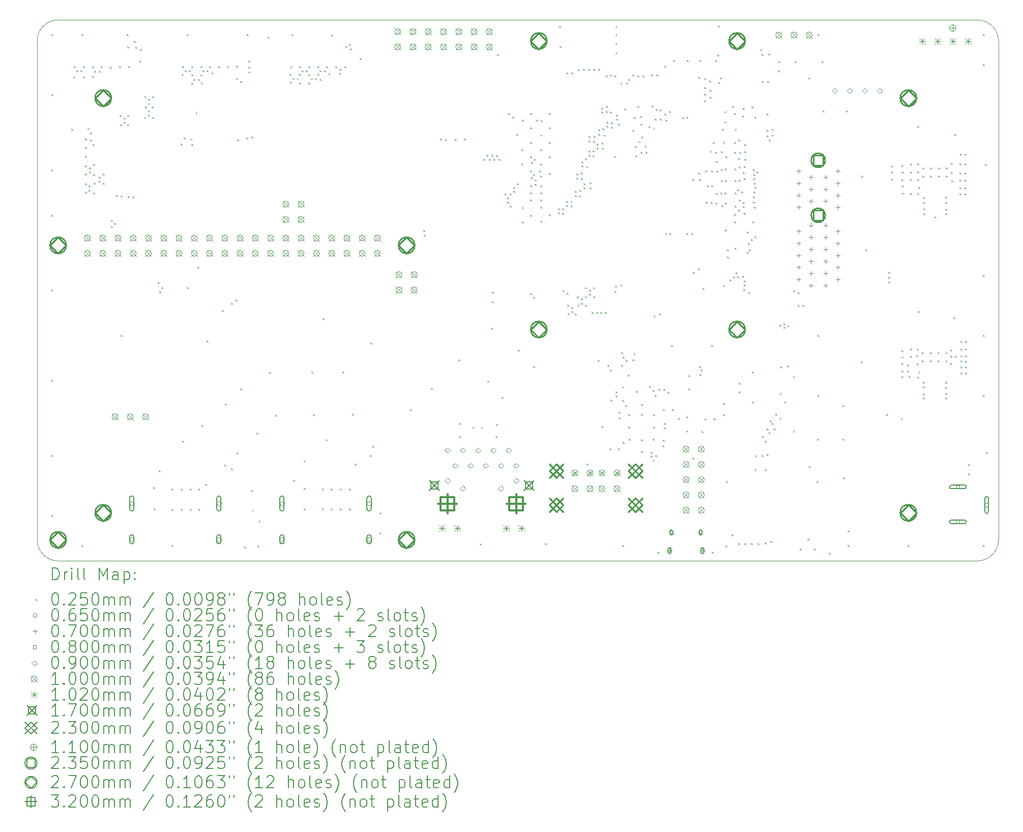
<source format=gbr>
%FSLAX45Y45*%
G04 Gerber Fmt 4.5, Leading zero omitted, Abs format (unit mm)*
G04 Created by KiCad (PCBNEW (5.99.0-6751-g76ac8b5acf)) date 2021-04-16 13:46:04*
%MOMM*%
%LPD*%
G01*
G04 APERTURE LIST*
%TA.AperFunction,Profile*%
%ADD10C,0.050000*%
%TD*%
%ADD11C,0.200000*%
%ADD12C,0.025000*%
%ADD13C,0.065000*%
%ADD14C,0.070000*%
%ADD15C,0.080000*%
%ADD16C,0.090000*%
%ADD17C,0.100000*%
%ADD18C,0.102000*%
%ADD19C,0.170000*%
%ADD20C,0.230000*%
%ADD21C,0.110000*%
%ADD22C,0.235000*%
%ADD23C,0.270000*%
%ADD24C,0.320000*%
G04 APERTURE END LIST*
D10*
X23900000Y-15650000D02*
X23900000Y-7350000D01*
X23550000Y-7000000D02*
X8250000Y-7000000D01*
X7900000Y-15650000D02*
X7900000Y-7350000D01*
X7900000Y-7350000D02*
G75*
G02*
X8250000Y-7000000I350000J0D01*
G01*
X8250000Y-16000000D02*
X23550000Y-16000000D01*
X8250000Y-16000000D02*
G75*
G02*
X7900000Y-15650000I0J350000D01*
G01*
X23550000Y-7000000D02*
G75*
G02*
X23900000Y-7350000I0J-350000D01*
G01*
X23900000Y-15650000D02*
G75*
G02*
X23550000Y-16000000I-350000J0D01*
G01*
D11*
D12*
X8137500Y-7237500D02*
X8162500Y-7262500D01*
X8162500Y-7237500D02*
X8137500Y-7262500D01*
X8137500Y-8237500D02*
X8162500Y-8262500D01*
X8162500Y-8237500D02*
X8137500Y-8262500D01*
X8137500Y-9487500D02*
X8162500Y-9512500D01*
X8162500Y-9487500D02*
X8137500Y-9512500D01*
X8137500Y-10237500D02*
X8162500Y-10262500D01*
X8162500Y-10237500D02*
X8137500Y-10262500D01*
X8137500Y-11487500D02*
X8162500Y-11512500D01*
X8162500Y-11487500D02*
X8137500Y-11512500D01*
X8137500Y-12987500D02*
X8162500Y-13012500D01*
X8162500Y-12987500D02*
X8137500Y-13012500D01*
X8137500Y-14237500D02*
X8162500Y-14262500D01*
X8162500Y-14237500D02*
X8137500Y-14262500D01*
X8137500Y-15237500D02*
X8162500Y-15262500D01*
X8162500Y-15237500D02*
X8137500Y-15262500D01*
X8467500Y-8807500D02*
X8492500Y-8832500D01*
X8492500Y-8807500D02*
X8467500Y-8832500D01*
X8502500Y-7937500D02*
X8527500Y-7962500D01*
X8527500Y-7937500D02*
X8502500Y-7962500D01*
X8512500Y-7767500D02*
X8537500Y-7792500D01*
X8537500Y-7767500D02*
X8512500Y-7792500D01*
X8552500Y-7837500D02*
X8577500Y-7862500D01*
X8577500Y-7837500D02*
X8552500Y-7862500D01*
X8622500Y-7837500D02*
X8647500Y-7862500D01*
X8647500Y-7837500D02*
X8622500Y-7862500D01*
X8637500Y-7237500D02*
X8662500Y-7262500D01*
X8662500Y-7237500D02*
X8637500Y-7262500D01*
X8637500Y-15737500D02*
X8662500Y-15762500D01*
X8662500Y-15737500D02*
X8637500Y-15762500D01*
X8662500Y-7767500D02*
X8687500Y-7792500D01*
X8687500Y-7767500D02*
X8662500Y-7792500D01*
X8662500Y-7937500D02*
X8687500Y-7962500D01*
X8687500Y-7937500D02*
X8662500Y-7962500D01*
X8692500Y-9112500D02*
X8717500Y-9137500D01*
X8717500Y-9112500D02*
X8692500Y-9137500D01*
X8692500Y-9712500D02*
X8717500Y-9737500D01*
X8717500Y-9712500D02*
X8692500Y-9737500D01*
X8697500Y-8967500D02*
X8722500Y-8992500D01*
X8722500Y-8967500D02*
X8697500Y-8992500D01*
X8697500Y-9257500D02*
X8722500Y-9282500D01*
X8722500Y-9257500D02*
X8697500Y-9282500D01*
X8697500Y-9417500D02*
X8722500Y-9442500D01*
X8722500Y-9417500D02*
X8697500Y-9442500D01*
X8697500Y-9557500D02*
X8722500Y-9582500D01*
X8722500Y-9557500D02*
X8697500Y-9582500D01*
X8697500Y-9862500D02*
X8722500Y-9887500D01*
X8722500Y-9862500D02*
X8697500Y-9887500D01*
X8737500Y-8797500D02*
X8762500Y-8822500D01*
X8762500Y-8797500D02*
X8737500Y-8822500D01*
X8757500Y-9752500D02*
X8782500Y-9777500D01*
X8782500Y-9752500D02*
X8757500Y-9777500D01*
X8757500Y-9822500D02*
X8782500Y-9847500D01*
X8782500Y-9822500D02*
X8757500Y-9847500D01*
X8767500Y-9452500D02*
X8792500Y-9477500D01*
X8792500Y-9452500D02*
X8767500Y-9477500D01*
X8767500Y-9522500D02*
X8792500Y-9547500D01*
X8792500Y-9522500D02*
X8767500Y-9547500D01*
X8777500Y-8867500D02*
X8802500Y-8892500D01*
X8802500Y-8867500D02*
X8777500Y-8892500D01*
X8777500Y-8987500D02*
X8802500Y-9012500D01*
X8802500Y-8987500D02*
X8777500Y-9012500D01*
X8812500Y-7767500D02*
X8837500Y-7792500D01*
X8837500Y-7767500D02*
X8812500Y-7792500D01*
X8817500Y-7927500D02*
X8842500Y-7952500D01*
X8842500Y-7927500D02*
X8817500Y-7952500D01*
X8822500Y-9067500D02*
X8847500Y-9092500D01*
X8847500Y-9067500D02*
X8822500Y-9092500D01*
X8832500Y-9397500D02*
X8857500Y-9422500D01*
X8857500Y-9397500D02*
X8832500Y-9422500D01*
X8832500Y-9567500D02*
X8857500Y-9592500D01*
X8857500Y-9567500D02*
X8832500Y-9592500D01*
X8832500Y-9867500D02*
X8857500Y-9892500D01*
X8857500Y-9867500D02*
X8832500Y-9892500D01*
X8837500Y-9707500D02*
X8862500Y-9732500D01*
X8862500Y-9707500D02*
X8837500Y-9732500D01*
X8852500Y-7847500D02*
X8877500Y-7872500D01*
X8877500Y-7847500D02*
X8852500Y-7872500D01*
X8922500Y-7847500D02*
X8947500Y-7872500D01*
X8947500Y-7847500D02*
X8922500Y-7872500D01*
X8927500Y-9602500D02*
X8952500Y-9627500D01*
X8952500Y-9602500D02*
X8927500Y-9627500D01*
X8927500Y-9672500D02*
X8952500Y-9697500D01*
X8952500Y-9672500D02*
X8927500Y-9697500D01*
X8962500Y-7767500D02*
X8987500Y-7792500D01*
X8987500Y-7767500D02*
X8962500Y-7792500D01*
X8992500Y-9557500D02*
X9017500Y-9582500D01*
X9017500Y-9557500D02*
X8992500Y-9582500D01*
X8992500Y-9707500D02*
X9017500Y-9732500D01*
X9017500Y-9707500D02*
X8992500Y-9732500D01*
X9112500Y-7777500D02*
X9137500Y-7802500D01*
X9137500Y-7777500D02*
X9112500Y-7802500D01*
X9127500Y-10327500D02*
X9152500Y-10352500D01*
X9152500Y-10327500D02*
X9127500Y-10352500D01*
X9127500Y-10427500D02*
X9152500Y-10452500D01*
X9152500Y-10427500D02*
X9127500Y-10452500D01*
X9177500Y-10377500D02*
X9202500Y-10402500D01*
X9202500Y-10377500D02*
X9177500Y-10402500D01*
X9212500Y-9907500D02*
X9237500Y-9932500D01*
X9237500Y-9907500D02*
X9212500Y-9932500D01*
X9262500Y-7767500D02*
X9287500Y-7792500D01*
X9287500Y-7767500D02*
X9262500Y-7792500D01*
X9272500Y-8577500D02*
X9297500Y-8602500D01*
X9297500Y-8577500D02*
X9272500Y-8602500D01*
X9277500Y-8737500D02*
X9302500Y-8762500D01*
X9302500Y-8737500D02*
X9277500Y-8762500D01*
X9287500Y-9917500D02*
X9312500Y-9942500D01*
X9312500Y-9917500D02*
X9287500Y-9942500D01*
X9287500Y-12237500D02*
X9312500Y-12262500D01*
X9312500Y-12237500D02*
X9287500Y-12262500D01*
X9337500Y-8622500D02*
X9362500Y-8647500D01*
X9362500Y-8622500D02*
X9337500Y-8647500D01*
X9337500Y-8692500D02*
X9362500Y-8717500D01*
X9362500Y-8692500D02*
X9337500Y-8717500D01*
X9387500Y-7237500D02*
X9412500Y-7262500D01*
X9412500Y-7237500D02*
X9387500Y-7262500D01*
X9402500Y-7437500D02*
X9427500Y-7462500D01*
X9427500Y-7437500D02*
X9402500Y-7462500D01*
X9402500Y-8577500D02*
X9427500Y-8602500D01*
X9427500Y-8577500D02*
X9402500Y-8602500D01*
X9402500Y-8737500D02*
X9427500Y-8762500D01*
X9427500Y-8737500D02*
X9402500Y-8762500D01*
X9407500Y-9927500D02*
X9432500Y-9952500D01*
X9432500Y-9927500D02*
X9407500Y-9952500D01*
X9412500Y-7767500D02*
X9437500Y-7792500D01*
X9437500Y-7767500D02*
X9412500Y-7792500D01*
X9482500Y-9937500D02*
X9507500Y-9962500D01*
X9507500Y-9937500D02*
X9482500Y-9962500D01*
X9507500Y-7347500D02*
X9532500Y-7372500D01*
X9532500Y-7347500D02*
X9507500Y-7372500D01*
X9537500Y-7447500D02*
X9562500Y-7472500D01*
X9562500Y-7447500D02*
X9537500Y-7472500D01*
X9602500Y-7672500D02*
X9627500Y-7697500D01*
X9627500Y-7672500D02*
X9602500Y-7697500D01*
X9612500Y-7477500D02*
X9637500Y-7502500D01*
X9637500Y-7477500D02*
X9612500Y-7502500D01*
X9682500Y-8267500D02*
X9707500Y-8292500D01*
X9707500Y-8267500D02*
X9682500Y-8292500D01*
X9682500Y-8617500D02*
X9707500Y-8642500D01*
X9707500Y-8617500D02*
X9682500Y-8642500D01*
X9692500Y-8437500D02*
X9717500Y-8462500D01*
X9717500Y-8437500D02*
X9692500Y-8462500D01*
X9747500Y-8312500D02*
X9772500Y-8337500D01*
X9772500Y-8312500D02*
X9747500Y-8337500D01*
X9747500Y-8382500D02*
X9772500Y-8407500D01*
X9772500Y-8382500D02*
X9747500Y-8407500D01*
X9747500Y-8502500D02*
X9772500Y-8527500D01*
X9772500Y-8502500D02*
X9747500Y-8527500D01*
X9747500Y-8572500D02*
X9772500Y-8597500D01*
X9772500Y-8572500D02*
X9747500Y-8597500D01*
X9802500Y-8437500D02*
X9827500Y-8462500D01*
X9827500Y-8437500D02*
X9802500Y-8462500D01*
X9812500Y-8267500D02*
X9837500Y-8292500D01*
X9837500Y-8267500D02*
X9812500Y-8292500D01*
X9812500Y-8617500D02*
X9837500Y-8642500D01*
X9837500Y-8617500D02*
X9812500Y-8642500D01*
X9832500Y-14768750D02*
X9857500Y-14793750D01*
X9857500Y-14768750D02*
X9832500Y-14793750D01*
X9837500Y-15127500D02*
X9862500Y-15152500D01*
X9862500Y-15127500D02*
X9837500Y-15152500D01*
X9907500Y-11357500D02*
X9932500Y-11382500D01*
X9932500Y-11357500D02*
X9907500Y-11382500D01*
X9922500Y-14488750D02*
X9947500Y-14513750D01*
X9947500Y-14488750D02*
X9922500Y-14513750D01*
X9932500Y-11512500D02*
X9957500Y-11537500D01*
X9957500Y-11512500D02*
X9932500Y-11537500D01*
X9967500Y-11442500D02*
X9992500Y-11467500D01*
X9992500Y-11442500D02*
X9967500Y-11467500D01*
X10137500Y-14797500D02*
X10162500Y-14822500D01*
X10162500Y-14797500D02*
X10137500Y-14822500D01*
X10137500Y-15132500D02*
X10162500Y-15157500D01*
X10162500Y-15132500D02*
X10137500Y-15157500D01*
X10137500Y-15737500D02*
X10162500Y-15762500D01*
X10162500Y-15737500D02*
X10137500Y-15762500D01*
X10287500Y-9057500D02*
X10312500Y-9082500D01*
X10312500Y-9057500D02*
X10287500Y-9082500D01*
X10287500Y-14797500D02*
X10312500Y-14822500D01*
X10312500Y-14797500D02*
X10287500Y-14822500D01*
X10287500Y-15132500D02*
X10312500Y-15157500D01*
X10312500Y-15132500D02*
X10287500Y-15157500D01*
X10302500Y-7897500D02*
X10327500Y-7922500D01*
X10327500Y-7897500D02*
X10302500Y-7922500D01*
X10312500Y-7772500D02*
X10337500Y-7797500D01*
X10337500Y-7772500D02*
X10312500Y-7797500D01*
X10312500Y-13997500D02*
X10337500Y-14022500D01*
X10337500Y-13997500D02*
X10312500Y-14022500D01*
X10337313Y-8955499D02*
X10362313Y-8980499D01*
X10362313Y-8955499D02*
X10337313Y-8980499D01*
X10352500Y-7837500D02*
X10377500Y-7862500D01*
X10377500Y-7837500D02*
X10352500Y-7862500D01*
X10387500Y-7237500D02*
X10412500Y-7262500D01*
X10412500Y-7237500D02*
X10387500Y-7262500D01*
X10392500Y-11442500D02*
X10417500Y-11467500D01*
X10417500Y-11442500D02*
X10392500Y-11467500D01*
X10422500Y-7837500D02*
X10447500Y-7862500D01*
X10447500Y-7837500D02*
X10422500Y-7862500D01*
X10437500Y-14797500D02*
X10462500Y-14822500D01*
X10462500Y-14797500D02*
X10437500Y-14822500D01*
X10437500Y-15132500D02*
X10462500Y-15157500D01*
X10462500Y-15132500D02*
X10437500Y-15157500D01*
X10445000Y-8975000D02*
X10470000Y-9000000D01*
X10470000Y-8975000D02*
X10445000Y-9000000D01*
X10462500Y-7771999D02*
X10487500Y-7796999D01*
X10487500Y-7771999D02*
X10462500Y-7796999D01*
X10462500Y-7907500D02*
X10487500Y-7932500D01*
X10487500Y-7907500D02*
X10462500Y-7932500D01*
X10462500Y-8047500D02*
X10487500Y-8072500D01*
X10487500Y-8047500D02*
X10462500Y-8072500D01*
X10467500Y-9067500D02*
X10492500Y-9092500D01*
X10492500Y-9067500D02*
X10467500Y-9092500D01*
X10502500Y-7977500D02*
X10527500Y-8002500D01*
X10527500Y-7977500D02*
X10502500Y-8002500D01*
X10537500Y-8527500D02*
X10562500Y-8552500D01*
X10562500Y-8527500D02*
X10537500Y-8552500D01*
X10567500Y-11107500D02*
X10592500Y-11132500D01*
X10592500Y-11107500D02*
X10567500Y-11132500D01*
X10572500Y-7977500D02*
X10597500Y-8002500D01*
X10597500Y-7977500D02*
X10572500Y-8002500D01*
X10587500Y-14797500D02*
X10612500Y-14822500D01*
X10612500Y-14797500D02*
X10587500Y-14822500D01*
X10587500Y-15132500D02*
X10612500Y-15157500D01*
X10612500Y-15132500D02*
X10587500Y-15157500D01*
X10617500Y-7771999D02*
X10642500Y-7796999D01*
X10642500Y-7771999D02*
X10617500Y-7796999D01*
X10617500Y-7907500D02*
X10642500Y-7932500D01*
X10642500Y-7907500D02*
X10617500Y-7932500D01*
X10622500Y-8037500D02*
X10647500Y-8062500D01*
X10647500Y-8037500D02*
X10622500Y-8062500D01*
X10632500Y-13738750D02*
X10657500Y-13763750D01*
X10657500Y-13738750D02*
X10632500Y-13763750D01*
X10652500Y-7837500D02*
X10677500Y-7862500D01*
X10677500Y-7837500D02*
X10652500Y-7862500D01*
X10692500Y-14718750D02*
X10717500Y-14743750D01*
X10717500Y-14718750D02*
X10692500Y-14743750D01*
X10716000Y-12329000D02*
X10741000Y-12354000D01*
X10741000Y-12329000D02*
X10716000Y-12354000D01*
X10722500Y-7837500D02*
X10747500Y-7862500D01*
X10747500Y-7837500D02*
X10722500Y-7862500D01*
X10762500Y-7771999D02*
X10787500Y-7796999D01*
X10787500Y-7771999D02*
X10762500Y-7796999D01*
X10802500Y-7867500D02*
X10827500Y-7892500D01*
X10827500Y-7867500D02*
X10802500Y-7892500D01*
X10912500Y-7767500D02*
X10937500Y-7792500D01*
X10937500Y-7767500D02*
X10912500Y-7792500D01*
X10973000Y-11822000D02*
X10998000Y-11847000D01*
X10998000Y-11822000D02*
X10973000Y-11847000D01*
X11012500Y-14398750D02*
X11037500Y-14423750D01*
X11037500Y-14398750D02*
X11012500Y-14423750D01*
X11022500Y-13378750D02*
X11047500Y-13403750D01*
X11047500Y-13378750D02*
X11022500Y-13403750D01*
X11062500Y-7767500D02*
X11087500Y-7792500D01*
X11087500Y-7767500D02*
X11062500Y-7792500D01*
X11127500Y-11707500D02*
X11152500Y-11732500D01*
X11152500Y-11707500D02*
X11127500Y-11732500D01*
X11127500Y-14457500D02*
X11152500Y-14482500D01*
X11152500Y-14457500D02*
X11127500Y-14482500D01*
X11202500Y-11658501D02*
X11227500Y-11683501D01*
X11227500Y-11658501D02*
X11202500Y-11683501D01*
X11212500Y-7763501D02*
X11237500Y-7788501D01*
X11237500Y-7763501D02*
X11212500Y-7788501D01*
X11212500Y-7967500D02*
X11237500Y-7992500D01*
X11237500Y-7967500D02*
X11212500Y-7992500D01*
X11222500Y-14198750D02*
X11247500Y-14223750D01*
X11247500Y-14198750D02*
X11222500Y-14223750D01*
X11227500Y-8987500D02*
X11252500Y-9012500D01*
X11252500Y-8987500D02*
X11227500Y-9012500D01*
X11277500Y-8017500D02*
X11302500Y-8042500D01*
X11302500Y-8017500D02*
X11277500Y-8042500D01*
X11282500Y-13128750D02*
X11307500Y-13153750D01*
X11307500Y-13128750D02*
X11282500Y-13153750D01*
X11347500Y-15757500D02*
X11372500Y-15782500D01*
X11372500Y-15757500D02*
X11347500Y-15782500D01*
X11377500Y-8957500D02*
X11402500Y-8982500D01*
X11402500Y-8957500D02*
X11377500Y-8982500D01*
X11387500Y-7237500D02*
X11412500Y-7262500D01*
X11412500Y-7237500D02*
X11387500Y-7262500D01*
X11412500Y-7672500D02*
X11437500Y-7697500D01*
X11437500Y-7672500D02*
X11412500Y-7697500D01*
X11412500Y-7777500D02*
X11437500Y-7802500D01*
X11437500Y-7777500D02*
X11412500Y-7802500D01*
X11417500Y-7857500D02*
X11442500Y-7882500D01*
X11442500Y-7857500D02*
X11417500Y-7882500D01*
X11462500Y-8937500D02*
X11487500Y-8962500D01*
X11487500Y-8937500D02*
X11462500Y-8962500D01*
X11467500Y-14817500D02*
X11492500Y-14842500D01*
X11492500Y-14817500D02*
X11467500Y-14842500D01*
X11477500Y-15147500D02*
X11502500Y-15172500D01*
X11502500Y-15147500D02*
X11477500Y-15172500D01*
X11547500Y-13867500D02*
X11572500Y-13892500D01*
X11572500Y-13867500D02*
X11547500Y-13892500D01*
X11567500Y-15743750D02*
X11592500Y-15768750D01*
X11592500Y-15743750D02*
X11567500Y-15768750D01*
X11587500Y-15327500D02*
X11612500Y-15352500D01*
X11612500Y-15327500D02*
X11587500Y-15352500D01*
X11732500Y-7277500D02*
X11757500Y-7302500D01*
X11757500Y-7277500D02*
X11732500Y-7302500D01*
X11762500Y-12858750D02*
X11787500Y-12883750D01*
X11787500Y-12858750D02*
X11762500Y-12883750D01*
X11862500Y-13568750D02*
X11887500Y-13593750D01*
X11887500Y-13568750D02*
X11862500Y-13593750D01*
X12102500Y-7897500D02*
X12127500Y-7922500D01*
X12127500Y-7897500D02*
X12102500Y-7922500D01*
X12107500Y-8021999D02*
X12132500Y-8046999D01*
X12132500Y-8021999D02*
X12107500Y-8046999D01*
X12112500Y-7767500D02*
X12137500Y-7792500D01*
X12137500Y-7767500D02*
X12112500Y-7792500D01*
X12137500Y-7237500D02*
X12162500Y-7262500D01*
X12162500Y-7237500D02*
X12137500Y-7262500D01*
X12152500Y-7967500D02*
X12177500Y-7992500D01*
X12177500Y-7967500D02*
X12152500Y-7992500D01*
X12162500Y-14648750D02*
X12187500Y-14673750D01*
X12187500Y-14648750D02*
X12162500Y-14673750D01*
X12222500Y-7967500D02*
X12247500Y-7992500D01*
X12247500Y-7967500D02*
X12222500Y-7992500D01*
X12262500Y-7767500D02*
X12287500Y-7792500D01*
X12287500Y-7767500D02*
X12262500Y-7792500D01*
X12262500Y-7897500D02*
X12287500Y-7922500D01*
X12287500Y-7897500D02*
X12262500Y-7922500D01*
X12262500Y-8037500D02*
X12287500Y-8062500D01*
X12287500Y-8037500D02*
X12262500Y-8062500D01*
X12302500Y-7837500D02*
X12327500Y-7862500D01*
X12327500Y-7837500D02*
X12302500Y-7862500D01*
X12332500Y-14328750D02*
X12357500Y-14353750D01*
X12357500Y-14328750D02*
X12332500Y-14353750D01*
X12337500Y-14787500D02*
X12362500Y-14812500D01*
X12362500Y-14787500D02*
X12337500Y-14812500D01*
X12337500Y-15127500D02*
X12362500Y-15152500D01*
X12362500Y-15127500D02*
X12337500Y-15152500D01*
X12372500Y-7837500D02*
X12397500Y-7862500D01*
X12397500Y-7837500D02*
X12372500Y-7862500D01*
X12412500Y-7767500D02*
X12437500Y-7792500D01*
X12437500Y-7767500D02*
X12412500Y-7792500D01*
X12412500Y-7902500D02*
X12437500Y-7927500D01*
X12437500Y-7902500D02*
X12412500Y-7927500D01*
X12412500Y-8037500D02*
X12437500Y-8062500D01*
X12437500Y-8037500D02*
X12412500Y-8062500D01*
X12452500Y-7967500D02*
X12477500Y-7992500D01*
X12477500Y-7967500D02*
X12452500Y-7992500D01*
X12462500Y-12848750D02*
X12487500Y-12873750D01*
X12487500Y-12848750D02*
X12462500Y-12873750D01*
X12492500Y-13558750D02*
X12517500Y-13583750D01*
X12517500Y-13558750D02*
X12492500Y-13583750D01*
X12522500Y-7967500D02*
X12547500Y-7992500D01*
X12547500Y-7967500D02*
X12522500Y-7992500D01*
X12562500Y-7767500D02*
X12587500Y-7792500D01*
X12587500Y-7767500D02*
X12562500Y-7792500D01*
X12562500Y-7897500D02*
X12587500Y-7922500D01*
X12587500Y-7897500D02*
X12562500Y-7922500D01*
X12602500Y-7837500D02*
X12627500Y-7862500D01*
X12627500Y-7837500D02*
X12602500Y-7862500D01*
X12602500Y-7977500D02*
X12627500Y-8002500D01*
X12627500Y-7977500D02*
X12602500Y-8002500D01*
X12637500Y-14792500D02*
X12662500Y-14817500D01*
X12662500Y-14792500D02*
X12637500Y-14817500D01*
X12637500Y-15122500D02*
X12662500Y-15147500D01*
X12662500Y-15122500D02*
X12637500Y-15147500D01*
X12647500Y-11957500D02*
X12672500Y-11982500D01*
X12672500Y-11957500D02*
X12647500Y-11982500D01*
X12672500Y-7837500D02*
X12697500Y-7862500D01*
X12697500Y-7837500D02*
X12672500Y-7862500D01*
X12702500Y-13978750D02*
X12727500Y-14003750D01*
X12727500Y-13978750D02*
X12702500Y-14003750D01*
X12712500Y-7767500D02*
X12737500Y-7792500D01*
X12737500Y-7767500D02*
X12712500Y-7792500D01*
X12747500Y-7887500D02*
X12772500Y-7912500D01*
X12772500Y-7887500D02*
X12747500Y-7912500D01*
X12787500Y-14792500D02*
X12812500Y-14817500D01*
X12812500Y-14792500D02*
X12787500Y-14817500D01*
X12787500Y-15127500D02*
X12812500Y-15152500D01*
X12812500Y-15127500D02*
X12787500Y-15152500D01*
X12792500Y-7242500D02*
X12817500Y-7267500D01*
X12817500Y-7242500D02*
X12792500Y-7267500D01*
X12862500Y-7767500D02*
X12887500Y-7792500D01*
X12887500Y-7767500D02*
X12862500Y-7792500D01*
X12927500Y-7812500D02*
X12952500Y-7837500D01*
X12952500Y-7812500D02*
X12927500Y-7837500D01*
X12927500Y-7882500D02*
X12952500Y-7907500D01*
X12952500Y-7882500D02*
X12927500Y-7907500D01*
X12937500Y-14792500D02*
X12962500Y-14817500D01*
X12962500Y-14792500D02*
X12937500Y-14817500D01*
X12937500Y-15122500D02*
X12962500Y-15147500D01*
X12962500Y-15122500D02*
X12937500Y-15147500D01*
X12982500Y-12848750D02*
X13007500Y-12873750D01*
X13007500Y-12848750D02*
X12982500Y-12873750D01*
X13012500Y-7767500D02*
X13037500Y-7792500D01*
X13037500Y-7767500D02*
X13012500Y-7792500D01*
X13032500Y-7427500D02*
X13057500Y-7452500D01*
X13057500Y-7427500D02*
X13032500Y-7452500D01*
X13087500Y-14792500D02*
X13112500Y-14817500D01*
X13112500Y-14792500D02*
X13087500Y-14817500D01*
X13087500Y-15122500D02*
X13112500Y-15147500D01*
X13112500Y-15122500D02*
X13087500Y-15147500D01*
X13092500Y-7397500D02*
X13117500Y-7422500D01*
X13117500Y-7397500D02*
X13092500Y-7422500D01*
X13106495Y-7472500D02*
X13131495Y-7497500D01*
X13131495Y-7472500D02*
X13106495Y-7497500D01*
X13142500Y-13548750D02*
X13167500Y-13573750D01*
X13167500Y-13548750D02*
X13142500Y-13573750D01*
X13182500Y-14378750D02*
X13207500Y-14403750D01*
X13207500Y-14378750D02*
X13182500Y-14403750D01*
X13267000Y-7632000D02*
X13292000Y-7657000D01*
X13292000Y-7632000D02*
X13267000Y-7657000D01*
X13437500Y-14237500D02*
X13462500Y-14262500D01*
X13462500Y-14237500D02*
X13437500Y-14262500D01*
X13442500Y-12368750D02*
X13467500Y-12393750D01*
X13467500Y-12368750D02*
X13442500Y-12393750D01*
X13482500Y-14088750D02*
X13507500Y-14113750D01*
X13507500Y-14088750D02*
X13482500Y-14113750D01*
X13597500Y-15197500D02*
X13622500Y-15222500D01*
X13622500Y-15197500D02*
X13597500Y-15222500D01*
X13597500Y-15527500D02*
X13622500Y-15552500D01*
X13622500Y-15527500D02*
X13597500Y-15552500D01*
X14102500Y-13478750D02*
X14127500Y-13503750D01*
X14127500Y-13478750D02*
X14102500Y-13503750D01*
X14327500Y-10497500D02*
X14352500Y-10522500D01*
X14352500Y-10497500D02*
X14327500Y-10522500D01*
X14332500Y-10572500D02*
X14357500Y-10597500D01*
X14357500Y-10572500D02*
X14332500Y-10597500D01*
X14452500Y-13118750D02*
X14477500Y-13143750D01*
X14477500Y-13118750D02*
X14452500Y-13143750D01*
X14607500Y-8967500D02*
X14632500Y-8992500D01*
X14632500Y-8967500D02*
X14607500Y-8992500D01*
X14687500Y-8977500D02*
X14712500Y-9002500D01*
X14712500Y-8977500D02*
X14687500Y-9002500D01*
X14847500Y-8978501D02*
X14872500Y-9003501D01*
X14872500Y-8978501D02*
X14847500Y-9003501D01*
X14912500Y-12648750D02*
X14937500Y-12673750D01*
X14937500Y-12648750D02*
X14912500Y-12673750D01*
X14927500Y-13707500D02*
X14952500Y-13732500D01*
X14952500Y-13707500D02*
X14927500Y-13732500D01*
X14927500Y-13927500D02*
X14952500Y-13952500D01*
X14952500Y-13927500D02*
X14927500Y-13952500D01*
X15007500Y-8967500D02*
X15032500Y-8992500D01*
X15032500Y-8967500D02*
X15007500Y-8992500D01*
X15147500Y-13767500D02*
X15172500Y-13792500D01*
X15172500Y-13767500D02*
X15147500Y-13792500D01*
X15262500Y-15712500D02*
X15287500Y-15737500D01*
X15287500Y-15712500D02*
X15262500Y-15737500D01*
X15287500Y-13767500D02*
X15312500Y-13792500D01*
X15312500Y-13767500D02*
X15287500Y-13792500D01*
X15327500Y-9307500D02*
X15352500Y-9332500D01*
X15352500Y-9307500D02*
X15327500Y-9332500D01*
X15372500Y-9242500D02*
X15397500Y-9267500D01*
X15397500Y-9242500D02*
X15372500Y-9267500D01*
X15392500Y-12998750D02*
X15417500Y-13023750D01*
X15417500Y-12998750D02*
X15392500Y-13023750D01*
X15417500Y-9307500D02*
X15442500Y-9332500D01*
X15442500Y-9307500D02*
X15417500Y-9332500D01*
X15452500Y-12118750D02*
X15477500Y-12143750D01*
X15477500Y-12118750D02*
X15452500Y-12143750D01*
X15457500Y-9242500D02*
X15482500Y-9267500D01*
X15482500Y-9242500D02*
X15457500Y-9267500D01*
X15472500Y-11518750D02*
X15497500Y-11543750D01*
X15497500Y-11518750D02*
X15472500Y-11543750D01*
X15472500Y-11678750D02*
X15497500Y-11703750D01*
X15497500Y-11678750D02*
X15472500Y-11703750D01*
X15497500Y-9307500D02*
X15522500Y-9332500D01*
X15522500Y-9307500D02*
X15497500Y-9332500D01*
X15527500Y-13927500D02*
X15552500Y-13952500D01*
X15552500Y-13927500D02*
X15527500Y-13952500D01*
X15534256Y-13716789D02*
X15559256Y-13741789D01*
X15559256Y-13716789D02*
X15534256Y-13741789D01*
X15537500Y-9247500D02*
X15562500Y-9272500D01*
X15562500Y-9247500D02*
X15537500Y-9272500D01*
X15553331Y-7561999D02*
X15578331Y-7586999D01*
X15578331Y-7561999D02*
X15553331Y-7586999D01*
X15577500Y-9307500D02*
X15602500Y-9332500D01*
X15602500Y-9307500D02*
X15577500Y-9332500D01*
X15632500Y-13268750D02*
X15657500Y-13293750D01*
X15657500Y-13268750D02*
X15632500Y-13293750D01*
X15677500Y-9887500D02*
X15702500Y-9912500D01*
X15702500Y-9887500D02*
X15677500Y-9912500D01*
X15727500Y-9952500D02*
X15752500Y-9977500D01*
X15752500Y-9952500D02*
X15727500Y-9977500D01*
X15727500Y-10022500D02*
X15752500Y-10047500D01*
X15752500Y-10022500D02*
X15727500Y-10047500D01*
X15737500Y-8547500D02*
X15762500Y-8572500D01*
X15762500Y-8547500D02*
X15737500Y-8572500D01*
X15762500Y-9883501D02*
X15787500Y-9908501D01*
X15787500Y-9883501D02*
X15762500Y-9908501D01*
X15767500Y-10087500D02*
X15792500Y-10112500D01*
X15792500Y-10087500D02*
X15767500Y-10112500D01*
X15807500Y-8607500D02*
X15832500Y-8632500D01*
X15832500Y-8607500D02*
X15807500Y-8632500D01*
X15827500Y-9772500D02*
X15852500Y-9797500D01*
X15852500Y-9772500D02*
X15827500Y-9797500D01*
X15827500Y-9842500D02*
X15852500Y-9867500D01*
X15852500Y-9842500D02*
X15827500Y-9867500D01*
X15877500Y-8897500D02*
X15902500Y-8922500D01*
X15902500Y-8897500D02*
X15877500Y-8922500D01*
X15887500Y-9718501D02*
X15912500Y-9743501D01*
X15912500Y-9718501D02*
X15887500Y-9743501D01*
X15897500Y-12483750D02*
X15922500Y-12508750D01*
X15922500Y-12483750D02*
X15897500Y-12508750D01*
X15957500Y-9147500D02*
X15982500Y-9172500D01*
X15982500Y-9147500D02*
X15957500Y-9172500D01*
X15957500Y-9387500D02*
X15982500Y-9412500D01*
X15982500Y-9387500D02*
X15957500Y-9412500D01*
X15964998Y-10117500D02*
X15989998Y-10142500D01*
X15989998Y-10117500D02*
X15964998Y-10142500D01*
X15967500Y-8657500D02*
X15992500Y-8682500D01*
X15992500Y-8657500D02*
X15967500Y-8682500D01*
X15967500Y-10350501D02*
X15992500Y-10375501D01*
X15992500Y-10350501D02*
X15967500Y-10375501D01*
X16102500Y-11547500D02*
X16127500Y-11572500D01*
X16127500Y-11547500D02*
X16102500Y-11572500D01*
X16107500Y-8546499D02*
X16132500Y-8571499D01*
X16132500Y-8546499D02*
X16107500Y-8571499D01*
X16107500Y-8787500D02*
X16132500Y-8812500D01*
X16132500Y-8787500D02*
X16107500Y-8812500D01*
X16107500Y-9027500D02*
X16132500Y-9052500D01*
X16132500Y-9027500D02*
X16107500Y-9052500D01*
X16107500Y-9267500D02*
X16132500Y-9292500D01*
X16132500Y-9267500D02*
X16107500Y-9292500D01*
X16107500Y-9507500D02*
X16132500Y-9532500D01*
X16132500Y-9507500D02*
X16107500Y-9532500D01*
X16107500Y-9748501D02*
X16132500Y-9773501D01*
X16132500Y-9748501D02*
X16107500Y-9773501D01*
X16107500Y-9867500D02*
X16132500Y-9892500D01*
X16132500Y-9867500D02*
X16107500Y-9892500D01*
X16107500Y-9987500D02*
X16132500Y-10012500D01*
X16132500Y-9987500D02*
X16107500Y-10012500D01*
X16107500Y-10237500D02*
X16132500Y-10262500D01*
X16132500Y-10237500D02*
X16107500Y-10262500D01*
X16117500Y-9617500D02*
X16142500Y-9642500D01*
X16142500Y-9617500D02*
X16117500Y-9642500D01*
X16122801Y-9362199D02*
X16147801Y-9387199D01*
X16147801Y-9362199D02*
X16122801Y-9387199D01*
X16152500Y-12758750D02*
X16177500Y-12783750D01*
X16177500Y-12758750D02*
X16152500Y-12783750D01*
X16157500Y-9567500D02*
X16182500Y-9592500D01*
X16182500Y-9567500D02*
X16157500Y-9592500D01*
X16157500Y-11607500D02*
X16182500Y-11632500D01*
X16182500Y-11607500D02*
X16157500Y-11632500D01*
X16167500Y-9307500D02*
X16192500Y-9332500D01*
X16192500Y-9307500D02*
X16167500Y-9332500D01*
X16177500Y-9652500D02*
X16202500Y-9677500D01*
X16202500Y-9652500D02*
X16177500Y-9677500D01*
X16177500Y-9722500D02*
X16202500Y-9747500D01*
X16202500Y-9722500D02*
X16177500Y-9747500D01*
X16207500Y-8657500D02*
X16232500Y-8682500D01*
X16232500Y-8657500D02*
X16207500Y-8682500D01*
X16253824Y-9505494D02*
X16278824Y-9530494D01*
X16278824Y-9505494D02*
X16253824Y-9530494D01*
X16277500Y-8907500D02*
X16302500Y-8932500D01*
X16302500Y-8907500D02*
X16277500Y-8932500D01*
X16277500Y-9147500D02*
X16302500Y-9172500D01*
X16302500Y-9147500D02*
X16277500Y-9172500D01*
X16277500Y-9747500D02*
X16302500Y-9772500D01*
X16302500Y-9747500D02*
X16277500Y-9772500D01*
X16277500Y-9867500D02*
X16302500Y-9892500D01*
X16302500Y-9867500D02*
X16277500Y-9892500D01*
X16277500Y-9986499D02*
X16302500Y-10011499D01*
X16302500Y-9986499D02*
X16277500Y-10011499D01*
X16277500Y-10108501D02*
X16302500Y-10133501D01*
X16302500Y-10108501D02*
X16277500Y-10133501D01*
X16277500Y-10344499D02*
X16302500Y-10369499D01*
X16302500Y-10344499D02*
X16277500Y-10369499D01*
X16277687Y-9386753D02*
X16302687Y-9411753D01*
X16302687Y-9386753D02*
X16277687Y-9411753D01*
X16277862Y-9590441D02*
X16302862Y-9615441D01*
X16302862Y-9590441D02*
X16277862Y-9615441D01*
X16281353Y-8669041D02*
X16306353Y-8694041D01*
X16306353Y-8669041D02*
X16281353Y-8694041D01*
X16347500Y-15702500D02*
X16372500Y-15727500D01*
X16372500Y-15702500D02*
X16347500Y-15727500D01*
X16414499Y-9547102D02*
X16439499Y-9572102D01*
X16439499Y-9547102D02*
X16414499Y-9572102D01*
X16417500Y-8546499D02*
X16442500Y-8571499D01*
X16442500Y-8546499D02*
X16417500Y-8571499D01*
X16417500Y-8788501D02*
X16442500Y-8813501D01*
X16442500Y-8788501D02*
X16417500Y-8813501D01*
X16417500Y-9028501D02*
X16442500Y-9053501D01*
X16442500Y-9028501D02*
X16417500Y-9053501D01*
X16417500Y-9268501D02*
X16442500Y-9293501D01*
X16442500Y-9268501D02*
X16417500Y-9293501D01*
X16417565Y-10228501D02*
X16442565Y-10253501D01*
X16442565Y-10228501D02*
X16417565Y-10253501D01*
X16567500Y-10132500D02*
X16592500Y-10157500D01*
X16592500Y-10132500D02*
X16567500Y-10157500D01*
X16567500Y-10202500D02*
X16592500Y-10227500D01*
X16592500Y-10202500D02*
X16567500Y-10227500D01*
X16587500Y-7102500D02*
X16612500Y-7127500D01*
X16612500Y-7102500D02*
X16587500Y-7127500D01*
X16597500Y-7433750D02*
X16622500Y-7458750D01*
X16622500Y-7433750D02*
X16597500Y-7458750D01*
X16637500Y-10127500D02*
X16662500Y-10152500D01*
X16662500Y-10127500D02*
X16637500Y-10152500D01*
X16637500Y-10208501D02*
X16662500Y-10233501D01*
X16662500Y-10208501D02*
X16637500Y-10233501D01*
X16647500Y-11497500D02*
X16672500Y-11522500D01*
X16672500Y-11497500D02*
X16647500Y-11522500D01*
X16707500Y-7869501D02*
X16732500Y-7894501D01*
X16732500Y-7869501D02*
X16707500Y-7894501D01*
X16707500Y-10012500D02*
X16732500Y-10037500D01*
X16732500Y-10012500D02*
X16707500Y-10037500D01*
X16707500Y-10082500D02*
X16732500Y-10107500D01*
X16732500Y-10082500D02*
X16707500Y-10107500D01*
X16712500Y-11537500D02*
X16737500Y-11562500D01*
X16737500Y-11537500D02*
X16712500Y-11562500D01*
X16722500Y-11737500D02*
X16747500Y-11762500D01*
X16747500Y-11737500D02*
X16722500Y-11762500D01*
X16727500Y-11877500D02*
X16752500Y-11902500D01*
X16752500Y-11877500D02*
X16727500Y-11902500D01*
X16777500Y-10008501D02*
X16802500Y-10033501D01*
X16802500Y-10008501D02*
X16777500Y-10033501D01*
X16777500Y-10087500D02*
X16802500Y-10112500D01*
X16802500Y-10087500D02*
X16777500Y-10112500D01*
X16787500Y-7869501D02*
X16812500Y-7894501D01*
X16812500Y-7869501D02*
X16787500Y-7894501D01*
X16787500Y-11772500D02*
X16812500Y-11797500D01*
X16812500Y-11772500D02*
X16787500Y-11797500D01*
X16787500Y-11842500D02*
X16812500Y-11867500D01*
X16812500Y-11842500D02*
X16787500Y-11867500D01*
X16847500Y-9842500D02*
X16872500Y-9867500D01*
X16872500Y-9842500D02*
X16847500Y-9867500D01*
X16847500Y-9912500D02*
X16872500Y-9937500D01*
X16872500Y-9912500D02*
X16847500Y-9937500D01*
X16847687Y-11885499D02*
X16872687Y-11910499D01*
X16872687Y-11885499D02*
X16847687Y-11910499D01*
X16877500Y-9552500D02*
X16902500Y-9577500D01*
X16902500Y-9552500D02*
X16877500Y-9577500D01*
X16877500Y-9622500D02*
X16902500Y-9647500D01*
X16902500Y-9622500D02*
X16877500Y-9647500D01*
X16882500Y-11597500D02*
X16907500Y-11622500D01*
X16907500Y-11597500D02*
X16882500Y-11622500D01*
X16887500Y-11737500D02*
X16912500Y-11762500D01*
X16912500Y-11737500D02*
X16887500Y-11762500D01*
X16897500Y-7817500D02*
X16922500Y-7842500D01*
X16922500Y-7817500D02*
X16897500Y-7842500D01*
X16917500Y-9917500D02*
X16942500Y-9942500D01*
X16942500Y-9917500D02*
X16917500Y-9942500D01*
X16927500Y-9827500D02*
X16952500Y-9852500D01*
X16952500Y-9827500D02*
X16927500Y-9852500D01*
X16947500Y-9537500D02*
X16972500Y-9562500D01*
X16972500Y-9537500D02*
X16947500Y-9562500D01*
X16947500Y-9627500D02*
X16972500Y-9652500D01*
X16972500Y-9627500D02*
X16947500Y-9652500D01*
X16947500Y-11632500D02*
X16972500Y-11657500D01*
X16972500Y-11632500D02*
X16947500Y-11657500D01*
X16947500Y-11702500D02*
X16972500Y-11727500D01*
X16972500Y-11702500D02*
X16947500Y-11727500D01*
X16957500Y-9352500D02*
X16982500Y-9377500D01*
X16982500Y-9352500D02*
X16957500Y-9377500D01*
X16957500Y-9422500D02*
X16982500Y-9447500D01*
X16982500Y-9422500D02*
X16957500Y-9447500D01*
X16982500Y-7807500D02*
X17007500Y-7832500D01*
X17007500Y-7807500D02*
X16982500Y-7832500D01*
X16997500Y-9712500D02*
X17022500Y-9737500D01*
X17022500Y-9712500D02*
X16997500Y-9737500D01*
X16997500Y-9782500D02*
X17022500Y-9807500D01*
X17022500Y-9782500D02*
X16997500Y-9807500D01*
X17017500Y-9297500D02*
X17042500Y-9322500D01*
X17042500Y-9297500D02*
X17017500Y-9322500D01*
X17017500Y-11447500D02*
X17042500Y-11472500D01*
X17042500Y-11447500D02*
X17017500Y-11472500D01*
X17017500Y-11597500D02*
X17042500Y-11622500D01*
X17042500Y-11597500D02*
X17017500Y-11622500D01*
X17017500Y-11737500D02*
X17042500Y-11762500D01*
X17042500Y-11737500D02*
X17017500Y-11762500D01*
X17032500Y-9432500D02*
X17057500Y-9457500D01*
X17057500Y-9432500D02*
X17032500Y-9457500D01*
X17045626Y-14379374D02*
X17070626Y-14404374D01*
X17070626Y-14379374D02*
X17045626Y-14404374D01*
X17067500Y-7807500D02*
X17092500Y-7832500D01*
X17092500Y-7807500D02*
X17067500Y-7832500D01*
X17077500Y-8932500D02*
X17102500Y-8957500D01*
X17102500Y-8932500D02*
X17077500Y-8957500D01*
X17077500Y-9002500D02*
X17102500Y-9027500D01*
X17102500Y-9002500D02*
X17077500Y-9027500D01*
X17077500Y-9172500D02*
X17102500Y-9197500D01*
X17102500Y-9172500D02*
X17077500Y-9197500D01*
X17077500Y-9242500D02*
X17102500Y-9267500D01*
X17102500Y-9242500D02*
X17077500Y-9267500D01*
X17087500Y-11482500D02*
X17112500Y-11507500D01*
X17112500Y-11482500D02*
X17087500Y-11507500D01*
X17087500Y-11552500D02*
X17112500Y-11577500D01*
X17112500Y-11552500D02*
X17087500Y-11577500D01*
X17097500Y-9697500D02*
X17122500Y-9722500D01*
X17122500Y-9697500D02*
X17097500Y-9722500D01*
X17097500Y-9787500D02*
X17122500Y-9812500D01*
X17122500Y-9787500D02*
X17097500Y-9812500D01*
X17127500Y-11858501D02*
X17152500Y-11883501D01*
X17152500Y-11858501D02*
X17127500Y-11883501D01*
X17147500Y-9167500D02*
X17172500Y-9192500D01*
X17172500Y-9167500D02*
X17147500Y-9192500D01*
X17147500Y-9247500D02*
X17172500Y-9272500D01*
X17172500Y-9247500D02*
X17147500Y-9272500D01*
X17152500Y-9012500D02*
X17177500Y-9037500D01*
X17177500Y-9012500D02*
X17152500Y-9037500D01*
X17152500Y-11447500D02*
X17177500Y-11472500D01*
X17177500Y-11447500D02*
X17152500Y-11472500D01*
X17157500Y-7807500D02*
X17182500Y-7832500D01*
X17182500Y-7807500D02*
X17157500Y-7832500D01*
X17157500Y-11597500D02*
X17182500Y-11622500D01*
X17182500Y-11597500D02*
X17157500Y-11622500D01*
X17162500Y-8932500D02*
X17187500Y-8957500D01*
X17187500Y-8932500D02*
X17162500Y-8957500D01*
X17202500Y-11857500D02*
X17227500Y-11882500D01*
X17227500Y-11857500D02*
X17202500Y-11882500D01*
X17217500Y-9052500D02*
X17242500Y-9077500D01*
X17242500Y-9052500D02*
X17217500Y-9077500D01*
X17217500Y-9122500D02*
X17242500Y-9147500D01*
X17242500Y-9122500D02*
X17217500Y-9147500D01*
X17229000Y-12656000D02*
X17254000Y-12681000D01*
X17254000Y-12656000D02*
X17229000Y-12681000D01*
X17237500Y-7807500D02*
X17262500Y-7832500D01*
X17262500Y-7807500D02*
X17237500Y-7832500D01*
X17237500Y-8822500D02*
X17262500Y-8847500D01*
X17262500Y-8822500D02*
X17237500Y-8847500D01*
X17237500Y-8892500D02*
X17262500Y-8917500D01*
X17262500Y-8892500D02*
X17237500Y-8917500D01*
X17272500Y-11857500D02*
X17297500Y-11882500D01*
X17297500Y-11857500D02*
X17272500Y-11882500D01*
X17287500Y-8452500D02*
X17312500Y-8477500D01*
X17312500Y-8452500D02*
X17287500Y-8477500D01*
X17287500Y-8522500D02*
X17312500Y-8547500D01*
X17312500Y-8522500D02*
X17287500Y-8547500D01*
X17287500Y-13757500D02*
X17312500Y-13782500D01*
X17312500Y-13757500D02*
X17287500Y-13782500D01*
X17292500Y-9037500D02*
X17317500Y-9062500D01*
X17317500Y-9037500D02*
X17292500Y-9062500D01*
X17297500Y-9127500D02*
X17322500Y-9152500D01*
X17322500Y-9127500D02*
X17297500Y-9152500D01*
X17307500Y-8802500D02*
X17332500Y-8827500D01*
X17332500Y-8802500D02*
X17307500Y-8827500D01*
X17322500Y-8907500D02*
X17347500Y-8932500D01*
X17347500Y-8907500D02*
X17322500Y-8932500D01*
X17347500Y-11857500D02*
X17372500Y-11882500D01*
X17372500Y-11857500D02*
X17347500Y-11882500D01*
X17362500Y-8427500D02*
X17387500Y-8452500D01*
X17387500Y-8427500D02*
X17362500Y-8452500D01*
X17367500Y-7917500D02*
X17392500Y-7942500D01*
X17392500Y-7917500D02*
X17367500Y-7942500D01*
X17367500Y-8512500D02*
X17392500Y-8537500D01*
X17392500Y-8512500D02*
X17367500Y-8537500D01*
X17372500Y-8692500D02*
X17397500Y-8717500D01*
X17397500Y-8692500D02*
X17372500Y-8717500D01*
X17372500Y-8762500D02*
X17397500Y-8787500D01*
X17397500Y-8762500D02*
X17372500Y-8787500D01*
X17387500Y-12737500D02*
X17412500Y-12762500D01*
X17412500Y-12737500D02*
X17387500Y-12762500D01*
X17423500Y-14128500D02*
X17448500Y-14153500D01*
X17448500Y-14128500D02*
X17423500Y-14153500D01*
X17432500Y-8522500D02*
X17457500Y-8547500D01*
X17457500Y-8522500D02*
X17432500Y-8547500D01*
X17437500Y-7907500D02*
X17462500Y-7932500D01*
X17462500Y-7907500D02*
X17437500Y-7932500D01*
X17437500Y-12817500D02*
X17462500Y-12842500D01*
X17462500Y-12817500D02*
X17437500Y-12842500D01*
X17443449Y-13312049D02*
X17468449Y-13337049D01*
X17468449Y-13312049D02*
X17443449Y-13337049D01*
X17447500Y-8702500D02*
X17472500Y-8727500D01*
X17472500Y-8702500D02*
X17447500Y-8727500D01*
X17447500Y-8772500D02*
X17472500Y-8797500D01*
X17472500Y-8772500D02*
X17447500Y-8797500D01*
X17499415Y-9262999D02*
X17524415Y-9287999D01*
X17524415Y-9262999D02*
X17499415Y-9287999D01*
X17507500Y-11507500D02*
X17532500Y-11532500D01*
X17532500Y-11507500D02*
X17507500Y-11532500D01*
X17512991Y-7917500D02*
X17537991Y-7942500D01*
X17537991Y-7917500D02*
X17512991Y-7942500D01*
X17517500Y-11417500D02*
X17542500Y-11442500D01*
X17542500Y-11417500D02*
X17517500Y-11442500D01*
X17522500Y-7097500D02*
X17547500Y-7122500D01*
X17547500Y-7097500D02*
X17522500Y-7122500D01*
X17522500Y-7237500D02*
X17547500Y-7262500D01*
X17547500Y-7237500D02*
X17522500Y-7262500D01*
X17522500Y-7377500D02*
X17547500Y-7402500D01*
X17547500Y-7377500D02*
X17522500Y-7402500D01*
X17522500Y-7537500D02*
X17547500Y-7562500D01*
X17547500Y-7537500D02*
X17522500Y-7562500D01*
X17527500Y-13175000D02*
X17552500Y-13200000D01*
X17552500Y-13175000D02*
X17527500Y-13200000D01*
X17527500Y-13250000D02*
X17552500Y-13275000D01*
X17552500Y-13250000D02*
X17527500Y-13275000D01*
X17537500Y-8572500D02*
X17562500Y-8597500D01*
X17562500Y-8572500D02*
X17537500Y-8597500D01*
X17537500Y-8642500D02*
X17562500Y-8667500D01*
X17562500Y-8642500D02*
X17537500Y-8667500D01*
X17565000Y-14127500D02*
X17590000Y-14152500D01*
X17590000Y-14127500D02*
X17565000Y-14152500D01*
X17567500Y-8722500D02*
X17592500Y-8747500D01*
X17592500Y-8722500D02*
X17567500Y-8747500D01*
X17574300Y-13614300D02*
X17599300Y-13639300D01*
X17599300Y-13614300D02*
X17574300Y-13639300D01*
X17575800Y-13515800D02*
X17600800Y-13540800D01*
X17600800Y-13515800D02*
X17575800Y-13540800D01*
X17607500Y-8037500D02*
X17632500Y-8062500D01*
X17632500Y-8037500D02*
X17607500Y-8062500D01*
X17607500Y-11397500D02*
X17632500Y-11422500D01*
X17632500Y-11397500D02*
X17607500Y-11422500D01*
X17617500Y-12527500D02*
X17642500Y-12552500D01*
X17642500Y-12527500D02*
X17617500Y-12552500D01*
X17617500Y-12737500D02*
X17642500Y-12762500D01*
X17642500Y-12737500D02*
X17617500Y-12762500D01*
X17637500Y-15737500D02*
X17662500Y-15762500D01*
X17662500Y-15737500D02*
X17637500Y-15762500D01*
X17639050Y-13098450D02*
X17664050Y-13123450D01*
X17664050Y-13098450D02*
X17639050Y-13123450D01*
X17639050Y-13321550D02*
X17664050Y-13346550D01*
X17664050Y-13321550D02*
X17639050Y-13346550D01*
X17642751Y-12602751D02*
X17667751Y-12627751D01*
X17667751Y-12602751D02*
X17642751Y-12627751D01*
X17647500Y-14017500D02*
X17672500Y-14042500D01*
X17672500Y-14017500D02*
X17647500Y-14042500D01*
X17672500Y-8472500D02*
X17697500Y-8497500D01*
X17697500Y-8472500D02*
X17672500Y-8497500D01*
X17686175Y-13408825D02*
X17711175Y-13433825D01*
X17711175Y-13408825D02*
X17686175Y-13433825D01*
X17692249Y-12652249D02*
X17717249Y-12677249D01*
X17717249Y-12652249D02*
X17692249Y-12677249D01*
X17707500Y-8037500D02*
X17732500Y-8062500D01*
X17732500Y-8037500D02*
X17707500Y-8062500D01*
X17727500Y-12897500D02*
X17752500Y-12922500D01*
X17752500Y-12897500D02*
X17727500Y-12922500D01*
X17735000Y-13765000D02*
X17760000Y-13790000D01*
X17760000Y-13765000D02*
X17735000Y-13790000D01*
X17737500Y-7977500D02*
X17762500Y-8002500D01*
X17762500Y-7977500D02*
X17737500Y-8002500D01*
X17741100Y-13557500D02*
X17766100Y-13582500D01*
X17766100Y-13557500D02*
X17741100Y-13582500D01*
X17747500Y-13967500D02*
X17772500Y-13992500D01*
X17772500Y-13967500D02*
X17747500Y-13992500D01*
X17807500Y-7907500D02*
X17832500Y-7932500D01*
X17832500Y-7907500D02*
X17807500Y-7932500D01*
X17807500Y-8827500D02*
X17832500Y-8852500D01*
X17832500Y-8827500D02*
X17807500Y-8852500D01*
X17807500Y-12642499D02*
X17832500Y-12667499D01*
X17832500Y-12642499D02*
X17807500Y-12667499D01*
X17827500Y-12540503D02*
X17852500Y-12565503D01*
X17852500Y-12540503D02*
X17827500Y-12565503D01*
X17832500Y-8612500D02*
X17857500Y-8637500D01*
X17857500Y-8612500D02*
X17832500Y-8637500D01*
X17852500Y-9097500D02*
X17877500Y-9122500D01*
X17877500Y-9097500D02*
X17852500Y-9122500D01*
X17857500Y-9247500D02*
X17882500Y-9272500D01*
X17882500Y-9247500D02*
X17857500Y-9272500D01*
X17862100Y-13172100D02*
X17887100Y-13197100D01*
X17887100Y-13172100D02*
X17862100Y-13197100D01*
X17887500Y-7917500D02*
X17912500Y-7942500D01*
X17912500Y-7917500D02*
X17887500Y-7942500D01*
X17892500Y-8427500D02*
X17917500Y-8452500D01*
X17917500Y-8427500D02*
X17892500Y-8452500D01*
X17907500Y-9017500D02*
X17932500Y-9042500D01*
X17932500Y-9017500D02*
X17907500Y-9042500D01*
X17932500Y-8597500D02*
X17957500Y-8622500D01*
X17957500Y-8597500D02*
X17932500Y-8622500D01*
X17942500Y-8727500D02*
X17967500Y-8752500D01*
X17967500Y-8727500D02*
X17942500Y-8752500D01*
X17942500Y-9187500D02*
X17967500Y-9212500D01*
X17967500Y-9187500D02*
X17942500Y-9212500D01*
X17947900Y-13387100D02*
X17972900Y-13412100D01*
X17972900Y-13387100D02*
X17947900Y-13412100D01*
X17947900Y-13555400D02*
X17972900Y-13580400D01*
X17972900Y-13555400D02*
X17947900Y-13580400D01*
X17947900Y-13972100D02*
X17972900Y-13997100D01*
X17972900Y-13972100D02*
X17947900Y-13997100D01*
X17947900Y-14167100D02*
X17972900Y-14192100D01*
X17972900Y-14167100D02*
X17947900Y-14192100D01*
X17957500Y-8937500D02*
X17982500Y-8962500D01*
X17982500Y-8937500D02*
X17957500Y-8962500D01*
X17977500Y-7917500D02*
X18002500Y-7942500D01*
X18002500Y-7917500D02*
X17977500Y-7942500D01*
X18007500Y-9087500D02*
X18032500Y-9112500D01*
X18032500Y-9087500D02*
X18007500Y-9112500D01*
X18027500Y-9192500D02*
X18052500Y-9217500D01*
X18052500Y-9192500D02*
X18027500Y-9217500D01*
X18077500Y-8767500D02*
X18102500Y-8792500D01*
X18102500Y-8767500D02*
X18077500Y-8792500D01*
X18082500Y-13087500D02*
X18107500Y-13112500D01*
X18107500Y-13087500D02*
X18082500Y-13112500D01*
X18107500Y-14187500D02*
X18132500Y-14212500D01*
X18132500Y-14187500D02*
X18107500Y-14212500D01*
X18107500Y-14247500D02*
X18132500Y-14272500D01*
X18132500Y-14247500D02*
X18107500Y-14272500D01*
X18117500Y-7907500D02*
X18142500Y-7932500D01*
X18142500Y-7907500D02*
X18117500Y-7932500D01*
X18127500Y-8417500D02*
X18152500Y-8442500D01*
X18152500Y-8417500D02*
X18127500Y-8442500D01*
X18147500Y-13157500D02*
X18172500Y-13182500D01*
X18172500Y-13157500D02*
X18147500Y-13182500D01*
X18147500Y-13967500D02*
X18172500Y-13992500D01*
X18172500Y-13967500D02*
X18147500Y-13992500D01*
X18147500Y-14317500D02*
X18172500Y-14342500D01*
X18172500Y-14317500D02*
X18147500Y-14342500D01*
X18154700Y-13557500D02*
X18179700Y-13582500D01*
X18179700Y-13557500D02*
X18154700Y-13582500D01*
X18156800Y-13764300D02*
X18181800Y-13789300D01*
X18181800Y-13764300D02*
X18156800Y-13789300D01*
X18157500Y-8797500D02*
X18182500Y-8822500D01*
X18182500Y-8797500D02*
X18157500Y-8822500D01*
X18157500Y-11917500D02*
X18182500Y-11942500D01*
X18182500Y-11917500D02*
X18157500Y-11942500D01*
X18177500Y-8637500D02*
X18202500Y-8662500D01*
X18202500Y-8637500D02*
X18177500Y-8662500D01*
X18178750Y-13241250D02*
X18203750Y-13266250D01*
X18203750Y-13241250D02*
X18178750Y-13266250D01*
X18187500Y-14237500D02*
X18212500Y-14262500D01*
X18212500Y-14237500D02*
X18187500Y-14262500D01*
X18197500Y-8477500D02*
X18222500Y-8502500D01*
X18222500Y-8477500D02*
X18197500Y-8502500D01*
X18207500Y-7907500D02*
X18232500Y-7932500D01*
X18232500Y-7907500D02*
X18207500Y-7932500D01*
X18217500Y-15847500D02*
X18242500Y-15872500D01*
X18242500Y-15847500D02*
X18217500Y-15872500D01*
X18237500Y-13140000D02*
X18262500Y-13165000D01*
X18262500Y-13140000D02*
X18237500Y-13165000D01*
X18257500Y-11887500D02*
X18282500Y-11912500D01*
X18282500Y-11887500D02*
X18257500Y-11912500D01*
X18267500Y-8487500D02*
X18292500Y-8512500D01*
X18292500Y-8487500D02*
X18267500Y-8512500D01*
X18267500Y-8637500D02*
X18292500Y-8662500D01*
X18292500Y-8637500D02*
X18267500Y-8662500D01*
X18307500Y-14077500D02*
X18332500Y-14102500D01*
X18332500Y-14077500D02*
X18307500Y-14102500D01*
X18311129Y-13983871D02*
X18336129Y-14008871D01*
X18336129Y-13983871D02*
X18311129Y-14008871D01*
X18317500Y-13477500D02*
X18342500Y-13502500D01*
X18342500Y-13477500D02*
X18317500Y-13502500D01*
X18320000Y-13140000D02*
X18345000Y-13165000D01*
X18345000Y-13140000D02*
X18320000Y-13165000D01*
X18327500Y-13707500D02*
X18352500Y-13732500D01*
X18352500Y-13707500D02*
X18327500Y-13732500D01*
X18327500Y-13777500D02*
X18352500Y-13802500D01*
X18352500Y-13777500D02*
X18327500Y-13802500D01*
X18337500Y-7757500D02*
X18362500Y-7782500D01*
X18362500Y-7757500D02*
X18337500Y-7782500D01*
X18337500Y-8557500D02*
X18362500Y-8582500D01*
X18362500Y-8557500D02*
X18337500Y-8582500D01*
X18352500Y-10547500D02*
X18377500Y-10572500D01*
X18377500Y-10547500D02*
X18352500Y-10572500D01*
X18359378Y-8661561D02*
X18384378Y-8686561D01*
X18384378Y-8661561D02*
X18359378Y-8686561D01*
X18388750Y-13187500D02*
X18413750Y-13212500D01*
X18413750Y-13187500D02*
X18388750Y-13212500D01*
X18417500Y-8517500D02*
X18442500Y-8542500D01*
X18442500Y-8517500D02*
X18417500Y-8542500D01*
X18427500Y-10547500D02*
X18452500Y-10572500D01*
X18452500Y-10547500D02*
X18427500Y-10572500D01*
X18452500Y-12407500D02*
X18477500Y-12432500D01*
X18477500Y-12407500D02*
X18452500Y-12432500D01*
X18467500Y-13472500D02*
X18492500Y-13497500D01*
X18492500Y-13472500D02*
X18467500Y-13497500D01*
X18482500Y-7667500D02*
X18507500Y-7692500D01*
X18507500Y-7667500D02*
X18482500Y-7692500D01*
X18567500Y-13617500D02*
X18592500Y-13642500D01*
X18592500Y-13617500D02*
X18567500Y-13642500D01*
X18632500Y-8617500D02*
X18657500Y-8642500D01*
X18657500Y-8617500D02*
X18632500Y-8642500D01*
X18700000Y-13595000D02*
X18725000Y-13620000D01*
X18725000Y-13595000D02*
X18700000Y-13620000D01*
X18700000Y-13830000D02*
X18725000Y-13855000D01*
X18725000Y-13830000D02*
X18700000Y-13855000D01*
X18707500Y-8607500D02*
X18732500Y-8632500D01*
X18732500Y-8607500D02*
X18707500Y-8632500D01*
X18707500Y-10547500D02*
X18732500Y-10572500D01*
X18732500Y-10547500D02*
X18707500Y-10572500D01*
X18712500Y-7667500D02*
X18737500Y-7692500D01*
X18737500Y-7667500D02*
X18712500Y-7692500D01*
X18737500Y-12911250D02*
X18762500Y-12936250D01*
X18762500Y-12911250D02*
X18737500Y-12936250D01*
X18737500Y-13127500D02*
X18762500Y-13152500D01*
X18762500Y-13127500D02*
X18737500Y-13152500D01*
X18787500Y-10547500D02*
X18812500Y-10572500D01*
X18812500Y-10547500D02*
X18787500Y-10572500D01*
X18807500Y-9647500D02*
X18832500Y-9672500D01*
X18832500Y-9647500D02*
X18807500Y-9672500D01*
X18807500Y-14277500D02*
X18832500Y-14302500D01*
X18832500Y-14277500D02*
X18807500Y-14302500D01*
X18817500Y-11187500D02*
X18842500Y-11212500D01*
X18842500Y-11187500D02*
X18817500Y-11212500D01*
X18897500Y-11127500D02*
X18922500Y-11152500D01*
X18922500Y-11127500D02*
X18897500Y-11152500D01*
X18907500Y-7947500D02*
X18932500Y-7972500D01*
X18932500Y-7947500D02*
X18907500Y-7972500D01*
X18907500Y-9539499D02*
X18932500Y-9564499D01*
X18932500Y-9539499D02*
X18907500Y-9564499D01*
X18917468Y-9647467D02*
X18942468Y-9672467D01*
X18942468Y-9647467D02*
X18917468Y-9672467D01*
X18917500Y-12752500D02*
X18942500Y-12777500D01*
X18942500Y-12752500D02*
X18917500Y-12777500D01*
X18922500Y-7667500D02*
X18947500Y-7692500D01*
X18947500Y-7667500D02*
X18922500Y-7692500D01*
X18922500Y-12892500D02*
X18947500Y-12917500D01*
X18947500Y-12892500D02*
X18922500Y-12917500D01*
X18942500Y-12817500D02*
X18967500Y-12842500D01*
X18967500Y-12817500D02*
X18942500Y-12842500D01*
X18957500Y-13842500D02*
X18982500Y-13867500D01*
X18982500Y-13842500D02*
X18957500Y-13867500D01*
X18977500Y-11457500D02*
X19002500Y-11482500D01*
X19002500Y-11457500D02*
X18977500Y-11482500D01*
X19002500Y-7967500D02*
X19027500Y-7992500D01*
X19027500Y-7967500D02*
X19002500Y-7992500D01*
X19002500Y-8117500D02*
X19027500Y-8142500D01*
X19027500Y-8117500D02*
X19002500Y-8142500D01*
X19002500Y-8227500D02*
X19027500Y-8252500D01*
X19027500Y-8227500D02*
X19002500Y-8252500D01*
X19002500Y-8337500D02*
X19027500Y-8362500D01*
X19027500Y-8337500D02*
X19002500Y-8362500D01*
X19007500Y-13627500D02*
X19032500Y-13652500D01*
X19032500Y-13627500D02*
X19007500Y-13652500D01*
X19017500Y-9503496D02*
X19042500Y-9528496D01*
X19042500Y-9503496D02*
X19017500Y-9528496D01*
X19027500Y-10017500D02*
X19052500Y-10042500D01*
X19052500Y-10017500D02*
X19027500Y-10042500D01*
X19052506Y-9747588D02*
X19077506Y-9772588D01*
X19077506Y-9747588D02*
X19052506Y-9772588D01*
X19087500Y-8007500D02*
X19112500Y-8032500D01*
X19112500Y-8007500D02*
X19087500Y-8032500D01*
X19092500Y-8157500D02*
X19117500Y-8182500D01*
X19117500Y-8157500D02*
X19092500Y-8182500D01*
X19092500Y-8277500D02*
X19117500Y-8302500D01*
X19117500Y-8277500D02*
X19092500Y-8302500D01*
X19097500Y-9177500D02*
X19122500Y-9202500D01*
X19122500Y-9177500D02*
X19097500Y-9202500D01*
X19107500Y-10027500D02*
X19132500Y-10052500D01*
X19132500Y-10027500D02*
X19107500Y-10052500D01*
X19117500Y-9503497D02*
X19142500Y-9528497D01*
X19142500Y-9503497D02*
X19117500Y-9528497D01*
X19117500Y-9746598D02*
X19142500Y-9771598D01*
X19142500Y-9746598D02*
X19117500Y-9771598D01*
X19117500Y-12407500D02*
X19142500Y-12432500D01*
X19142500Y-12407500D02*
X19117500Y-12432500D01*
X19127500Y-15847500D02*
X19152500Y-15872500D01*
X19152500Y-15847500D02*
X19127500Y-15872500D01*
X19142500Y-9032500D02*
X19167500Y-9057500D01*
X19167500Y-9032500D02*
X19142500Y-9057500D01*
X19157500Y-13627500D02*
X19182500Y-13652500D01*
X19182500Y-13627500D02*
X19157500Y-13652500D01*
X19182500Y-7667500D02*
X19207500Y-7692500D01*
X19207500Y-7667500D02*
X19182500Y-7692500D01*
X19187500Y-9187500D02*
X19212500Y-9212500D01*
X19212500Y-9187500D02*
X19187500Y-9212500D01*
X19187500Y-10037500D02*
X19212500Y-10062500D01*
X19212500Y-10037500D02*
X19187500Y-10062500D01*
X19192188Y-9877971D02*
X19217188Y-9902971D01*
X19217188Y-9877971D02*
X19192188Y-9902971D01*
X19193535Y-9342833D02*
X19218535Y-9367833D01*
X19218535Y-9342833D02*
X19193535Y-9367833D01*
X19200878Y-9506836D02*
X19225878Y-9531836D01*
X19225878Y-9506836D02*
X19200878Y-9531836D01*
X19222500Y-7577500D02*
X19247500Y-7602500D01*
X19247500Y-7577500D02*
X19222500Y-7602500D01*
X19232500Y-7087500D02*
X19257500Y-7112500D01*
X19257500Y-7087500D02*
X19232500Y-7112500D01*
X19237500Y-8027500D02*
X19262500Y-8052500D01*
X19262500Y-8027500D02*
X19237500Y-8052500D01*
X19262500Y-7957500D02*
X19287500Y-7982500D01*
X19287500Y-7957500D02*
X19262500Y-7982500D01*
X19268965Y-9870492D02*
X19293965Y-9895492D01*
X19293965Y-9870492D02*
X19268965Y-9895492D01*
X19277500Y-9477500D02*
X19302500Y-9502500D01*
X19302500Y-9477500D02*
X19277500Y-9502500D01*
X19277500Y-9667500D02*
X19302500Y-9692500D01*
X19302500Y-9667500D02*
X19277500Y-9692500D01*
X19282500Y-9182500D02*
X19307500Y-9207500D01*
X19307500Y-9182500D02*
X19282500Y-9207500D01*
X19287500Y-10077976D02*
X19312500Y-10102976D01*
X19312500Y-10077976D02*
X19287500Y-10102976D01*
X19292500Y-8807500D02*
X19317500Y-8832500D01*
X19317500Y-8807500D02*
X19292500Y-8832500D01*
X19312500Y-13372500D02*
X19337500Y-13397500D01*
X19337500Y-13372500D02*
X19312500Y-13397500D01*
X19312500Y-13562500D02*
X19337500Y-13587500D01*
X19337500Y-13562500D02*
X19312500Y-13587500D01*
X19317500Y-9027500D02*
X19342500Y-9052500D01*
X19342500Y-9027500D02*
X19317500Y-9052500D01*
X19317500Y-11407500D02*
X19342500Y-11432500D01*
X19342500Y-11407500D02*
X19317500Y-11432500D01*
X19337500Y-8518001D02*
X19362500Y-8543001D01*
X19362500Y-8518001D02*
X19337500Y-8543001D01*
X19337500Y-8687500D02*
X19362500Y-8712500D01*
X19362500Y-8687500D02*
X19337500Y-8712500D01*
X19339174Y-9864902D02*
X19364174Y-9889902D01*
X19364174Y-9864902D02*
X19339174Y-9889902D01*
X19347500Y-9467500D02*
X19372500Y-9492500D01*
X19372500Y-9467500D02*
X19347500Y-9492500D01*
X19347500Y-9667500D02*
X19372500Y-9692500D01*
X19372500Y-9667500D02*
X19347500Y-9692500D01*
X19347500Y-10037500D02*
X19372500Y-10062500D01*
X19372500Y-10037500D02*
X19347500Y-10062500D01*
X19347500Y-10487500D02*
X19372500Y-10512500D01*
X19372500Y-10487500D02*
X19347500Y-10512500D01*
X19351999Y-9267500D02*
X19376999Y-9292500D01*
X19376999Y-9267500D02*
X19351999Y-9292500D01*
X19355500Y-15742500D02*
X19380500Y-15767500D01*
X19380500Y-15742500D02*
X19355500Y-15767500D01*
X19362500Y-14667500D02*
X19387500Y-14692500D01*
X19387500Y-14667500D02*
X19362500Y-14692500D01*
X19377500Y-10937500D02*
X19402500Y-10962500D01*
X19402500Y-10937500D02*
X19377500Y-10962500D01*
X19382500Y-10817500D02*
X19407500Y-10842500D01*
X19407500Y-10817500D02*
X19382500Y-10842500D01*
X19422500Y-11317500D02*
X19447500Y-11342500D01*
X19447500Y-11317500D02*
X19422500Y-11342500D01*
X19455500Y-15557500D02*
X19480500Y-15582500D01*
X19480500Y-15557500D02*
X19455500Y-15582500D01*
X19467500Y-8427500D02*
X19492500Y-8452500D01*
X19492500Y-8427500D02*
X19467500Y-8452500D01*
X19482500Y-11267500D02*
X19507500Y-11292500D01*
X19507500Y-11267500D02*
X19482500Y-11292500D01*
X19497500Y-8545999D02*
X19522500Y-8570999D01*
X19522500Y-8545999D02*
X19497500Y-8570999D01*
X19497500Y-9029501D02*
X19522500Y-9054501D01*
X19522500Y-9029501D02*
X19497500Y-9054501D01*
X19497500Y-9187500D02*
X19522500Y-9212500D01*
X19522500Y-9187500D02*
X19497500Y-9212500D01*
X19497500Y-10347500D02*
X19522500Y-10372500D01*
X19522500Y-10347500D02*
X19497500Y-10372500D01*
X19502500Y-10227500D02*
X19527500Y-10252500D01*
X19527500Y-10227500D02*
X19502500Y-10252500D01*
X19505580Y-9867178D02*
X19530580Y-9892178D01*
X19530580Y-9867178D02*
X19505580Y-9892178D01*
X19507500Y-9467500D02*
X19532500Y-9492500D01*
X19532500Y-9467500D02*
X19507500Y-9492500D01*
X19507500Y-9667500D02*
X19532500Y-9692500D01*
X19532500Y-9667500D02*
X19507500Y-9692500D01*
X19507500Y-10787500D02*
X19532500Y-10812500D01*
X19532500Y-10787500D02*
X19507500Y-10812500D01*
X19510157Y-10088163D02*
X19535157Y-10113163D01*
X19535157Y-10088163D02*
X19510157Y-10113163D01*
X19512500Y-8807500D02*
X19537500Y-8832500D01*
X19537500Y-8807500D02*
X19512500Y-8832500D01*
X19522500Y-11197500D02*
X19547500Y-11222500D01*
X19547500Y-11197500D02*
X19522500Y-11222500D01*
X19547500Y-9817500D02*
X19572500Y-9842500D01*
X19572500Y-9817500D02*
X19547500Y-9842500D01*
X19552500Y-11267500D02*
X19577500Y-11292500D01*
X19577500Y-11267500D02*
X19552500Y-11292500D01*
X19563500Y-15702500D02*
X19588500Y-15727500D01*
X19588500Y-15702500D02*
X19563500Y-15727500D01*
X19567500Y-8987500D02*
X19592500Y-9012500D01*
X19592500Y-8987500D02*
X19567500Y-9012500D01*
X19567500Y-10157500D02*
X19592500Y-10182500D01*
X19592500Y-10157500D02*
X19567500Y-10182500D01*
X19567692Y-9289501D02*
X19592692Y-9314501D01*
X19592692Y-9289501D02*
X19567692Y-9314501D01*
X19577500Y-9437500D02*
X19602500Y-9462500D01*
X19602500Y-9437500D02*
X19577500Y-9462500D01*
X19577500Y-9657500D02*
X19602500Y-9682500D01*
X19602500Y-9657500D02*
X19577500Y-9682500D01*
X19577500Y-9988499D02*
X19602500Y-10013499D01*
X19602500Y-9988499D02*
X19577500Y-10013499D01*
X19577500Y-13038501D02*
X19602500Y-13063501D01*
X19602500Y-13038501D02*
X19577500Y-13063501D01*
X19577500Y-13177500D02*
X19602500Y-13202500D01*
X19602500Y-13177500D02*
X19577500Y-13202500D01*
X19587692Y-9195499D02*
X19612692Y-9220499D01*
X19612692Y-9195499D02*
X19587692Y-9220499D01*
X19617500Y-9847500D02*
X19642500Y-9872500D01*
X19642500Y-9847500D02*
X19617500Y-9872500D01*
X19632500Y-11257500D02*
X19657500Y-11282500D01*
X19657500Y-11257500D02*
X19632500Y-11282500D01*
X19637500Y-8587500D02*
X19662500Y-8612500D01*
X19662500Y-8587500D02*
X19637500Y-8612500D01*
X19644616Y-9528733D02*
X19669616Y-9553733D01*
X19669616Y-9528733D02*
X19644616Y-9553733D01*
X19647500Y-8459501D02*
X19672500Y-8484501D01*
X19672500Y-8459501D02*
X19647500Y-8484501D01*
X19647500Y-10027500D02*
X19672500Y-10052500D01*
X19672500Y-10027500D02*
X19647500Y-10052500D01*
X19647500Y-10097500D02*
X19672500Y-10122500D01*
X19672500Y-10097500D02*
X19647500Y-10122500D01*
X19652500Y-11477500D02*
X19677500Y-11502500D01*
X19677500Y-11477500D02*
X19652500Y-11502500D01*
X19657500Y-9627500D02*
X19682500Y-9652500D01*
X19682500Y-9627500D02*
X19657500Y-9652500D01*
X19657500Y-10207500D02*
X19682500Y-10232500D01*
X19682500Y-10207500D02*
X19657500Y-10232500D01*
X19657500Y-11332500D02*
X19682500Y-11357500D01*
X19682500Y-11332500D02*
X19657500Y-11357500D01*
X19657500Y-11402500D02*
X19682500Y-11427500D01*
X19682500Y-11402500D02*
X19657500Y-11427500D01*
X19660755Y-9426514D02*
X19685755Y-9451514D01*
X19685755Y-9426514D02*
X19660755Y-9451514D01*
X19667500Y-9067500D02*
X19692500Y-9092500D01*
X19692500Y-9067500D02*
X19667500Y-9092500D01*
X19667500Y-9307500D02*
X19692500Y-9332500D01*
X19692500Y-9307500D02*
X19667500Y-9332500D01*
X19670045Y-9181182D02*
X19695045Y-9206182D01*
X19695045Y-9181182D02*
X19670045Y-9206182D01*
X19672500Y-15702500D02*
X19697500Y-15727500D01*
X19697500Y-15702500D02*
X19672500Y-15727500D01*
X19707500Y-10857500D02*
X19732500Y-10882500D01*
X19732500Y-10857500D02*
X19707500Y-10882500D01*
X19712500Y-10517500D02*
X19737500Y-10542500D01*
X19737500Y-10517500D02*
X19712500Y-10542500D01*
X19727500Y-10707500D02*
X19752500Y-10732500D01*
X19752500Y-10707500D02*
X19727500Y-10732500D01*
X19737500Y-11527500D02*
X19762500Y-11552500D01*
X19762500Y-11527500D02*
X19737500Y-11552500D01*
X19747500Y-10817500D02*
X19772500Y-10842500D01*
X19772500Y-10817500D02*
X19747500Y-10842500D01*
X19782500Y-10647500D02*
X19807500Y-10672500D01*
X19807500Y-10647500D02*
X19782500Y-10672500D01*
X19782500Y-15702500D02*
X19807500Y-15727500D01*
X19807500Y-15702500D02*
X19782500Y-15727500D01*
X19787500Y-8437500D02*
X19812500Y-8462500D01*
X19812500Y-8437500D02*
X19787500Y-8462500D01*
X19797500Y-12847500D02*
X19822500Y-12872500D01*
X19822500Y-12847500D02*
X19797500Y-12872500D01*
X19797500Y-13347500D02*
X19822500Y-13372500D01*
X19822500Y-13347500D02*
X19797500Y-13372500D01*
X19806998Y-10347500D02*
X19831998Y-10372500D01*
X19831998Y-10347500D02*
X19806998Y-10372500D01*
X19809414Y-10023672D02*
X19834414Y-10048672D01*
X19834414Y-10023672D02*
X19809414Y-10048672D01*
X19815002Y-9937500D02*
X19840002Y-9962500D01*
X19840002Y-9937500D02*
X19815002Y-9962500D01*
X19815004Y-9477500D02*
X19840004Y-9502500D01*
X19840004Y-9477500D02*
X19815004Y-9502500D01*
X19817500Y-9567500D02*
X19842500Y-9592500D01*
X19842500Y-9567500D02*
X19817500Y-9592500D01*
X19817500Y-9847500D02*
X19842500Y-9872500D01*
X19842500Y-9847500D02*
X19817500Y-9872500D01*
X19820193Y-9632555D02*
X19845193Y-9657555D01*
X19845193Y-9632555D02*
X19820193Y-9657555D01*
X19827500Y-9707500D02*
X19852500Y-9732500D01*
X19852500Y-9707500D02*
X19827500Y-9732500D01*
X19827500Y-10107500D02*
X19852500Y-10132500D01*
X19852500Y-10107500D02*
X19827500Y-10132500D01*
X19837500Y-8607500D02*
X19862500Y-8632500D01*
X19862500Y-8607500D02*
X19837500Y-8632500D01*
X19837500Y-9777500D02*
X19862500Y-9802500D01*
X19862500Y-9777500D02*
X19837500Y-9802500D01*
X19837500Y-10597500D02*
X19862500Y-10622500D01*
X19862500Y-10597500D02*
X19837500Y-10622500D01*
X19842500Y-14242500D02*
X19867500Y-14267500D01*
X19867500Y-14242500D02*
X19842500Y-14267500D01*
X19842500Y-14472500D02*
X19867500Y-14497500D01*
X19867500Y-14472500D02*
X19842500Y-14497500D01*
X19875499Y-9518893D02*
X19900499Y-9543893D01*
X19900499Y-9518893D02*
X19875499Y-9543893D01*
X19892500Y-15702500D02*
X19917500Y-15727500D01*
X19917500Y-15702500D02*
X19892500Y-15727500D01*
X19930000Y-7485000D02*
X19955000Y-7510000D01*
X19955000Y-7485000D02*
X19930000Y-7510000D01*
X19957500Y-7567500D02*
X19982500Y-7592500D01*
X19982500Y-7567500D02*
X19957500Y-7592500D01*
X19957500Y-8017500D02*
X19982500Y-8042500D01*
X19982500Y-8017500D02*
X19957500Y-8042500D01*
X19957500Y-14237500D02*
X19982500Y-14262500D01*
X19982500Y-14237500D02*
X19957500Y-14262500D01*
X19967500Y-13927500D02*
X19992500Y-13952500D01*
X19992500Y-13927500D02*
X19967500Y-13952500D01*
X20007500Y-13997500D02*
X20032500Y-14022500D01*
X20032500Y-13997500D02*
X20007500Y-14022500D01*
X20007500Y-14472500D02*
X20032500Y-14497500D01*
X20032500Y-14472500D02*
X20007500Y-14497500D01*
X20007500Y-15697500D02*
X20032500Y-15722500D01*
X20032500Y-15697500D02*
X20007500Y-15722500D01*
X20037500Y-8557500D02*
X20062500Y-8582500D01*
X20062500Y-8557500D02*
X20037500Y-8582500D01*
X20037500Y-8917500D02*
X20062500Y-8942500D01*
X20062500Y-8917500D02*
X20037500Y-8942500D01*
X20037500Y-14217500D02*
X20062500Y-14242500D01*
X20062500Y-14217500D02*
X20037500Y-14242500D01*
X20042500Y-8827500D02*
X20067500Y-8852500D01*
X20067500Y-8827500D02*
X20042500Y-8852500D01*
X20044501Y-13797500D02*
X20069501Y-13822500D01*
X20069501Y-13797500D02*
X20044501Y-13822500D01*
X20052500Y-8017500D02*
X20077500Y-8042500D01*
X20077500Y-8017500D02*
X20052500Y-8042500D01*
X20067500Y-7557500D02*
X20092500Y-7582500D01*
X20092500Y-7557500D02*
X20067500Y-7582500D01*
X20072500Y-8987500D02*
X20097500Y-9012500D01*
X20097500Y-8987500D02*
X20072500Y-9012500D01*
X20077500Y-13857500D02*
X20102500Y-13882500D01*
X20102500Y-13857500D02*
X20077500Y-13882500D01*
X20089501Y-13657500D02*
X20114501Y-13682500D01*
X20114501Y-13657500D02*
X20089501Y-13682500D01*
X20102500Y-15667500D02*
X20127500Y-15692500D01*
X20127500Y-15667500D02*
X20102500Y-15692500D01*
X20122500Y-8807500D02*
X20147500Y-8832500D01*
X20147500Y-8807500D02*
X20122500Y-8832500D01*
X20127500Y-8907500D02*
X20152500Y-8932500D01*
X20152500Y-8907500D02*
X20127500Y-8932500D01*
X20127500Y-13707500D02*
X20152500Y-13732500D01*
X20152500Y-13707500D02*
X20127500Y-13732500D01*
X20157500Y-13797500D02*
X20182500Y-13822500D01*
X20182500Y-13797500D02*
X20157500Y-13822500D01*
X20187500Y-13547500D02*
X20212500Y-13572500D01*
X20212500Y-13547500D02*
X20187500Y-13572500D01*
X20227500Y-7837500D02*
X20252500Y-7862500D01*
X20252500Y-7837500D02*
X20227500Y-7862500D01*
X20237500Y-7687500D02*
X20262500Y-7712500D01*
X20262500Y-7687500D02*
X20237500Y-7712500D01*
X20252500Y-12067500D02*
X20277500Y-12092500D01*
X20277500Y-12067500D02*
X20252500Y-12092500D01*
X20257500Y-13207500D02*
X20282500Y-13232500D01*
X20282500Y-13207500D02*
X20257500Y-13232500D01*
X20257500Y-13617500D02*
X20282500Y-13642500D01*
X20282500Y-13617500D02*
X20257500Y-13642500D01*
X20267500Y-12767500D02*
X20292500Y-12792500D01*
X20292500Y-12767500D02*
X20267500Y-12792500D01*
X20317500Y-12042500D02*
X20342500Y-12067500D01*
X20342500Y-12042500D02*
X20317500Y-12067500D01*
X20317500Y-12107500D02*
X20342500Y-12132500D01*
X20342500Y-12107500D02*
X20317500Y-12132500D01*
X20335499Y-13347500D02*
X20360499Y-13372500D01*
X20360499Y-13347500D02*
X20335499Y-13372500D01*
X20377500Y-12747500D02*
X20402500Y-12772500D01*
X20402500Y-12747500D02*
X20377500Y-12772500D01*
X20382500Y-12082500D02*
X20407500Y-12107500D01*
X20407500Y-12082500D02*
X20382500Y-12107500D01*
X20477366Y-12927366D02*
X20502366Y-12952366D01*
X20502366Y-12927366D02*
X20477366Y-12952366D01*
X20477500Y-13827500D02*
X20502500Y-13852500D01*
X20502500Y-13827500D02*
X20477500Y-13852500D01*
X20482500Y-11497500D02*
X20507500Y-11522500D01*
X20507500Y-11497500D02*
X20482500Y-11522500D01*
X20507500Y-7687500D02*
X20532500Y-7712500D01*
X20532500Y-7687500D02*
X20507500Y-7712500D01*
X20557500Y-11527500D02*
X20582500Y-11552500D01*
X20582500Y-11527500D02*
X20557500Y-11552500D01*
X20557500Y-11737500D02*
X20582500Y-11762500D01*
X20582500Y-11737500D02*
X20557500Y-11762500D01*
X20592500Y-15792500D02*
X20617500Y-15817500D01*
X20617500Y-15792500D02*
X20592500Y-15817500D01*
X20632500Y-11737500D02*
X20657500Y-11762500D01*
X20657500Y-11737500D02*
X20632500Y-11762500D01*
X20722500Y-15627500D02*
X20747500Y-15652500D01*
X20747500Y-15627500D02*
X20722500Y-15652500D01*
X20737500Y-7957500D02*
X20762500Y-7982500D01*
X20762500Y-7957500D02*
X20737500Y-7982500D01*
X20743500Y-14422500D02*
X20768500Y-14447500D01*
X20768500Y-14422500D02*
X20743500Y-14447500D01*
X20832500Y-15792500D02*
X20857500Y-15817500D01*
X20857500Y-15792500D02*
X20832500Y-15817500D01*
X20872500Y-14667500D02*
X20897500Y-14692500D01*
X20897500Y-14667500D02*
X20872500Y-14692500D01*
X20882500Y-13967500D02*
X20907500Y-13992500D01*
X20907500Y-13967500D02*
X20882500Y-13992500D01*
X20887500Y-7237500D02*
X20912500Y-7262500D01*
X20912500Y-7237500D02*
X20887500Y-7262500D01*
X20887500Y-12237500D02*
X20912500Y-12262500D01*
X20912500Y-12237500D02*
X20887500Y-12262500D01*
X20887500Y-13237500D02*
X20912500Y-13262500D01*
X20912500Y-13237500D02*
X20887500Y-13262500D01*
X20957500Y-7687500D02*
X20982500Y-7712500D01*
X20982500Y-7687500D02*
X20957500Y-7712500D01*
X20972500Y-8507500D02*
X20997500Y-8532500D01*
X20997500Y-8507500D02*
X20972500Y-8532500D01*
X21077500Y-15862500D02*
X21102500Y-15887500D01*
X21102500Y-15862500D02*
X21077500Y-15887500D01*
X21302500Y-13407500D02*
X21327500Y-13432500D01*
X21327500Y-13407500D02*
X21302500Y-13432500D01*
X21302500Y-13967500D02*
X21327500Y-13992500D01*
X21327500Y-13967500D02*
X21302500Y-13992500D01*
X21312500Y-14607500D02*
X21337500Y-14632500D01*
X21337500Y-14607500D02*
X21312500Y-14632500D01*
X21362500Y-8507500D02*
X21387500Y-8532500D01*
X21387500Y-8507500D02*
X21362500Y-8532500D01*
X21387500Y-15487500D02*
X21412500Y-15512500D01*
X21412500Y-15487500D02*
X21387500Y-15512500D01*
X21387500Y-15737500D02*
X21412500Y-15762500D01*
X21412500Y-15737500D02*
X21387500Y-15762500D01*
X21607500Y-12677500D02*
X21632500Y-12702500D01*
X21632500Y-12677500D02*
X21607500Y-12702500D01*
X21612500Y-9592500D02*
X21637500Y-9617500D01*
X21637500Y-9592500D02*
X21612500Y-9617500D01*
X21687500Y-10817500D02*
X21712500Y-10842500D01*
X21712500Y-10817500D02*
X21687500Y-10842500D01*
X22027500Y-13547500D02*
X22052500Y-13572500D01*
X22052500Y-13547500D02*
X22027500Y-13572500D01*
X22067500Y-11192500D02*
X22092500Y-11217500D01*
X22092500Y-11192500D02*
X22067500Y-11217500D01*
X22067500Y-11272500D02*
X22092500Y-11297500D01*
X22092500Y-11272500D02*
X22067500Y-11297500D01*
X22067500Y-11352500D02*
X22092500Y-11377500D01*
X22092500Y-11352500D02*
X22067500Y-11377500D01*
X22117500Y-9417500D02*
X22142500Y-9442500D01*
X22142500Y-9417500D02*
X22117500Y-9442500D01*
X22117500Y-9517500D02*
X22142500Y-9542500D01*
X22142500Y-9517500D02*
X22117500Y-9542500D01*
X22117500Y-9637500D02*
X22142500Y-9662500D01*
X22142500Y-9637500D02*
X22117500Y-9662500D01*
X22272500Y-13627500D02*
X22297500Y-13652500D01*
X22297500Y-13627500D02*
X22272500Y-13652500D01*
X22282500Y-12598750D02*
X22307500Y-12623750D01*
X22307500Y-12598750D02*
X22282500Y-12623750D01*
X22287500Y-9407500D02*
X22312500Y-9432500D01*
X22312500Y-9407500D02*
X22287500Y-9432500D01*
X22287500Y-9647500D02*
X22312500Y-9672500D01*
X22312500Y-9647500D02*
X22287500Y-9672500D01*
X22287500Y-12493750D02*
X22312500Y-12518750D01*
X22312500Y-12493750D02*
X22287500Y-12518750D01*
X22287500Y-12703750D02*
X22312500Y-12728750D01*
X22312500Y-12703750D02*
X22287500Y-12728750D01*
X22287500Y-12828750D02*
X22312500Y-12853750D01*
X22312500Y-12828750D02*
X22287500Y-12853750D01*
X22287500Y-12923501D02*
X22312500Y-12948501D01*
X22312500Y-12923501D02*
X22287500Y-12948501D01*
X22292500Y-9522500D02*
X22317500Y-9547500D01*
X22317500Y-9522500D02*
X22292500Y-9547500D01*
X22292500Y-9753501D02*
X22317500Y-9778501D01*
X22317500Y-9753501D02*
X22292500Y-9778501D01*
X22292500Y-9872500D02*
X22317500Y-9897500D01*
X22317500Y-9872500D02*
X22292500Y-9897500D01*
X22377500Y-12733750D02*
X22402500Y-12758750D01*
X22402500Y-12733750D02*
X22377500Y-12758750D01*
X22377500Y-12828501D02*
X22402500Y-12853501D01*
X22402500Y-12828501D02*
X22377500Y-12853501D01*
X22387500Y-15737500D02*
X22412500Y-15762500D01*
X22412500Y-15737500D02*
X22387500Y-15762500D01*
X22407500Y-12923501D02*
X22432500Y-12948501D01*
X22432500Y-12923501D02*
X22407500Y-12948501D01*
X22427500Y-9387500D02*
X22452500Y-9412500D01*
X22452500Y-9387500D02*
X22427500Y-9412500D01*
X22427500Y-9522500D02*
X22452500Y-9547500D01*
X22452500Y-9522500D02*
X22427500Y-9547500D01*
X22427500Y-9647500D02*
X22452500Y-9672500D01*
X22452500Y-9647500D02*
X22427500Y-9672500D01*
X22427500Y-9873501D02*
X22452500Y-9898501D01*
X22452500Y-9873501D02*
X22427500Y-9898501D01*
X22427500Y-12463750D02*
X22452500Y-12488750D01*
X22452500Y-12463750D02*
X22427500Y-12488750D01*
X22432500Y-12588750D02*
X22457500Y-12613750D01*
X22457500Y-12588750D02*
X22432500Y-12613750D01*
X22532500Y-12578750D02*
X22557500Y-12603750D01*
X22557500Y-12578750D02*
X22532500Y-12603750D01*
X22537500Y-12463750D02*
X22562500Y-12488750D01*
X22562500Y-12463750D02*
X22537500Y-12488750D01*
X22537500Y-12713750D02*
X22562500Y-12738750D01*
X22562500Y-12713750D02*
X22537500Y-12738750D01*
X22547500Y-8762500D02*
X22572500Y-8787500D01*
X22572500Y-8762500D02*
X22547500Y-8787500D01*
X22547500Y-9387500D02*
X22572500Y-9412500D01*
X22572500Y-9387500D02*
X22547500Y-9412500D01*
X22547500Y-9522500D02*
X22572500Y-9547500D01*
X22572500Y-9522500D02*
X22547500Y-9547500D01*
X22547500Y-9647500D02*
X22572500Y-9672500D01*
X22572500Y-9647500D02*
X22547500Y-9672500D01*
X22547500Y-9873501D02*
X22572500Y-9898501D01*
X22572500Y-9873501D02*
X22547500Y-9898501D01*
X22547500Y-12933501D02*
X22572500Y-12958501D01*
X22572500Y-12933501D02*
X22547500Y-12958501D01*
X22557500Y-11843750D02*
X22582500Y-11868750D01*
X22582500Y-11843750D02*
X22557500Y-11868750D01*
X22562500Y-9777500D02*
X22587500Y-9802500D01*
X22587500Y-9777500D02*
X22562500Y-9802500D01*
X22568750Y-12850000D02*
X22593750Y-12875000D01*
X22593750Y-12850000D02*
X22568750Y-12875000D01*
X22637500Y-13018750D02*
X22662500Y-13043750D01*
X22662500Y-13018750D02*
X22637500Y-13043750D01*
X22637500Y-13093750D02*
X22662500Y-13118750D01*
X22662500Y-13093750D02*
X22637500Y-13118750D01*
X22637500Y-13208750D02*
X22662500Y-13233750D01*
X22662500Y-13208750D02*
X22637500Y-13233750D01*
X22637500Y-13278750D02*
X22662500Y-13303750D01*
X22662500Y-13278750D02*
X22637500Y-13303750D01*
X22652500Y-9947500D02*
X22677500Y-9972500D01*
X22677500Y-9947500D02*
X22652500Y-9972500D01*
X22652500Y-10027500D02*
X22677500Y-10052500D01*
X22677500Y-10027500D02*
X22652500Y-10052500D01*
X22652500Y-10127500D02*
X22677500Y-10152500D01*
X22677500Y-10127500D02*
X22652500Y-10152500D01*
X22652500Y-10217500D02*
X22677500Y-10242500D01*
X22677500Y-10217500D02*
X22652500Y-10242500D01*
X22832500Y-10262500D02*
X22857500Y-10287500D01*
X22857500Y-10262500D02*
X22832500Y-10287500D01*
X23012500Y-9937500D02*
X23037500Y-9962500D01*
X23037500Y-9937500D02*
X23012500Y-9962500D01*
X23012500Y-10027500D02*
X23037500Y-10052500D01*
X23037500Y-10027500D02*
X23012500Y-10052500D01*
X23012500Y-10137500D02*
X23037500Y-10162500D01*
X23037500Y-10137500D02*
X23012500Y-10162500D01*
X23012500Y-10217500D02*
X23037500Y-10242500D01*
X23037500Y-10217500D02*
X23012500Y-10242500D01*
X23012500Y-13018750D02*
X23037500Y-13043750D01*
X23037500Y-13018750D02*
X23012500Y-13043750D01*
X23012500Y-13098750D02*
X23037500Y-13123750D01*
X23037500Y-13098750D02*
X23012500Y-13123750D01*
X23012500Y-13203750D02*
X23037500Y-13228750D01*
X23037500Y-13203750D02*
X23012500Y-13228750D01*
X23012500Y-13283750D02*
X23037500Y-13308750D01*
X23037500Y-13283750D02*
X23012500Y-13308750D01*
X23096000Y-12705250D02*
X23121000Y-12730250D01*
X23121000Y-12705250D02*
X23096000Y-12730250D01*
X23097500Y-12583750D02*
X23122500Y-12608750D01*
X23122500Y-12583750D02*
X23097500Y-12608750D01*
X23099000Y-12482250D02*
X23124000Y-12507250D01*
X23124000Y-12482250D02*
X23099000Y-12507250D01*
X23107500Y-9527500D02*
X23132500Y-9552500D01*
X23132500Y-9527500D02*
X23107500Y-9552500D01*
X23109000Y-9376000D02*
X23134000Y-9401000D01*
X23134000Y-9376000D02*
X23109000Y-9401000D01*
X23111000Y-9664000D02*
X23136000Y-9689000D01*
X23136000Y-9664000D02*
X23111000Y-9689000D01*
X23152500Y-11942500D02*
X23177500Y-11967500D01*
X23177500Y-11942500D02*
X23152500Y-11967500D01*
X23162500Y-8892500D02*
X23187500Y-8917500D01*
X23187500Y-8892500D02*
X23162500Y-8917500D01*
X23177500Y-12583750D02*
X23202500Y-12608750D01*
X23202500Y-12583750D02*
X23177500Y-12608750D01*
X23247500Y-9387500D02*
X23272500Y-9412500D01*
X23272500Y-9387500D02*
X23247500Y-9412500D01*
X23247500Y-9537500D02*
X23272500Y-9562500D01*
X23272500Y-9537500D02*
X23247500Y-9562500D01*
X23247500Y-9657500D02*
X23272500Y-9682500D01*
X23272500Y-9657500D02*
X23247500Y-9682500D01*
X23247500Y-9787500D02*
X23272500Y-9812500D01*
X23272500Y-9787500D02*
X23247500Y-9812500D01*
X23247500Y-9887500D02*
X23272500Y-9912500D01*
X23272500Y-9887500D02*
X23247500Y-9912500D01*
X23257500Y-9227500D02*
X23282500Y-9252500D01*
X23282500Y-9227500D02*
X23257500Y-9252500D01*
X23267500Y-12343750D02*
X23292500Y-12368750D01*
X23292500Y-12343750D02*
X23267500Y-12368750D01*
X23267500Y-12463750D02*
X23292500Y-12488750D01*
X23292500Y-12463750D02*
X23267500Y-12488750D01*
X23267500Y-12573750D02*
X23292500Y-12598750D01*
X23292500Y-12573750D02*
X23267500Y-12598750D01*
X23267500Y-12663750D02*
X23292500Y-12688750D01*
X23292500Y-12663750D02*
X23267500Y-12688750D01*
X23267500Y-12763750D02*
X23292500Y-12788750D01*
X23292500Y-12763750D02*
X23267500Y-12788750D01*
X23267500Y-12863750D02*
X23292500Y-12888750D01*
X23292500Y-12863750D02*
X23267500Y-12888750D01*
X23337500Y-9227500D02*
X23362500Y-9252500D01*
X23362500Y-9227500D02*
X23337500Y-9252500D01*
X23337500Y-9387500D02*
X23362500Y-9412500D01*
X23362500Y-9387500D02*
X23337500Y-9412500D01*
X23337500Y-9537500D02*
X23362500Y-9562500D01*
X23362500Y-9537500D02*
X23337500Y-9562500D01*
X23337500Y-9657500D02*
X23362500Y-9682500D01*
X23362500Y-9657500D02*
X23337500Y-9682500D01*
X23337500Y-9787500D02*
X23362500Y-9812500D01*
X23362500Y-9787500D02*
X23337500Y-9812500D01*
X23337500Y-9887500D02*
X23362500Y-9912500D01*
X23362500Y-9887500D02*
X23337500Y-9912500D01*
X23347500Y-12343750D02*
X23372500Y-12368750D01*
X23372500Y-12343750D02*
X23347500Y-12368750D01*
X23347500Y-12463750D02*
X23372500Y-12488750D01*
X23372500Y-12463750D02*
X23347500Y-12488750D01*
X23347500Y-12573750D02*
X23372500Y-12598750D01*
X23372500Y-12573750D02*
X23347500Y-12598750D01*
X23347500Y-12673750D02*
X23372500Y-12698750D01*
X23372500Y-12673750D02*
X23347500Y-12698750D01*
X23347500Y-12763750D02*
X23372500Y-12788750D01*
X23372500Y-12763750D02*
X23347500Y-12788750D01*
X23347500Y-12863750D02*
X23372500Y-12888750D01*
X23372500Y-12863750D02*
X23347500Y-12888750D01*
X23392500Y-14542500D02*
X23417500Y-14567500D01*
X23417500Y-14542500D02*
X23392500Y-14567500D01*
X23397500Y-14392500D02*
X23422500Y-14417500D01*
X23422500Y-14392500D02*
X23397500Y-14417500D01*
X23637500Y-7237500D02*
X23662500Y-7262500D01*
X23662500Y-7237500D02*
X23637500Y-7262500D01*
X23637500Y-7737500D02*
X23662500Y-7762500D01*
X23662500Y-7737500D02*
X23637500Y-7762500D01*
X23637500Y-11237500D02*
X23662500Y-11262500D01*
X23662500Y-11237500D02*
X23637500Y-11262500D01*
X23637500Y-12237500D02*
X23662500Y-12262500D01*
X23662500Y-12237500D02*
X23637500Y-12262500D01*
X23637500Y-13237500D02*
X23662500Y-13262500D01*
X23662500Y-13237500D02*
X23637500Y-13262500D01*
X23637500Y-15737500D02*
X23662500Y-15762500D01*
X23662500Y-15737500D02*
X23637500Y-15762500D01*
X23672500Y-9397500D02*
X23697500Y-9422500D01*
X23697500Y-9397500D02*
X23672500Y-9422500D01*
X23687500Y-14187500D02*
X23712500Y-14212500D01*
X23712500Y-14187500D02*
X23687500Y-14212500D01*
X22627500Y-12528750D02*
X22652500Y-12553750D01*
X22652500Y-12528750D02*
X22627500Y-12553750D01*
X22627500Y-12658750D02*
X22652500Y-12683750D01*
X22652500Y-12658750D02*
X22627500Y-12683750D01*
X22757500Y-12528750D02*
X22782500Y-12553750D01*
X22782500Y-12528750D02*
X22757500Y-12553750D01*
X22757500Y-12658750D02*
X22782500Y-12683750D01*
X22782500Y-12658750D02*
X22757500Y-12683750D01*
X22887500Y-12528750D02*
X22912500Y-12553750D01*
X22912500Y-12528750D02*
X22887500Y-12553750D01*
X22887500Y-12658750D02*
X22912500Y-12683750D01*
X22912500Y-12658750D02*
X22887500Y-12683750D01*
X23017500Y-12528750D02*
X23042500Y-12553750D01*
X23042500Y-12528750D02*
X23017500Y-12553750D01*
X23017500Y-12658750D02*
X23042500Y-12683750D01*
X23042500Y-12658750D02*
X23017500Y-12683750D01*
X22632500Y-9457500D02*
X22657500Y-9482500D01*
X22657500Y-9457500D02*
X22632500Y-9482500D01*
X22632500Y-9587500D02*
X22657500Y-9612500D01*
X22657500Y-9587500D02*
X22632500Y-9612500D01*
X22762500Y-9457500D02*
X22787500Y-9482500D01*
X22787500Y-9457500D02*
X22762500Y-9482500D01*
X22762500Y-9587500D02*
X22787500Y-9612500D01*
X22787500Y-9587500D02*
X22762500Y-9612500D01*
X22892500Y-9457500D02*
X22917500Y-9482500D01*
X22917500Y-9457500D02*
X22892500Y-9482500D01*
X22892500Y-9587500D02*
X22917500Y-9612500D01*
X22917500Y-9587500D02*
X22892500Y-9612500D01*
X23022500Y-9457500D02*
X23047500Y-9482500D01*
X23047500Y-9457500D02*
X23022500Y-9482500D01*
X23022500Y-9587500D02*
X23047500Y-9612500D01*
X23047500Y-9587500D02*
X23022500Y-9612500D01*
D13*
X18490000Y-15527000D02*
G75*
G03*
X18490000Y-15527000I-32500J0D01*
G01*
D11*
X18480000Y-15547000D02*
X18480000Y-15507000D01*
X18435000Y-15547000D02*
X18435000Y-15507000D01*
X18480000Y-15507000D02*
G75*
G03*
X18435000Y-15507000I-22500J0D01*
G01*
X18435000Y-15547000D02*
G75*
G03*
X18480000Y-15547000I22500J0D01*
G01*
D13*
X18975000Y-15527000D02*
G75*
G03*
X18975000Y-15527000I-32500J0D01*
G01*
D11*
X18965000Y-15547000D02*
X18965000Y-15507000D01*
X18920000Y-15547000D02*
X18920000Y-15507000D01*
X18965000Y-15507000D02*
G75*
G03*
X18920000Y-15507000I-22500J0D01*
G01*
X18920000Y-15547000D02*
G75*
G03*
X18965000Y-15547000I22500J0D01*
G01*
D14*
X20575000Y-9480000D02*
X20575000Y-9550000D01*
X20540000Y-9515000D02*
X20610000Y-9515000D01*
X20575000Y-9680000D02*
X20575000Y-9750000D01*
X20540000Y-9715000D02*
X20610000Y-9715000D01*
X20575000Y-9880000D02*
X20575000Y-9950000D01*
X20540000Y-9915000D02*
X20610000Y-9915000D01*
X20575000Y-10080000D02*
X20575000Y-10150000D01*
X20540000Y-10115000D02*
X20610000Y-10115000D01*
X20575000Y-10480000D02*
X20575000Y-10550000D01*
X20540000Y-10515000D02*
X20610000Y-10515000D01*
X20575000Y-10680000D02*
X20575000Y-10750000D01*
X20540000Y-10715000D02*
X20610000Y-10715000D01*
X20575000Y-10880000D02*
X20575000Y-10950000D01*
X20540000Y-10915000D02*
X20610000Y-10915000D01*
X20575000Y-11080000D02*
X20575000Y-11150000D01*
X20540000Y-11115000D02*
X20610000Y-11115000D01*
X20575000Y-11280000D02*
X20575000Y-11350000D01*
X20540000Y-11315000D02*
X20610000Y-11315000D01*
X20775000Y-9580000D02*
X20775000Y-9650000D01*
X20740000Y-9615000D02*
X20810000Y-9615000D01*
X20775000Y-9780000D02*
X20775000Y-9850000D01*
X20740000Y-9815000D02*
X20810000Y-9815000D01*
X20775000Y-9980000D02*
X20775000Y-10050000D01*
X20740000Y-10015000D02*
X20810000Y-10015000D01*
X20775000Y-10380000D02*
X20775000Y-10450000D01*
X20740000Y-10415000D02*
X20810000Y-10415000D01*
X20775000Y-10580000D02*
X20775000Y-10650000D01*
X20740000Y-10615000D02*
X20810000Y-10615000D01*
X20775000Y-10780000D02*
X20775000Y-10850000D01*
X20740000Y-10815000D02*
X20810000Y-10815000D01*
X20775000Y-10980000D02*
X20775000Y-11050000D01*
X20740000Y-11015000D02*
X20810000Y-11015000D01*
X20775000Y-11180000D02*
X20775000Y-11250000D01*
X20740000Y-11215000D02*
X20810000Y-11215000D01*
X20775000Y-11380000D02*
X20775000Y-11450000D01*
X20740000Y-11415000D02*
X20810000Y-11415000D01*
X21025000Y-9580000D02*
X21025000Y-9650000D01*
X20990000Y-9615000D02*
X21060000Y-9615000D01*
X21025000Y-9780000D02*
X21025000Y-9850000D01*
X20990000Y-9815000D02*
X21060000Y-9815000D01*
X21025000Y-9980000D02*
X21025000Y-10050000D01*
X20990000Y-10015000D02*
X21060000Y-10015000D01*
X21025000Y-10380000D02*
X21025000Y-10450000D01*
X20990000Y-10415000D02*
X21060000Y-10415000D01*
X21025000Y-10580000D02*
X21025000Y-10650000D01*
X20990000Y-10615000D02*
X21060000Y-10615000D01*
X21025000Y-10780000D02*
X21025000Y-10850000D01*
X20990000Y-10815000D02*
X21060000Y-10815000D01*
X21025000Y-10980000D02*
X21025000Y-11050000D01*
X20990000Y-11015000D02*
X21060000Y-11015000D01*
X21025000Y-11180000D02*
X21025000Y-11250000D01*
X20990000Y-11215000D02*
X21060000Y-11215000D01*
X21025000Y-11380000D02*
X21025000Y-11450000D01*
X20990000Y-11415000D02*
X21060000Y-11415000D01*
X21225000Y-9480000D02*
X21225000Y-9550000D01*
X21190000Y-9515000D02*
X21260000Y-9515000D01*
X21225000Y-9680000D02*
X21225000Y-9750000D01*
X21190000Y-9715000D02*
X21260000Y-9715000D01*
X21225000Y-9880000D02*
X21225000Y-9950000D01*
X21190000Y-9915000D02*
X21260000Y-9915000D01*
X21225000Y-10080000D02*
X21225000Y-10150000D01*
X21190000Y-10115000D02*
X21260000Y-10115000D01*
X21225000Y-10480000D02*
X21225000Y-10550000D01*
X21190000Y-10515000D02*
X21260000Y-10515000D01*
X21225000Y-10680000D02*
X21225000Y-10750000D01*
X21190000Y-10715000D02*
X21260000Y-10715000D01*
X21225000Y-10880000D02*
X21225000Y-10950000D01*
X21190000Y-10915000D02*
X21260000Y-10915000D01*
X21225000Y-11080000D02*
X21225000Y-11150000D01*
X21190000Y-11115000D02*
X21260000Y-11115000D01*
X21225000Y-11280000D02*
X21225000Y-11350000D01*
X21190000Y-11315000D02*
X21260000Y-11315000D01*
X18427500Y-15795000D02*
X18427500Y-15865000D01*
X18392500Y-15830000D02*
X18462500Y-15830000D01*
D11*
X18452500Y-15855000D02*
X18452500Y-15805000D01*
X18402500Y-15855000D02*
X18402500Y-15805000D01*
X18452500Y-15805000D02*
G75*
G03*
X18402500Y-15805000I-25000J0D01*
G01*
X18402500Y-15855000D02*
G75*
G03*
X18452500Y-15855000I25000J0D01*
G01*
D14*
X18972500Y-15795000D02*
X18972500Y-15865000D01*
X18937500Y-15830000D02*
X19007500Y-15830000D01*
D11*
X18997500Y-15855000D02*
X18997500Y-15805000D01*
X18947500Y-15855000D02*
X18947500Y-15805000D01*
X18997500Y-15805000D02*
G75*
G03*
X18947500Y-15805000I-25000J0D01*
G01*
X18947500Y-15855000D02*
G75*
G03*
X18997500Y-15855000I25000J0D01*
G01*
D15*
X23253284Y-14798284D02*
X23253284Y-14741715D01*
X23196715Y-14741715D01*
X23196715Y-14798284D01*
X23253284Y-14798284D01*
D11*
X23115000Y-14800000D02*
X23335000Y-14800000D01*
X23115000Y-14740000D02*
X23335000Y-14740000D01*
X23335000Y-14800000D02*
G75*
G03*
X23335000Y-14740000I0J30000D01*
G01*
X23115000Y-14740000D02*
G75*
G03*
X23115000Y-14800000I0J-30000D01*
G01*
D15*
X23253284Y-15378284D02*
X23253284Y-15321715D01*
X23196715Y-15321715D01*
X23196715Y-15378284D01*
X23253284Y-15378284D01*
D11*
X23115000Y-15380000D02*
X23335000Y-15380000D01*
X23115000Y-15320000D02*
X23335000Y-15320000D01*
X23335000Y-15380000D02*
G75*
G03*
X23335000Y-15320000I0J30000D01*
G01*
X23115000Y-15320000D02*
G75*
G03*
X23115000Y-15380000I0J-30000D01*
G01*
D15*
X23733284Y-15098284D02*
X23733284Y-15041715D01*
X23676715Y-15041715D01*
X23676715Y-15098284D01*
X23733284Y-15098284D01*
D11*
X23735000Y-15180000D02*
X23735000Y-14960000D01*
X23675000Y-15180000D02*
X23675000Y-14960000D01*
X23735000Y-14960000D02*
G75*
G03*
X23675000Y-14960000I-30000J0D01*
G01*
X23675000Y-15180000D02*
G75*
G03*
X23735000Y-15180000I30000J0D01*
G01*
D16*
X21175000Y-8220000D02*
X21220000Y-8175000D01*
X21175000Y-8130000D01*
X21130000Y-8175000D01*
X21175000Y-8220000D01*
X21425000Y-8220000D02*
X21470000Y-8175000D01*
X21425000Y-8130000D01*
X21380000Y-8175000D01*
X21425000Y-8220000D01*
X21675000Y-8220000D02*
X21720000Y-8175000D01*
X21675000Y-8130000D01*
X21630000Y-8175000D01*
X21675000Y-8220000D01*
X21925000Y-8220000D02*
X21970000Y-8175000D01*
X21925000Y-8130000D01*
X21880000Y-8175000D01*
X21925000Y-8220000D01*
X9475000Y-15090000D02*
X9520000Y-15045000D01*
X9475000Y-15000000D01*
X9430000Y-15045000D01*
X9475000Y-15090000D01*
D11*
X9440000Y-14955000D02*
X9440000Y-15135000D01*
X9510000Y-14955000D02*
X9510000Y-15135000D01*
X9440000Y-15135000D02*
G75*
G03*
X9510000Y-15135000I35000J0D01*
G01*
X9510000Y-14955000D02*
G75*
G03*
X9440000Y-14955000I-35000J0D01*
G01*
D16*
X9475000Y-15686000D02*
X9520000Y-15641000D01*
X9475000Y-15596000D01*
X9430000Y-15641000D01*
X9475000Y-15686000D01*
D11*
X9440000Y-15601000D02*
X9440000Y-15681000D01*
X9510000Y-15601000D02*
X9510000Y-15681000D01*
X9440000Y-15681000D02*
G75*
G03*
X9510000Y-15681000I35000J0D01*
G01*
X9510000Y-15601000D02*
G75*
G03*
X9440000Y-15601000I-35000J0D01*
G01*
D16*
X10925000Y-15090000D02*
X10970000Y-15045000D01*
X10925000Y-15000000D01*
X10880000Y-15045000D01*
X10925000Y-15090000D01*
D11*
X10890000Y-14955000D02*
X10890000Y-15135000D01*
X10960000Y-14955000D02*
X10960000Y-15135000D01*
X10890000Y-15135000D02*
G75*
G03*
X10960000Y-15135000I35000J0D01*
G01*
X10960000Y-14955000D02*
G75*
G03*
X10890000Y-14955000I-35000J0D01*
G01*
D16*
X10925000Y-15686000D02*
X10970000Y-15641000D01*
X10925000Y-15596000D01*
X10880000Y-15641000D01*
X10925000Y-15686000D01*
D11*
X10890000Y-15601000D02*
X10890000Y-15681000D01*
X10960000Y-15601000D02*
X10960000Y-15681000D01*
X10890000Y-15681000D02*
G75*
G03*
X10960000Y-15681000I35000J0D01*
G01*
X10960000Y-15601000D02*
G75*
G03*
X10890000Y-15601000I-35000J0D01*
G01*
D16*
X11975000Y-15090000D02*
X12020000Y-15045000D01*
X11975000Y-15000000D01*
X11930000Y-15045000D01*
X11975000Y-15090000D01*
D11*
X11940000Y-14955000D02*
X11940000Y-15135000D01*
X12010000Y-14955000D02*
X12010000Y-15135000D01*
X11940000Y-15135000D02*
G75*
G03*
X12010000Y-15135000I35000J0D01*
G01*
X12010000Y-14955000D02*
G75*
G03*
X11940000Y-14955000I-35000J0D01*
G01*
D16*
X11975000Y-15686000D02*
X12020000Y-15641000D01*
X11975000Y-15596000D01*
X11930000Y-15641000D01*
X11975000Y-15686000D01*
D11*
X11940000Y-15601000D02*
X11940000Y-15681000D01*
X12010000Y-15601000D02*
X12010000Y-15681000D01*
X11940000Y-15681000D02*
G75*
G03*
X12010000Y-15681000I35000J0D01*
G01*
X12010000Y-15601000D02*
G75*
G03*
X11940000Y-15601000I-35000J0D01*
G01*
D16*
X13425000Y-15090000D02*
X13470000Y-15045000D01*
X13425000Y-15000000D01*
X13380000Y-15045000D01*
X13425000Y-15090000D01*
D11*
X13390000Y-14955000D02*
X13390000Y-15135000D01*
X13460000Y-14955000D02*
X13460000Y-15135000D01*
X13390000Y-15135000D02*
G75*
G03*
X13460000Y-15135000I35000J0D01*
G01*
X13460000Y-14955000D02*
G75*
G03*
X13390000Y-14955000I-35000J0D01*
G01*
D16*
X13425000Y-15686000D02*
X13470000Y-15641000D01*
X13425000Y-15596000D01*
X13380000Y-15641000D01*
X13425000Y-15686000D01*
D11*
X13390000Y-15601000D02*
X13390000Y-15681000D01*
X13460000Y-15601000D02*
X13460000Y-15681000D01*
X13390000Y-15681000D02*
G75*
G03*
X13460000Y-15681000I35000J0D01*
G01*
X13460000Y-15601000D02*
G75*
G03*
X13390000Y-15601000I-35000J0D01*
G01*
D16*
X14728500Y-14206000D02*
X14773500Y-14161000D01*
X14728500Y-14116000D01*
X14683500Y-14161000D01*
X14728500Y-14206000D01*
X14728500Y-14712000D02*
X14773500Y-14667000D01*
X14728500Y-14622000D01*
X14683500Y-14667000D01*
X14728500Y-14712000D01*
X14855500Y-14460000D02*
X14900500Y-14415000D01*
X14855500Y-14370000D01*
X14810500Y-14415000D01*
X14855500Y-14460000D01*
X14982500Y-14206000D02*
X15027500Y-14161000D01*
X14982500Y-14116000D01*
X14937500Y-14161000D01*
X14982500Y-14206000D01*
X14982500Y-14839000D02*
X15027500Y-14794000D01*
X14982500Y-14749000D01*
X14937500Y-14794000D01*
X14982500Y-14839000D01*
X15109500Y-14460000D02*
X15154500Y-14415000D01*
X15109500Y-14370000D01*
X15064500Y-14415000D01*
X15109500Y-14460000D01*
X15236500Y-14206000D02*
X15281500Y-14161000D01*
X15236500Y-14116000D01*
X15191500Y-14161000D01*
X15236500Y-14206000D01*
X15363500Y-14460000D02*
X15408500Y-14415000D01*
X15363500Y-14370000D01*
X15318500Y-14415000D01*
X15363500Y-14460000D01*
X15490500Y-14206000D02*
X15535500Y-14161000D01*
X15490500Y-14116000D01*
X15445500Y-14161000D01*
X15490500Y-14206000D01*
X15617500Y-14460000D02*
X15662500Y-14415000D01*
X15617500Y-14370000D01*
X15572500Y-14415000D01*
X15617500Y-14460000D01*
X15617500Y-14839000D02*
X15662500Y-14794000D01*
X15617500Y-14749000D01*
X15572500Y-14794000D01*
X15617500Y-14839000D01*
X15744500Y-14206000D02*
X15789500Y-14161000D01*
X15744500Y-14116000D01*
X15699500Y-14161000D01*
X15744500Y-14206000D01*
X15871500Y-14460000D02*
X15916500Y-14415000D01*
X15871500Y-14370000D01*
X15826500Y-14415000D01*
X15871500Y-14460000D01*
X15871500Y-14712000D02*
X15916500Y-14667000D01*
X15871500Y-14622000D01*
X15826500Y-14667000D01*
X15871500Y-14712000D01*
D17*
X13873000Y-11187000D02*
X13973000Y-11287000D01*
X13973000Y-11187000D02*
X13873000Y-11287000D01*
X13973000Y-11237000D02*
G75*
G03*
X13973000Y-11237000I-50000J0D01*
G01*
X13873000Y-11441000D02*
X13973000Y-11541000D01*
X13973000Y-11441000D02*
X13873000Y-11541000D01*
X13973000Y-11491000D02*
G75*
G03*
X13973000Y-11491000I-50000J0D01*
G01*
X14127000Y-11187000D02*
X14227000Y-11287000D01*
X14227000Y-11187000D02*
X14127000Y-11287000D01*
X14227000Y-11237000D02*
G75*
G03*
X14227000Y-11237000I-50000J0D01*
G01*
X14127000Y-11441000D02*
X14227000Y-11541000D01*
X14227000Y-11441000D02*
X14127000Y-11541000D01*
X14227000Y-11491000D02*
G75*
G03*
X14227000Y-11491000I-50000J0D01*
G01*
X9146000Y-13550000D02*
X9246000Y-13650000D01*
X9246000Y-13550000D02*
X9146000Y-13650000D01*
X9246000Y-13600000D02*
G75*
G03*
X9246000Y-13600000I-50000J0D01*
G01*
X9400000Y-13550000D02*
X9500000Y-13650000D01*
X9500000Y-13550000D02*
X9400000Y-13650000D01*
X9500000Y-13600000D02*
G75*
G03*
X9500000Y-13600000I-50000J0D01*
G01*
X9654000Y-13550000D02*
X9754000Y-13650000D01*
X9754000Y-13550000D02*
X9654000Y-13650000D01*
X9754000Y-13600000D02*
G75*
G03*
X9754000Y-13600000I-50000J0D01*
G01*
X16800000Y-14487000D02*
X16900000Y-14587000D01*
X16900000Y-14487000D02*
X16800000Y-14587000D01*
X16900000Y-14537000D02*
G75*
G03*
X16900000Y-14537000I-50000J0D01*
G01*
X16800000Y-14749000D02*
X16900000Y-14849000D01*
X16900000Y-14749000D02*
X16800000Y-14849000D01*
X16900000Y-14799000D02*
G75*
G03*
X16900000Y-14799000I-50000J0D01*
G01*
X17050000Y-14487000D02*
X17150000Y-14587000D01*
X17150000Y-14487000D02*
X17050000Y-14587000D01*
X17150000Y-14537000D02*
G75*
G03*
X17150000Y-14537000I-50000J0D01*
G01*
X17050000Y-14749000D02*
X17150000Y-14849000D01*
X17150000Y-14749000D02*
X17050000Y-14849000D01*
X17150000Y-14799000D02*
G75*
G03*
X17150000Y-14799000I-50000J0D01*
G01*
X17250000Y-14487000D02*
X17350000Y-14587000D01*
X17350000Y-14487000D02*
X17250000Y-14587000D01*
X17350000Y-14537000D02*
G75*
G03*
X17350000Y-14537000I-50000J0D01*
G01*
X17250000Y-14749000D02*
X17350000Y-14849000D01*
X17350000Y-14749000D02*
X17250000Y-14849000D01*
X17350000Y-14799000D02*
G75*
G03*
X17350000Y-14799000I-50000J0D01*
G01*
X17500000Y-14487000D02*
X17600000Y-14587000D01*
X17600000Y-14487000D02*
X17500000Y-14587000D01*
X17600000Y-14537000D02*
G75*
G03*
X17600000Y-14537000I-50000J0D01*
G01*
X17500000Y-14749000D02*
X17600000Y-14849000D01*
X17600000Y-14749000D02*
X17500000Y-14849000D01*
X17600000Y-14799000D02*
G75*
G03*
X17600000Y-14799000I-50000J0D01*
G01*
X18650000Y-14090000D02*
X18750000Y-14190000D01*
X18750000Y-14090000D02*
X18650000Y-14190000D01*
X18750000Y-14140000D02*
G75*
G03*
X18750000Y-14140000I-50000J0D01*
G01*
X18650000Y-14344000D02*
X18750000Y-14444000D01*
X18750000Y-14344000D02*
X18650000Y-14444000D01*
X18750000Y-14394000D02*
G75*
G03*
X18750000Y-14394000I-50000J0D01*
G01*
X18650000Y-14598000D02*
X18750000Y-14698000D01*
X18750000Y-14598000D02*
X18650000Y-14698000D01*
X18750000Y-14648000D02*
G75*
G03*
X18750000Y-14648000I-50000J0D01*
G01*
X18650000Y-14852000D02*
X18750000Y-14952000D01*
X18750000Y-14852000D02*
X18650000Y-14952000D01*
X18750000Y-14902000D02*
G75*
G03*
X18750000Y-14902000I-50000J0D01*
G01*
X18650000Y-15106000D02*
X18750000Y-15206000D01*
X18750000Y-15106000D02*
X18650000Y-15206000D01*
X18750000Y-15156000D02*
G75*
G03*
X18750000Y-15156000I-50000J0D01*
G01*
X18904000Y-14090000D02*
X19004000Y-14190000D01*
X19004000Y-14090000D02*
X18904000Y-14190000D01*
X19004000Y-14140000D02*
G75*
G03*
X19004000Y-14140000I-50000J0D01*
G01*
X18904000Y-14344000D02*
X19004000Y-14444000D01*
X19004000Y-14344000D02*
X18904000Y-14444000D01*
X19004000Y-14394000D02*
G75*
G03*
X19004000Y-14394000I-50000J0D01*
G01*
X18904000Y-14598000D02*
X19004000Y-14698000D01*
X19004000Y-14598000D02*
X18904000Y-14698000D01*
X19004000Y-14648000D02*
G75*
G03*
X19004000Y-14648000I-50000J0D01*
G01*
X18904000Y-14852000D02*
X19004000Y-14952000D01*
X19004000Y-14852000D02*
X18904000Y-14952000D01*
X19004000Y-14902000D02*
G75*
G03*
X19004000Y-14902000I-50000J0D01*
G01*
X18904000Y-15106000D02*
X19004000Y-15206000D01*
X19004000Y-15106000D02*
X18904000Y-15206000D01*
X19004000Y-15156000D02*
G75*
G03*
X19004000Y-15156000I-50000J0D01*
G01*
X13850000Y-7146000D02*
X13950000Y-7246000D01*
X13950000Y-7146000D02*
X13850000Y-7246000D01*
X13950000Y-7196000D02*
G75*
G03*
X13950000Y-7196000I-50000J0D01*
G01*
X13850000Y-7400000D02*
X13950000Y-7500000D01*
X13950000Y-7400000D02*
X13850000Y-7500000D01*
X13950000Y-7450000D02*
G75*
G03*
X13950000Y-7450000I-50000J0D01*
G01*
X14104000Y-7146000D02*
X14204000Y-7246000D01*
X14204000Y-7146000D02*
X14104000Y-7246000D01*
X14204000Y-7196000D02*
G75*
G03*
X14204000Y-7196000I-50000J0D01*
G01*
X14104000Y-7400000D02*
X14204000Y-7500000D01*
X14204000Y-7400000D02*
X14104000Y-7500000D01*
X14204000Y-7450000D02*
G75*
G03*
X14204000Y-7450000I-50000J0D01*
G01*
X14358000Y-7146000D02*
X14458000Y-7246000D01*
X14458000Y-7146000D02*
X14358000Y-7246000D01*
X14458000Y-7196000D02*
G75*
G03*
X14458000Y-7196000I-50000J0D01*
G01*
X14358000Y-7400000D02*
X14458000Y-7500000D01*
X14458000Y-7400000D02*
X14358000Y-7500000D01*
X14458000Y-7450000D02*
G75*
G03*
X14458000Y-7450000I-50000J0D01*
G01*
X14612000Y-7146000D02*
X14712000Y-7246000D01*
X14712000Y-7146000D02*
X14612000Y-7246000D01*
X14712000Y-7196000D02*
G75*
G03*
X14712000Y-7196000I-50000J0D01*
G01*
X14612000Y-7400000D02*
X14712000Y-7500000D01*
X14712000Y-7400000D02*
X14612000Y-7500000D01*
X14712000Y-7450000D02*
G75*
G03*
X14712000Y-7450000I-50000J0D01*
G01*
X14866000Y-7146000D02*
X14966000Y-7246000D01*
X14966000Y-7146000D02*
X14866000Y-7246000D01*
X14966000Y-7196000D02*
G75*
G03*
X14966000Y-7196000I-50000J0D01*
G01*
X14866000Y-7400000D02*
X14966000Y-7500000D01*
X14966000Y-7400000D02*
X14866000Y-7500000D01*
X14966000Y-7450000D02*
G75*
G03*
X14966000Y-7450000I-50000J0D01*
G01*
X15120000Y-7146000D02*
X15220000Y-7246000D01*
X15220000Y-7146000D02*
X15120000Y-7246000D01*
X15220000Y-7196000D02*
G75*
G03*
X15220000Y-7196000I-50000J0D01*
G01*
X15120000Y-7400000D02*
X15220000Y-7500000D01*
X15220000Y-7400000D02*
X15120000Y-7500000D01*
X15220000Y-7450000D02*
G75*
G03*
X15220000Y-7450000I-50000J0D01*
G01*
X15374000Y-7146000D02*
X15474000Y-7246000D01*
X15474000Y-7146000D02*
X15374000Y-7246000D01*
X15474000Y-7196000D02*
G75*
G03*
X15474000Y-7196000I-50000J0D01*
G01*
X15374000Y-7400000D02*
X15474000Y-7500000D01*
X15474000Y-7400000D02*
X15374000Y-7500000D01*
X15474000Y-7450000D02*
G75*
G03*
X15474000Y-7450000I-50000J0D01*
G01*
X8687000Y-10578000D02*
X8787000Y-10678000D01*
X8787000Y-10578000D02*
X8687000Y-10678000D01*
X8787000Y-10628000D02*
G75*
G03*
X8787000Y-10628000I-50000J0D01*
G01*
X8687000Y-10832000D02*
X8787000Y-10932000D01*
X8787000Y-10832000D02*
X8687000Y-10932000D01*
X8787000Y-10882000D02*
G75*
G03*
X8787000Y-10882000I-50000J0D01*
G01*
X8941000Y-10578000D02*
X9041000Y-10678000D01*
X9041000Y-10578000D02*
X8941000Y-10678000D01*
X9041000Y-10628000D02*
G75*
G03*
X9041000Y-10628000I-50000J0D01*
G01*
X8941000Y-10832000D02*
X9041000Y-10932000D01*
X9041000Y-10832000D02*
X8941000Y-10932000D01*
X9041000Y-10882000D02*
G75*
G03*
X9041000Y-10882000I-50000J0D01*
G01*
X9195000Y-10578000D02*
X9295000Y-10678000D01*
X9295000Y-10578000D02*
X9195000Y-10678000D01*
X9295000Y-10628000D02*
G75*
G03*
X9295000Y-10628000I-50000J0D01*
G01*
X9195000Y-10832000D02*
X9295000Y-10932000D01*
X9295000Y-10832000D02*
X9195000Y-10932000D01*
X9295000Y-10882000D02*
G75*
G03*
X9295000Y-10882000I-50000J0D01*
G01*
X9449000Y-10578000D02*
X9549000Y-10678000D01*
X9549000Y-10578000D02*
X9449000Y-10678000D01*
X9549000Y-10628000D02*
G75*
G03*
X9549000Y-10628000I-50000J0D01*
G01*
X9449000Y-10832000D02*
X9549000Y-10932000D01*
X9549000Y-10832000D02*
X9449000Y-10932000D01*
X9549000Y-10882000D02*
G75*
G03*
X9549000Y-10882000I-50000J0D01*
G01*
X9703000Y-10578000D02*
X9803000Y-10678000D01*
X9803000Y-10578000D02*
X9703000Y-10678000D01*
X9803000Y-10628000D02*
G75*
G03*
X9803000Y-10628000I-50000J0D01*
G01*
X9703000Y-10832000D02*
X9803000Y-10932000D01*
X9803000Y-10832000D02*
X9703000Y-10932000D01*
X9803000Y-10882000D02*
G75*
G03*
X9803000Y-10882000I-50000J0D01*
G01*
X9957000Y-10578000D02*
X10057000Y-10678000D01*
X10057000Y-10578000D02*
X9957000Y-10678000D01*
X10057000Y-10628000D02*
G75*
G03*
X10057000Y-10628000I-50000J0D01*
G01*
X9957000Y-10832000D02*
X10057000Y-10932000D01*
X10057000Y-10832000D02*
X9957000Y-10932000D01*
X10057000Y-10882000D02*
G75*
G03*
X10057000Y-10882000I-50000J0D01*
G01*
X10211000Y-10578000D02*
X10311000Y-10678000D01*
X10311000Y-10578000D02*
X10211000Y-10678000D01*
X10311000Y-10628000D02*
G75*
G03*
X10311000Y-10628000I-50000J0D01*
G01*
X10211000Y-10832000D02*
X10311000Y-10932000D01*
X10311000Y-10832000D02*
X10211000Y-10932000D01*
X10311000Y-10882000D02*
G75*
G03*
X10311000Y-10882000I-50000J0D01*
G01*
X10465000Y-10578000D02*
X10565000Y-10678000D01*
X10565000Y-10578000D02*
X10465000Y-10678000D01*
X10565000Y-10628000D02*
G75*
G03*
X10565000Y-10628000I-50000J0D01*
G01*
X10465000Y-10832000D02*
X10565000Y-10932000D01*
X10565000Y-10832000D02*
X10465000Y-10932000D01*
X10565000Y-10882000D02*
G75*
G03*
X10565000Y-10882000I-50000J0D01*
G01*
X10719000Y-10578000D02*
X10819000Y-10678000D01*
X10819000Y-10578000D02*
X10719000Y-10678000D01*
X10819000Y-10628000D02*
G75*
G03*
X10819000Y-10628000I-50000J0D01*
G01*
X10719000Y-10832000D02*
X10819000Y-10932000D01*
X10819000Y-10832000D02*
X10719000Y-10932000D01*
X10819000Y-10882000D02*
G75*
G03*
X10819000Y-10882000I-50000J0D01*
G01*
X10973000Y-10578000D02*
X11073000Y-10678000D01*
X11073000Y-10578000D02*
X10973000Y-10678000D01*
X11073000Y-10628000D02*
G75*
G03*
X11073000Y-10628000I-50000J0D01*
G01*
X10973000Y-10832000D02*
X11073000Y-10932000D01*
X11073000Y-10832000D02*
X10973000Y-10932000D01*
X11073000Y-10882000D02*
G75*
G03*
X11073000Y-10882000I-50000J0D01*
G01*
X11227000Y-10578000D02*
X11327000Y-10678000D01*
X11327000Y-10578000D02*
X11227000Y-10678000D01*
X11327000Y-10628000D02*
G75*
G03*
X11327000Y-10628000I-50000J0D01*
G01*
X11227000Y-10832000D02*
X11327000Y-10932000D01*
X11327000Y-10832000D02*
X11227000Y-10932000D01*
X11327000Y-10882000D02*
G75*
G03*
X11327000Y-10882000I-50000J0D01*
G01*
X11481000Y-10578000D02*
X11581000Y-10678000D01*
X11581000Y-10578000D02*
X11481000Y-10678000D01*
X11581000Y-10628000D02*
G75*
G03*
X11581000Y-10628000I-50000J0D01*
G01*
X11481000Y-10832000D02*
X11581000Y-10932000D01*
X11581000Y-10832000D02*
X11481000Y-10932000D01*
X11581000Y-10882000D02*
G75*
G03*
X11581000Y-10882000I-50000J0D01*
G01*
X11735000Y-10578000D02*
X11835000Y-10678000D01*
X11835000Y-10578000D02*
X11735000Y-10678000D01*
X11835000Y-10628000D02*
G75*
G03*
X11835000Y-10628000I-50000J0D01*
G01*
X11735000Y-10832000D02*
X11835000Y-10932000D01*
X11835000Y-10832000D02*
X11735000Y-10932000D01*
X11835000Y-10882000D02*
G75*
G03*
X11835000Y-10882000I-50000J0D01*
G01*
X11989000Y-10578000D02*
X12089000Y-10678000D01*
X12089000Y-10578000D02*
X11989000Y-10678000D01*
X12089000Y-10628000D02*
G75*
G03*
X12089000Y-10628000I-50000J0D01*
G01*
X11989000Y-10832000D02*
X12089000Y-10932000D01*
X12089000Y-10832000D02*
X11989000Y-10932000D01*
X12089000Y-10882000D02*
G75*
G03*
X12089000Y-10882000I-50000J0D01*
G01*
X12243000Y-10578000D02*
X12343000Y-10678000D01*
X12343000Y-10578000D02*
X12243000Y-10678000D01*
X12343000Y-10628000D02*
G75*
G03*
X12343000Y-10628000I-50000J0D01*
G01*
X12243000Y-10832000D02*
X12343000Y-10932000D01*
X12343000Y-10832000D02*
X12243000Y-10932000D01*
X12343000Y-10882000D02*
G75*
G03*
X12343000Y-10882000I-50000J0D01*
G01*
X12497000Y-10578000D02*
X12597000Y-10678000D01*
X12597000Y-10578000D02*
X12497000Y-10678000D01*
X12597000Y-10628000D02*
G75*
G03*
X12597000Y-10628000I-50000J0D01*
G01*
X12497000Y-10832000D02*
X12597000Y-10932000D01*
X12597000Y-10832000D02*
X12497000Y-10932000D01*
X12597000Y-10882000D02*
G75*
G03*
X12597000Y-10882000I-50000J0D01*
G01*
X12751000Y-10578000D02*
X12851000Y-10678000D01*
X12851000Y-10578000D02*
X12751000Y-10678000D01*
X12851000Y-10628000D02*
G75*
G03*
X12851000Y-10628000I-50000J0D01*
G01*
X12751000Y-10832000D02*
X12851000Y-10932000D01*
X12851000Y-10832000D02*
X12751000Y-10932000D01*
X12851000Y-10882000D02*
G75*
G03*
X12851000Y-10882000I-50000J0D01*
G01*
X13005000Y-10578000D02*
X13105000Y-10678000D01*
X13105000Y-10578000D02*
X13005000Y-10678000D01*
X13105000Y-10628000D02*
G75*
G03*
X13105000Y-10628000I-50000J0D01*
G01*
X13005000Y-10832000D02*
X13105000Y-10932000D01*
X13105000Y-10832000D02*
X13005000Y-10932000D01*
X13105000Y-10882000D02*
G75*
G03*
X13105000Y-10882000I-50000J0D01*
G01*
X13259000Y-10578000D02*
X13359000Y-10678000D01*
X13359000Y-10578000D02*
X13259000Y-10678000D01*
X13359000Y-10628000D02*
G75*
G03*
X13359000Y-10628000I-50000J0D01*
G01*
X13259000Y-10832000D02*
X13359000Y-10932000D01*
X13359000Y-10832000D02*
X13259000Y-10932000D01*
X13359000Y-10882000D02*
G75*
G03*
X13359000Y-10882000I-50000J0D01*
G01*
X13513000Y-10578000D02*
X13613000Y-10678000D01*
X13613000Y-10578000D02*
X13513000Y-10678000D01*
X13613000Y-10628000D02*
G75*
G03*
X13613000Y-10628000I-50000J0D01*
G01*
X13513000Y-10832000D02*
X13613000Y-10932000D01*
X13613000Y-10832000D02*
X13513000Y-10932000D01*
X13613000Y-10882000D02*
G75*
G03*
X13613000Y-10882000I-50000J0D01*
G01*
X20192000Y-7200000D02*
X20292000Y-7300000D01*
X20292000Y-7200000D02*
X20192000Y-7300000D01*
X20292000Y-7250000D02*
G75*
G03*
X20292000Y-7250000I-50000J0D01*
G01*
X20446000Y-7200000D02*
X20546000Y-7300000D01*
X20546000Y-7200000D02*
X20446000Y-7300000D01*
X20546000Y-7250000D02*
G75*
G03*
X20546000Y-7250000I-50000J0D01*
G01*
X20700000Y-7200000D02*
X20800000Y-7300000D01*
X20800000Y-7200000D02*
X20700000Y-7300000D01*
X20800000Y-7250000D02*
G75*
G03*
X20800000Y-7250000I-50000J0D01*
G01*
X11990000Y-10016000D02*
X12090000Y-10116000D01*
X12090000Y-10016000D02*
X11990000Y-10116000D01*
X12090000Y-10066000D02*
G75*
G03*
X12090000Y-10066000I-50000J0D01*
G01*
X11990000Y-10270000D02*
X12090000Y-10370000D01*
X12090000Y-10270000D02*
X11990000Y-10370000D01*
X12090000Y-10320000D02*
G75*
G03*
X12090000Y-10320000I-50000J0D01*
G01*
X12244000Y-10016000D02*
X12344000Y-10116000D01*
X12344000Y-10016000D02*
X12244000Y-10116000D01*
X12344000Y-10066000D02*
G75*
G03*
X12344000Y-10066000I-50000J0D01*
G01*
X12244000Y-10270000D02*
X12344000Y-10370000D01*
X12344000Y-10270000D02*
X12244000Y-10370000D01*
X12344000Y-10320000D02*
G75*
G03*
X12344000Y-10320000I-50000J0D01*
G01*
D18*
X22579000Y-7299000D02*
X22681000Y-7401000D01*
X22681000Y-7299000D02*
X22579000Y-7401000D01*
X22630000Y-7299000D02*
X22630000Y-7401000D01*
X22579000Y-7350000D02*
X22681000Y-7350000D01*
X22833000Y-7299000D02*
X22935000Y-7401000D01*
X22935000Y-7299000D02*
X22833000Y-7401000D01*
X22884000Y-7299000D02*
X22884000Y-7401000D01*
X22833000Y-7350000D02*
X22935000Y-7350000D01*
X23087000Y-7299000D02*
X23189000Y-7401000D01*
X23189000Y-7299000D02*
X23087000Y-7401000D01*
X23138000Y-7299000D02*
X23138000Y-7401000D01*
X23087000Y-7350000D02*
X23189000Y-7350000D01*
X23341000Y-7299000D02*
X23443000Y-7401000D01*
X23443000Y-7299000D02*
X23341000Y-7401000D01*
X23392000Y-7299000D02*
X23392000Y-7401000D01*
X23341000Y-7350000D02*
X23443000Y-7350000D01*
X14586000Y-15405000D02*
X14688000Y-15507000D01*
X14688000Y-15405000D02*
X14586000Y-15507000D01*
X14637000Y-15405000D02*
X14637000Y-15507000D01*
X14586000Y-15456000D02*
X14688000Y-15456000D01*
X14840000Y-15405000D02*
X14942000Y-15507000D01*
X14942000Y-15405000D02*
X14840000Y-15507000D01*
X14891000Y-15405000D02*
X14891000Y-15507000D01*
X14840000Y-15456000D02*
X14942000Y-15456000D01*
X15658000Y-15405000D02*
X15760000Y-15507000D01*
X15760000Y-15405000D02*
X15658000Y-15507000D01*
X15709000Y-15405000D02*
X15709000Y-15507000D01*
X15658000Y-15456000D02*
X15760000Y-15456000D01*
X15912000Y-15405000D02*
X16014000Y-15507000D01*
X16014000Y-15405000D02*
X15912000Y-15507000D01*
X15963000Y-15405000D02*
X15963000Y-15507000D01*
X15912000Y-15456000D02*
X16014000Y-15456000D01*
D19*
X14427500Y-14660000D02*
X14597500Y-14830000D01*
X14597500Y-14660000D02*
X14427500Y-14830000D01*
X14572605Y-14805105D02*
X14572605Y-14684895D01*
X14452395Y-14684895D01*
X14452395Y-14805105D01*
X14572605Y-14805105D01*
X16002500Y-14660000D02*
X16172500Y-14830000D01*
X16172500Y-14660000D02*
X16002500Y-14830000D01*
X16147605Y-14805105D02*
X16147605Y-14684895D01*
X16027395Y-14684895D01*
X16027395Y-14805105D01*
X16147605Y-14805105D01*
D20*
X16428000Y-14387000D02*
X16658000Y-14617000D01*
X16658000Y-14387000D02*
X16428000Y-14617000D01*
X16543000Y-14617000D02*
X16658000Y-14502000D01*
X16543000Y-14387000D01*
X16428000Y-14502000D01*
X16543000Y-14617000D01*
X16428000Y-14955000D02*
X16658000Y-15185000D01*
X16658000Y-14955000D02*
X16428000Y-15185000D01*
X16543000Y-15185000D02*
X16658000Y-15070000D01*
X16543000Y-14955000D01*
X16428000Y-15070000D01*
X16543000Y-15185000D01*
X17742000Y-14387000D02*
X17972000Y-14617000D01*
X17972000Y-14387000D02*
X17742000Y-14617000D01*
X17857000Y-14617000D02*
X17972000Y-14502000D01*
X17857000Y-14387000D01*
X17742000Y-14502000D01*
X17857000Y-14617000D01*
X17742000Y-14955000D02*
X17972000Y-15185000D01*
X17972000Y-14955000D02*
X17742000Y-15185000D01*
X17857000Y-15185000D02*
X17972000Y-15070000D01*
X17857000Y-14955000D01*
X17742000Y-15070000D01*
X17857000Y-15185000D01*
D21*
X23138000Y-7079000D02*
X23138000Y-7189000D01*
X23083000Y-7134000D02*
X23193000Y-7134000D01*
X23193000Y-7134000D02*
G75*
G03*
X23193000Y-7134000I-55000J0D01*
G01*
D22*
X20983086Y-9418086D02*
X20983086Y-9251914D01*
X20816914Y-9251914D01*
X20816914Y-9418086D01*
X20983086Y-9418086D01*
X21017500Y-9335000D02*
G75*
G03*
X21017500Y-9335000I-117500J0D01*
G01*
X20983086Y-10333086D02*
X20983086Y-10166914D01*
X20816914Y-10166914D01*
X20816914Y-10333086D01*
X20983086Y-10333086D01*
X21017500Y-10250000D02*
G75*
G03*
X21017500Y-10250000I-117500J0D01*
G01*
D23*
X8250000Y-10885000D02*
X8385000Y-10750000D01*
X8250000Y-10615000D01*
X8115000Y-10750000D01*
X8250000Y-10885000D01*
X8385000Y-10750000D02*
G75*
G03*
X8385000Y-10750000I-135000J0D01*
G01*
X14050000Y-15785000D02*
X14185000Y-15650000D01*
X14050000Y-15515000D01*
X13915000Y-15650000D01*
X14050000Y-15785000D01*
X14185000Y-15650000D02*
G75*
G03*
X14185000Y-15650000I-135000J0D01*
G01*
X9000000Y-15335000D02*
X9135000Y-15200000D01*
X9000000Y-15065000D01*
X8865000Y-15200000D01*
X9000000Y-15335000D01*
X9135000Y-15200000D02*
G75*
G03*
X9135000Y-15200000I-135000J0D01*
G01*
X22400000Y-15335000D02*
X22535000Y-15200000D01*
X22400000Y-15065000D01*
X22265000Y-15200000D01*
X22400000Y-15335000D01*
X22535000Y-15200000D02*
G75*
G03*
X22535000Y-15200000I-135000J0D01*
G01*
X9000000Y-8435000D02*
X9135000Y-8300000D01*
X9000000Y-8165000D01*
X8865000Y-8300000D01*
X9000000Y-8435000D01*
X9135000Y-8300000D02*
G75*
G03*
X9135000Y-8300000I-135000J0D01*
G01*
X16250000Y-7485000D02*
X16385000Y-7350000D01*
X16250000Y-7215000D01*
X16115000Y-7350000D01*
X16250000Y-7485000D01*
X16385000Y-7350000D02*
G75*
G03*
X16385000Y-7350000I-135000J0D01*
G01*
X16250000Y-12285000D02*
X16385000Y-12150000D01*
X16250000Y-12015000D01*
X16115000Y-12150000D01*
X16250000Y-12285000D01*
X16385000Y-12150000D02*
G75*
G03*
X16385000Y-12150000I-135000J0D01*
G01*
X19550000Y-7485000D02*
X19685000Y-7350000D01*
X19550000Y-7215000D01*
X19415000Y-7350000D01*
X19550000Y-7485000D01*
X19685000Y-7350000D02*
G75*
G03*
X19685000Y-7350000I-135000J0D01*
G01*
X19550000Y-12285000D02*
X19685000Y-12150000D01*
X19550000Y-12015000D01*
X19415000Y-12150000D01*
X19550000Y-12285000D01*
X19685000Y-12150000D02*
G75*
G03*
X19685000Y-12150000I-135000J0D01*
G01*
X14050000Y-10885000D02*
X14185000Y-10750000D01*
X14050000Y-10615000D01*
X13915000Y-10750000D01*
X14050000Y-10885000D01*
X14185000Y-10750000D02*
G75*
G03*
X14185000Y-10750000I-135000J0D01*
G01*
X22400000Y-8435000D02*
X22535000Y-8300000D01*
X22400000Y-8165000D01*
X22265000Y-8300000D01*
X22400000Y-8435000D01*
X22535000Y-8300000D02*
G75*
G03*
X22535000Y-8300000I-135000J0D01*
G01*
X8250000Y-15785000D02*
X8385000Y-15650000D01*
X8250000Y-15515000D01*
X8115000Y-15650000D01*
X8250000Y-15785000D01*
X8385000Y-15650000D02*
G75*
G03*
X8385000Y-15650000I-135000J0D01*
G01*
D24*
X14728500Y-14890000D02*
X14728500Y-15210000D01*
X14568500Y-15050000D02*
X14888500Y-15050000D01*
X14841638Y-15163138D02*
X14841638Y-14936862D01*
X14615362Y-14936862D01*
X14615362Y-15163138D01*
X14841638Y-15163138D01*
X15871500Y-14890000D02*
X15871500Y-15210000D01*
X15711500Y-15050000D02*
X16031500Y-15050000D01*
X15984638Y-15163138D02*
X15984638Y-14936862D01*
X15758362Y-14936862D01*
X15758362Y-15163138D01*
X15984638Y-15163138D01*
D11*
X8155119Y-16312976D02*
X8155119Y-16112976D01*
X8202738Y-16112976D01*
X8231309Y-16122500D01*
X8250357Y-16141548D01*
X8259881Y-16160595D01*
X8269405Y-16198690D01*
X8269405Y-16227262D01*
X8259881Y-16265357D01*
X8250357Y-16284405D01*
X8231309Y-16303452D01*
X8202738Y-16312976D01*
X8155119Y-16312976D01*
X8355119Y-16312976D02*
X8355119Y-16179643D01*
X8355119Y-16217738D02*
X8364643Y-16198690D01*
X8374166Y-16189167D01*
X8393214Y-16179643D01*
X8412262Y-16179643D01*
X8478928Y-16312976D02*
X8478928Y-16179643D01*
X8478928Y-16112976D02*
X8469405Y-16122500D01*
X8478928Y-16132024D01*
X8488452Y-16122500D01*
X8478928Y-16112976D01*
X8478928Y-16132024D01*
X8602738Y-16312976D02*
X8583690Y-16303452D01*
X8574167Y-16284405D01*
X8574167Y-16112976D01*
X8707500Y-16312976D02*
X8688452Y-16303452D01*
X8678928Y-16284405D01*
X8678928Y-16112976D01*
X8936071Y-16312976D02*
X8936071Y-16112976D01*
X9002738Y-16255833D01*
X9069405Y-16112976D01*
X9069405Y-16312976D01*
X9250357Y-16312976D02*
X9250357Y-16208214D01*
X9240833Y-16189167D01*
X9221786Y-16179643D01*
X9183690Y-16179643D01*
X9164643Y-16189167D01*
X9250357Y-16303452D02*
X9231309Y-16312976D01*
X9183690Y-16312976D01*
X9164643Y-16303452D01*
X9155119Y-16284405D01*
X9155119Y-16265357D01*
X9164643Y-16246310D01*
X9183690Y-16236786D01*
X9231309Y-16236786D01*
X9250357Y-16227262D01*
X9345595Y-16179643D02*
X9345595Y-16379643D01*
X9345595Y-16189167D02*
X9364643Y-16179643D01*
X9402738Y-16179643D01*
X9421786Y-16189167D01*
X9431309Y-16198690D01*
X9440833Y-16217738D01*
X9440833Y-16274881D01*
X9431309Y-16293929D01*
X9421786Y-16303452D01*
X9402738Y-16312976D01*
X9364643Y-16312976D01*
X9345595Y-16303452D01*
X9526548Y-16293929D02*
X9536071Y-16303452D01*
X9526548Y-16312976D01*
X9517024Y-16303452D01*
X9526548Y-16293929D01*
X9526548Y-16312976D01*
X9526548Y-16189167D02*
X9536071Y-16198690D01*
X9526548Y-16208214D01*
X9517024Y-16198690D01*
X9526548Y-16189167D01*
X9526548Y-16208214D01*
D12*
X7872500Y-16630000D02*
X7897500Y-16655000D01*
X7897500Y-16630000D02*
X7872500Y-16655000D01*
D11*
X8193214Y-16532976D02*
X8212262Y-16532976D01*
X8231309Y-16542500D01*
X8240833Y-16552024D01*
X8250357Y-16571071D01*
X8259881Y-16609167D01*
X8259881Y-16656786D01*
X8250357Y-16694881D01*
X8240833Y-16713929D01*
X8231309Y-16723452D01*
X8212262Y-16732976D01*
X8193214Y-16732976D01*
X8174166Y-16723452D01*
X8164643Y-16713929D01*
X8155119Y-16694881D01*
X8145595Y-16656786D01*
X8145595Y-16609167D01*
X8155119Y-16571071D01*
X8164643Y-16552024D01*
X8174166Y-16542500D01*
X8193214Y-16532976D01*
X8345595Y-16713929D02*
X8355119Y-16723452D01*
X8345595Y-16732976D01*
X8336071Y-16723452D01*
X8345595Y-16713929D01*
X8345595Y-16732976D01*
X8431309Y-16552024D02*
X8440833Y-16542500D01*
X8459881Y-16532976D01*
X8507500Y-16532976D01*
X8526548Y-16542500D01*
X8536071Y-16552024D01*
X8545595Y-16571071D01*
X8545595Y-16590119D01*
X8536071Y-16618690D01*
X8421786Y-16732976D01*
X8545595Y-16732976D01*
X8726548Y-16532976D02*
X8631309Y-16532976D01*
X8621786Y-16628214D01*
X8631309Y-16618690D01*
X8650357Y-16609167D01*
X8697976Y-16609167D01*
X8717024Y-16618690D01*
X8726548Y-16628214D01*
X8736071Y-16647262D01*
X8736071Y-16694881D01*
X8726548Y-16713929D01*
X8717024Y-16723452D01*
X8697976Y-16732976D01*
X8650357Y-16732976D01*
X8631309Y-16723452D01*
X8621786Y-16713929D01*
X8859881Y-16532976D02*
X8878928Y-16532976D01*
X8897976Y-16542500D01*
X8907500Y-16552024D01*
X8917024Y-16571071D01*
X8926548Y-16609167D01*
X8926548Y-16656786D01*
X8917024Y-16694881D01*
X8907500Y-16713929D01*
X8897976Y-16723452D01*
X8878928Y-16732976D01*
X8859881Y-16732976D01*
X8840833Y-16723452D01*
X8831309Y-16713929D01*
X8821786Y-16694881D01*
X8812262Y-16656786D01*
X8812262Y-16609167D01*
X8821786Y-16571071D01*
X8831309Y-16552024D01*
X8840833Y-16542500D01*
X8859881Y-16532976D01*
X9012262Y-16732976D02*
X9012262Y-16599643D01*
X9012262Y-16618690D02*
X9021786Y-16609167D01*
X9040833Y-16599643D01*
X9069405Y-16599643D01*
X9088452Y-16609167D01*
X9097976Y-16628214D01*
X9097976Y-16732976D01*
X9097976Y-16628214D02*
X9107500Y-16609167D01*
X9126548Y-16599643D01*
X9155119Y-16599643D01*
X9174167Y-16609167D01*
X9183690Y-16628214D01*
X9183690Y-16732976D01*
X9278928Y-16732976D02*
X9278928Y-16599643D01*
X9278928Y-16618690D02*
X9288452Y-16609167D01*
X9307500Y-16599643D01*
X9336071Y-16599643D01*
X9355119Y-16609167D01*
X9364643Y-16628214D01*
X9364643Y-16732976D01*
X9364643Y-16628214D02*
X9374167Y-16609167D01*
X9393214Y-16599643D01*
X9421786Y-16599643D01*
X9440833Y-16609167D01*
X9450357Y-16628214D01*
X9450357Y-16732976D01*
X9840833Y-16523452D02*
X9669405Y-16780595D01*
X10097976Y-16532976D02*
X10117024Y-16532976D01*
X10136071Y-16542500D01*
X10145595Y-16552024D01*
X10155119Y-16571071D01*
X10164643Y-16609167D01*
X10164643Y-16656786D01*
X10155119Y-16694881D01*
X10145595Y-16713929D01*
X10136071Y-16723452D01*
X10117024Y-16732976D01*
X10097976Y-16732976D01*
X10078928Y-16723452D01*
X10069405Y-16713929D01*
X10059881Y-16694881D01*
X10050357Y-16656786D01*
X10050357Y-16609167D01*
X10059881Y-16571071D01*
X10069405Y-16552024D01*
X10078928Y-16542500D01*
X10097976Y-16532976D01*
X10250357Y-16713929D02*
X10259881Y-16723452D01*
X10250357Y-16732976D01*
X10240833Y-16723452D01*
X10250357Y-16713929D01*
X10250357Y-16732976D01*
X10383690Y-16532976D02*
X10402738Y-16532976D01*
X10421786Y-16542500D01*
X10431309Y-16552024D01*
X10440833Y-16571071D01*
X10450357Y-16609167D01*
X10450357Y-16656786D01*
X10440833Y-16694881D01*
X10431309Y-16713929D01*
X10421786Y-16723452D01*
X10402738Y-16732976D01*
X10383690Y-16732976D01*
X10364643Y-16723452D01*
X10355119Y-16713929D01*
X10345595Y-16694881D01*
X10336071Y-16656786D01*
X10336071Y-16609167D01*
X10345595Y-16571071D01*
X10355119Y-16552024D01*
X10364643Y-16542500D01*
X10383690Y-16532976D01*
X10574167Y-16532976D02*
X10593214Y-16532976D01*
X10612262Y-16542500D01*
X10621786Y-16552024D01*
X10631309Y-16571071D01*
X10640833Y-16609167D01*
X10640833Y-16656786D01*
X10631309Y-16694881D01*
X10621786Y-16713929D01*
X10612262Y-16723452D01*
X10593214Y-16732976D01*
X10574167Y-16732976D01*
X10555119Y-16723452D01*
X10545595Y-16713929D01*
X10536071Y-16694881D01*
X10526548Y-16656786D01*
X10526548Y-16609167D01*
X10536071Y-16571071D01*
X10545595Y-16552024D01*
X10555119Y-16542500D01*
X10574167Y-16532976D01*
X10736071Y-16732976D02*
X10774167Y-16732976D01*
X10793214Y-16723452D01*
X10802738Y-16713929D01*
X10821786Y-16685357D01*
X10831309Y-16647262D01*
X10831309Y-16571071D01*
X10821786Y-16552024D01*
X10812262Y-16542500D01*
X10793214Y-16532976D01*
X10755119Y-16532976D01*
X10736071Y-16542500D01*
X10726548Y-16552024D01*
X10717024Y-16571071D01*
X10717024Y-16618690D01*
X10726548Y-16637738D01*
X10736071Y-16647262D01*
X10755119Y-16656786D01*
X10793214Y-16656786D01*
X10812262Y-16647262D01*
X10821786Y-16637738D01*
X10831309Y-16618690D01*
X10945595Y-16618690D02*
X10926548Y-16609167D01*
X10917024Y-16599643D01*
X10907500Y-16580595D01*
X10907500Y-16571071D01*
X10917024Y-16552024D01*
X10926548Y-16542500D01*
X10945595Y-16532976D01*
X10983690Y-16532976D01*
X11002738Y-16542500D01*
X11012262Y-16552024D01*
X11021786Y-16571071D01*
X11021786Y-16580595D01*
X11012262Y-16599643D01*
X11002738Y-16609167D01*
X10983690Y-16618690D01*
X10945595Y-16618690D01*
X10926548Y-16628214D01*
X10917024Y-16637738D01*
X10907500Y-16656786D01*
X10907500Y-16694881D01*
X10917024Y-16713929D01*
X10926548Y-16723452D01*
X10945595Y-16732976D01*
X10983690Y-16732976D01*
X11002738Y-16723452D01*
X11012262Y-16713929D01*
X11021786Y-16694881D01*
X11021786Y-16656786D01*
X11012262Y-16637738D01*
X11002738Y-16628214D01*
X10983690Y-16618690D01*
X11097976Y-16532976D02*
X11097976Y-16571071D01*
X11174167Y-16532976D02*
X11174167Y-16571071D01*
X11469405Y-16809167D02*
X11459881Y-16799643D01*
X11440833Y-16771071D01*
X11431309Y-16752024D01*
X11421786Y-16723452D01*
X11412262Y-16675833D01*
X11412262Y-16637738D01*
X11421786Y-16590119D01*
X11431309Y-16561548D01*
X11440833Y-16542500D01*
X11459881Y-16513929D01*
X11469405Y-16504405D01*
X11526547Y-16532976D02*
X11659881Y-16532976D01*
X11574166Y-16732976D01*
X11745595Y-16732976D02*
X11783690Y-16732976D01*
X11802738Y-16723452D01*
X11812262Y-16713929D01*
X11831309Y-16685357D01*
X11840833Y-16647262D01*
X11840833Y-16571071D01*
X11831309Y-16552024D01*
X11821786Y-16542500D01*
X11802738Y-16532976D01*
X11764643Y-16532976D01*
X11745595Y-16542500D01*
X11736071Y-16552024D01*
X11726547Y-16571071D01*
X11726547Y-16618690D01*
X11736071Y-16637738D01*
X11745595Y-16647262D01*
X11764643Y-16656786D01*
X11802738Y-16656786D01*
X11821786Y-16647262D01*
X11831309Y-16637738D01*
X11840833Y-16618690D01*
X11955119Y-16618690D02*
X11936071Y-16609167D01*
X11926547Y-16599643D01*
X11917024Y-16580595D01*
X11917024Y-16571071D01*
X11926547Y-16552024D01*
X11936071Y-16542500D01*
X11955119Y-16532976D01*
X11993214Y-16532976D01*
X12012262Y-16542500D01*
X12021786Y-16552024D01*
X12031309Y-16571071D01*
X12031309Y-16580595D01*
X12021786Y-16599643D01*
X12012262Y-16609167D01*
X11993214Y-16618690D01*
X11955119Y-16618690D01*
X11936071Y-16628214D01*
X11926547Y-16637738D01*
X11917024Y-16656786D01*
X11917024Y-16694881D01*
X11926547Y-16713929D01*
X11936071Y-16723452D01*
X11955119Y-16732976D01*
X11993214Y-16732976D01*
X12012262Y-16723452D01*
X12021786Y-16713929D01*
X12031309Y-16694881D01*
X12031309Y-16656786D01*
X12021786Y-16637738D01*
X12012262Y-16628214D01*
X11993214Y-16618690D01*
X12269405Y-16732976D02*
X12269405Y-16532976D01*
X12355119Y-16732976D02*
X12355119Y-16628214D01*
X12345595Y-16609167D01*
X12326547Y-16599643D01*
X12297976Y-16599643D01*
X12278928Y-16609167D01*
X12269405Y-16618690D01*
X12478928Y-16732976D02*
X12459881Y-16723452D01*
X12450357Y-16713929D01*
X12440833Y-16694881D01*
X12440833Y-16637738D01*
X12450357Y-16618690D01*
X12459881Y-16609167D01*
X12478928Y-16599643D01*
X12507500Y-16599643D01*
X12526547Y-16609167D01*
X12536071Y-16618690D01*
X12545595Y-16637738D01*
X12545595Y-16694881D01*
X12536071Y-16713929D01*
X12526547Y-16723452D01*
X12507500Y-16732976D01*
X12478928Y-16732976D01*
X12659881Y-16732976D02*
X12640833Y-16723452D01*
X12631309Y-16704405D01*
X12631309Y-16532976D01*
X12812262Y-16723452D02*
X12793214Y-16732976D01*
X12755119Y-16732976D01*
X12736071Y-16723452D01*
X12726547Y-16704405D01*
X12726547Y-16628214D01*
X12736071Y-16609167D01*
X12755119Y-16599643D01*
X12793214Y-16599643D01*
X12812262Y-16609167D01*
X12821786Y-16628214D01*
X12821786Y-16647262D01*
X12726547Y-16666310D01*
X12897976Y-16723452D02*
X12917024Y-16732976D01*
X12955119Y-16732976D01*
X12974166Y-16723452D01*
X12983690Y-16704405D01*
X12983690Y-16694881D01*
X12974166Y-16675833D01*
X12955119Y-16666310D01*
X12926547Y-16666310D01*
X12907500Y-16656786D01*
X12897976Y-16637738D01*
X12897976Y-16628214D01*
X12907500Y-16609167D01*
X12926547Y-16599643D01*
X12955119Y-16599643D01*
X12974166Y-16609167D01*
X13050357Y-16809167D02*
X13059881Y-16799643D01*
X13078928Y-16771071D01*
X13088452Y-16752024D01*
X13097976Y-16723452D01*
X13107500Y-16675833D01*
X13107500Y-16637738D01*
X13097976Y-16590119D01*
X13088452Y-16561548D01*
X13078928Y-16542500D01*
X13059881Y-16513929D01*
X13050357Y-16504405D01*
D13*
X7897500Y-16906500D02*
G75*
G03*
X7897500Y-16906500I-32500J0D01*
G01*
D11*
X8193214Y-16796976D02*
X8212262Y-16796976D01*
X8231309Y-16806500D01*
X8240833Y-16816024D01*
X8250357Y-16835072D01*
X8259881Y-16873167D01*
X8259881Y-16920786D01*
X8250357Y-16958881D01*
X8240833Y-16977929D01*
X8231309Y-16987452D01*
X8212262Y-16996976D01*
X8193214Y-16996976D01*
X8174166Y-16987452D01*
X8164643Y-16977929D01*
X8155119Y-16958881D01*
X8145595Y-16920786D01*
X8145595Y-16873167D01*
X8155119Y-16835072D01*
X8164643Y-16816024D01*
X8174166Y-16806500D01*
X8193214Y-16796976D01*
X8345595Y-16977929D02*
X8355119Y-16987452D01*
X8345595Y-16996976D01*
X8336071Y-16987452D01*
X8345595Y-16977929D01*
X8345595Y-16996976D01*
X8526548Y-16796976D02*
X8488452Y-16796976D01*
X8469405Y-16806500D01*
X8459881Y-16816024D01*
X8440833Y-16844595D01*
X8431309Y-16882691D01*
X8431309Y-16958881D01*
X8440833Y-16977929D01*
X8450357Y-16987452D01*
X8469405Y-16996976D01*
X8507500Y-16996976D01*
X8526548Y-16987452D01*
X8536071Y-16977929D01*
X8545595Y-16958881D01*
X8545595Y-16911262D01*
X8536071Y-16892214D01*
X8526548Y-16882691D01*
X8507500Y-16873167D01*
X8469405Y-16873167D01*
X8450357Y-16882691D01*
X8440833Y-16892214D01*
X8431309Y-16911262D01*
X8726548Y-16796976D02*
X8631309Y-16796976D01*
X8621786Y-16892214D01*
X8631309Y-16882691D01*
X8650357Y-16873167D01*
X8697976Y-16873167D01*
X8717024Y-16882691D01*
X8726548Y-16892214D01*
X8736071Y-16911262D01*
X8736071Y-16958881D01*
X8726548Y-16977929D01*
X8717024Y-16987452D01*
X8697976Y-16996976D01*
X8650357Y-16996976D01*
X8631309Y-16987452D01*
X8621786Y-16977929D01*
X8859881Y-16796976D02*
X8878928Y-16796976D01*
X8897976Y-16806500D01*
X8907500Y-16816024D01*
X8917024Y-16835072D01*
X8926548Y-16873167D01*
X8926548Y-16920786D01*
X8917024Y-16958881D01*
X8907500Y-16977929D01*
X8897976Y-16987452D01*
X8878928Y-16996976D01*
X8859881Y-16996976D01*
X8840833Y-16987452D01*
X8831309Y-16977929D01*
X8821786Y-16958881D01*
X8812262Y-16920786D01*
X8812262Y-16873167D01*
X8821786Y-16835072D01*
X8831309Y-16816024D01*
X8840833Y-16806500D01*
X8859881Y-16796976D01*
X9012262Y-16996976D02*
X9012262Y-16863643D01*
X9012262Y-16882691D02*
X9021786Y-16873167D01*
X9040833Y-16863643D01*
X9069405Y-16863643D01*
X9088452Y-16873167D01*
X9097976Y-16892214D01*
X9097976Y-16996976D01*
X9097976Y-16892214D02*
X9107500Y-16873167D01*
X9126548Y-16863643D01*
X9155119Y-16863643D01*
X9174167Y-16873167D01*
X9183690Y-16892214D01*
X9183690Y-16996976D01*
X9278928Y-16996976D02*
X9278928Y-16863643D01*
X9278928Y-16882691D02*
X9288452Y-16873167D01*
X9307500Y-16863643D01*
X9336071Y-16863643D01*
X9355119Y-16873167D01*
X9364643Y-16892214D01*
X9364643Y-16996976D01*
X9364643Y-16892214D02*
X9374167Y-16873167D01*
X9393214Y-16863643D01*
X9421786Y-16863643D01*
X9440833Y-16873167D01*
X9450357Y-16892214D01*
X9450357Y-16996976D01*
X9840833Y-16787452D02*
X9669405Y-17044595D01*
X10097976Y-16796976D02*
X10117024Y-16796976D01*
X10136071Y-16806500D01*
X10145595Y-16816024D01*
X10155119Y-16835072D01*
X10164643Y-16873167D01*
X10164643Y-16920786D01*
X10155119Y-16958881D01*
X10145595Y-16977929D01*
X10136071Y-16987452D01*
X10117024Y-16996976D01*
X10097976Y-16996976D01*
X10078928Y-16987452D01*
X10069405Y-16977929D01*
X10059881Y-16958881D01*
X10050357Y-16920786D01*
X10050357Y-16873167D01*
X10059881Y-16835072D01*
X10069405Y-16816024D01*
X10078928Y-16806500D01*
X10097976Y-16796976D01*
X10250357Y-16977929D02*
X10259881Y-16987452D01*
X10250357Y-16996976D01*
X10240833Y-16987452D01*
X10250357Y-16977929D01*
X10250357Y-16996976D01*
X10383690Y-16796976D02*
X10402738Y-16796976D01*
X10421786Y-16806500D01*
X10431309Y-16816024D01*
X10440833Y-16835072D01*
X10450357Y-16873167D01*
X10450357Y-16920786D01*
X10440833Y-16958881D01*
X10431309Y-16977929D01*
X10421786Y-16987452D01*
X10402738Y-16996976D01*
X10383690Y-16996976D01*
X10364643Y-16987452D01*
X10355119Y-16977929D01*
X10345595Y-16958881D01*
X10336071Y-16920786D01*
X10336071Y-16873167D01*
X10345595Y-16835072D01*
X10355119Y-16816024D01*
X10364643Y-16806500D01*
X10383690Y-16796976D01*
X10526548Y-16816024D02*
X10536071Y-16806500D01*
X10555119Y-16796976D01*
X10602738Y-16796976D01*
X10621786Y-16806500D01*
X10631309Y-16816024D01*
X10640833Y-16835072D01*
X10640833Y-16854119D01*
X10631309Y-16882691D01*
X10517024Y-16996976D01*
X10640833Y-16996976D01*
X10821786Y-16796976D02*
X10726548Y-16796976D01*
X10717024Y-16892214D01*
X10726548Y-16882691D01*
X10745595Y-16873167D01*
X10793214Y-16873167D01*
X10812262Y-16882691D01*
X10821786Y-16892214D01*
X10831309Y-16911262D01*
X10831309Y-16958881D01*
X10821786Y-16977929D01*
X10812262Y-16987452D01*
X10793214Y-16996976D01*
X10745595Y-16996976D01*
X10726548Y-16987452D01*
X10717024Y-16977929D01*
X11002738Y-16796976D02*
X10964643Y-16796976D01*
X10945595Y-16806500D01*
X10936071Y-16816024D01*
X10917024Y-16844595D01*
X10907500Y-16882691D01*
X10907500Y-16958881D01*
X10917024Y-16977929D01*
X10926548Y-16987452D01*
X10945595Y-16996976D01*
X10983690Y-16996976D01*
X11002738Y-16987452D01*
X11012262Y-16977929D01*
X11021786Y-16958881D01*
X11021786Y-16911262D01*
X11012262Y-16892214D01*
X11002738Y-16882691D01*
X10983690Y-16873167D01*
X10945595Y-16873167D01*
X10926548Y-16882691D01*
X10917024Y-16892214D01*
X10907500Y-16911262D01*
X11097976Y-16796976D02*
X11097976Y-16835072D01*
X11174167Y-16796976D02*
X11174167Y-16835072D01*
X11469405Y-17073167D02*
X11459881Y-17063643D01*
X11440833Y-17035072D01*
X11431309Y-17016024D01*
X11421786Y-16987452D01*
X11412262Y-16939833D01*
X11412262Y-16901738D01*
X11421786Y-16854119D01*
X11431309Y-16825548D01*
X11440833Y-16806500D01*
X11459881Y-16777929D01*
X11469405Y-16768405D01*
X11583690Y-16796976D02*
X11602738Y-16796976D01*
X11621786Y-16806500D01*
X11631309Y-16816024D01*
X11640833Y-16835072D01*
X11650357Y-16873167D01*
X11650357Y-16920786D01*
X11640833Y-16958881D01*
X11631309Y-16977929D01*
X11621786Y-16987452D01*
X11602738Y-16996976D01*
X11583690Y-16996976D01*
X11564643Y-16987452D01*
X11555119Y-16977929D01*
X11545595Y-16958881D01*
X11536071Y-16920786D01*
X11536071Y-16873167D01*
X11545595Y-16835072D01*
X11555119Y-16816024D01*
X11564643Y-16806500D01*
X11583690Y-16796976D01*
X11888452Y-16996976D02*
X11888452Y-16796976D01*
X11974166Y-16996976D02*
X11974166Y-16892214D01*
X11964643Y-16873167D01*
X11945595Y-16863643D01*
X11917024Y-16863643D01*
X11897976Y-16873167D01*
X11888452Y-16882691D01*
X12097976Y-16996976D02*
X12078928Y-16987452D01*
X12069405Y-16977929D01*
X12059881Y-16958881D01*
X12059881Y-16901738D01*
X12069405Y-16882691D01*
X12078928Y-16873167D01*
X12097976Y-16863643D01*
X12126547Y-16863643D01*
X12145595Y-16873167D01*
X12155119Y-16882691D01*
X12164643Y-16901738D01*
X12164643Y-16958881D01*
X12155119Y-16977929D01*
X12145595Y-16987452D01*
X12126547Y-16996976D01*
X12097976Y-16996976D01*
X12278928Y-16996976D02*
X12259881Y-16987452D01*
X12250357Y-16968405D01*
X12250357Y-16796976D01*
X12431309Y-16987452D02*
X12412262Y-16996976D01*
X12374166Y-16996976D01*
X12355119Y-16987452D01*
X12345595Y-16968405D01*
X12345595Y-16892214D01*
X12355119Y-16873167D01*
X12374166Y-16863643D01*
X12412262Y-16863643D01*
X12431309Y-16873167D01*
X12440833Y-16892214D01*
X12440833Y-16911262D01*
X12345595Y-16930310D01*
X12517024Y-16987452D02*
X12536071Y-16996976D01*
X12574166Y-16996976D01*
X12593214Y-16987452D01*
X12602738Y-16968405D01*
X12602738Y-16958881D01*
X12593214Y-16939833D01*
X12574166Y-16930310D01*
X12545595Y-16930310D01*
X12526547Y-16920786D01*
X12517024Y-16901738D01*
X12517024Y-16892214D01*
X12526547Y-16873167D01*
X12545595Y-16863643D01*
X12574166Y-16863643D01*
X12593214Y-16873167D01*
X12840833Y-16920786D02*
X12993214Y-16920786D01*
X12917024Y-16996976D02*
X12917024Y-16844595D01*
X13231309Y-16816024D02*
X13240833Y-16806500D01*
X13259881Y-16796976D01*
X13307500Y-16796976D01*
X13326547Y-16806500D01*
X13336071Y-16816024D01*
X13345595Y-16835072D01*
X13345595Y-16854119D01*
X13336071Y-16882691D01*
X13221786Y-16996976D01*
X13345595Y-16996976D01*
X13574166Y-16987452D02*
X13593214Y-16996976D01*
X13631309Y-16996976D01*
X13650357Y-16987452D01*
X13659881Y-16968405D01*
X13659881Y-16958881D01*
X13650357Y-16939833D01*
X13631309Y-16930310D01*
X13602738Y-16930310D01*
X13583690Y-16920786D01*
X13574166Y-16901738D01*
X13574166Y-16892214D01*
X13583690Y-16873167D01*
X13602738Y-16863643D01*
X13631309Y-16863643D01*
X13650357Y-16873167D01*
X13774166Y-16996976D02*
X13755119Y-16987452D01*
X13745595Y-16968405D01*
X13745595Y-16796976D01*
X13878928Y-16996976D02*
X13859881Y-16987452D01*
X13850357Y-16977929D01*
X13840833Y-16958881D01*
X13840833Y-16901738D01*
X13850357Y-16882691D01*
X13859881Y-16873167D01*
X13878928Y-16863643D01*
X13907500Y-16863643D01*
X13926547Y-16873167D01*
X13936071Y-16882691D01*
X13945595Y-16901738D01*
X13945595Y-16958881D01*
X13936071Y-16977929D01*
X13926547Y-16987452D01*
X13907500Y-16996976D01*
X13878928Y-16996976D01*
X14002738Y-16863643D02*
X14078928Y-16863643D01*
X14031309Y-16796976D02*
X14031309Y-16968405D01*
X14040833Y-16987452D01*
X14059881Y-16996976D01*
X14078928Y-16996976D01*
X14136071Y-16987452D02*
X14155119Y-16996976D01*
X14193214Y-16996976D01*
X14212262Y-16987452D01*
X14221786Y-16968405D01*
X14221786Y-16958881D01*
X14212262Y-16939833D01*
X14193214Y-16930310D01*
X14164643Y-16930310D01*
X14145595Y-16920786D01*
X14136071Y-16901738D01*
X14136071Y-16892214D01*
X14145595Y-16873167D01*
X14164643Y-16863643D01*
X14193214Y-16863643D01*
X14212262Y-16873167D01*
X14288452Y-17073167D02*
X14297976Y-17063643D01*
X14317024Y-17035072D01*
X14326547Y-17016024D01*
X14336071Y-16987452D01*
X14345595Y-16939833D01*
X14345595Y-16901738D01*
X14336071Y-16854119D01*
X14326547Y-16825548D01*
X14317024Y-16806500D01*
X14297976Y-16777929D01*
X14288452Y-16768405D01*
D14*
X7862500Y-17135500D02*
X7862500Y-17205500D01*
X7827500Y-17170500D02*
X7897500Y-17170500D01*
D11*
X8193214Y-17060976D02*
X8212262Y-17060976D01*
X8231309Y-17070500D01*
X8240833Y-17080024D01*
X8250357Y-17099072D01*
X8259881Y-17137167D01*
X8259881Y-17184786D01*
X8250357Y-17222881D01*
X8240833Y-17241929D01*
X8231309Y-17251452D01*
X8212262Y-17260976D01*
X8193214Y-17260976D01*
X8174166Y-17251452D01*
X8164643Y-17241929D01*
X8155119Y-17222881D01*
X8145595Y-17184786D01*
X8145595Y-17137167D01*
X8155119Y-17099072D01*
X8164643Y-17080024D01*
X8174166Y-17070500D01*
X8193214Y-17060976D01*
X8345595Y-17241929D02*
X8355119Y-17251452D01*
X8345595Y-17260976D01*
X8336071Y-17251452D01*
X8345595Y-17241929D01*
X8345595Y-17260976D01*
X8421786Y-17060976D02*
X8555119Y-17060976D01*
X8469405Y-17260976D01*
X8669405Y-17060976D02*
X8688452Y-17060976D01*
X8707500Y-17070500D01*
X8717024Y-17080024D01*
X8726548Y-17099072D01*
X8736071Y-17137167D01*
X8736071Y-17184786D01*
X8726548Y-17222881D01*
X8717024Y-17241929D01*
X8707500Y-17251452D01*
X8688452Y-17260976D01*
X8669405Y-17260976D01*
X8650357Y-17251452D01*
X8640833Y-17241929D01*
X8631309Y-17222881D01*
X8621786Y-17184786D01*
X8621786Y-17137167D01*
X8631309Y-17099072D01*
X8640833Y-17080024D01*
X8650357Y-17070500D01*
X8669405Y-17060976D01*
X8859881Y-17060976D02*
X8878928Y-17060976D01*
X8897976Y-17070500D01*
X8907500Y-17080024D01*
X8917024Y-17099072D01*
X8926548Y-17137167D01*
X8926548Y-17184786D01*
X8917024Y-17222881D01*
X8907500Y-17241929D01*
X8897976Y-17251452D01*
X8878928Y-17260976D01*
X8859881Y-17260976D01*
X8840833Y-17251452D01*
X8831309Y-17241929D01*
X8821786Y-17222881D01*
X8812262Y-17184786D01*
X8812262Y-17137167D01*
X8821786Y-17099072D01*
X8831309Y-17080024D01*
X8840833Y-17070500D01*
X8859881Y-17060976D01*
X9012262Y-17260976D02*
X9012262Y-17127643D01*
X9012262Y-17146691D02*
X9021786Y-17137167D01*
X9040833Y-17127643D01*
X9069405Y-17127643D01*
X9088452Y-17137167D01*
X9097976Y-17156214D01*
X9097976Y-17260976D01*
X9097976Y-17156214D02*
X9107500Y-17137167D01*
X9126548Y-17127643D01*
X9155119Y-17127643D01*
X9174167Y-17137167D01*
X9183690Y-17156214D01*
X9183690Y-17260976D01*
X9278928Y-17260976D02*
X9278928Y-17127643D01*
X9278928Y-17146691D02*
X9288452Y-17137167D01*
X9307500Y-17127643D01*
X9336071Y-17127643D01*
X9355119Y-17137167D01*
X9364643Y-17156214D01*
X9364643Y-17260976D01*
X9364643Y-17156214D02*
X9374167Y-17137167D01*
X9393214Y-17127643D01*
X9421786Y-17127643D01*
X9440833Y-17137167D01*
X9450357Y-17156214D01*
X9450357Y-17260976D01*
X9840833Y-17051452D02*
X9669405Y-17308595D01*
X10097976Y-17060976D02*
X10117024Y-17060976D01*
X10136071Y-17070500D01*
X10145595Y-17080024D01*
X10155119Y-17099072D01*
X10164643Y-17137167D01*
X10164643Y-17184786D01*
X10155119Y-17222881D01*
X10145595Y-17241929D01*
X10136071Y-17251452D01*
X10117024Y-17260976D01*
X10097976Y-17260976D01*
X10078928Y-17251452D01*
X10069405Y-17241929D01*
X10059881Y-17222881D01*
X10050357Y-17184786D01*
X10050357Y-17137167D01*
X10059881Y-17099072D01*
X10069405Y-17080024D01*
X10078928Y-17070500D01*
X10097976Y-17060976D01*
X10250357Y-17241929D02*
X10259881Y-17251452D01*
X10250357Y-17260976D01*
X10240833Y-17251452D01*
X10250357Y-17241929D01*
X10250357Y-17260976D01*
X10383690Y-17060976D02*
X10402738Y-17060976D01*
X10421786Y-17070500D01*
X10431309Y-17080024D01*
X10440833Y-17099072D01*
X10450357Y-17137167D01*
X10450357Y-17184786D01*
X10440833Y-17222881D01*
X10431309Y-17241929D01*
X10421786Y-17251452D01*
X10402738Y-17260976D01*
X10383690Y-17260976D01*
X10364643Y-17251452D01*
X10355119Y-17241929D01*
X10345595Y-17222881D01*
X10336071Y-17184786D01*
X10336071Y-17137167D01*
X10345595Y-17099072D01*
X10355119Y-17080024D01*
X10364643Y-17070500D01*
X10383690Y-17060976D01*
X10526548Y-17080024D02*
X10536071Y-17070500D01*
X10555119Y-17060976D01*
X10602738Y-17060976D01*
X10621786Y-17070500D01*
X10631309Y-17080024D01*
X10640833Y-17099072D01*
X10640833Y-17118119D01*
X10631309Y-17146691D01*
X10517024Y-17260976D01*
X10640833Y-17260976D01*
X10707500Y-17060976D02*
X10840833Y-17060976D01*
X10755119Y-17260976D01*
X11002738Y-17060976D02*
X10964643Y-17060976D01*
X10945595Y-17070500D01*
X10936071Y-17080024D01*
X10917024Y-17108595D01*
X10907500Y-17146691D01*
X10907500Y-17222881D01*
X10917024Y-17241929D01*
X10926548Y-17251452D01*
X10945595Y-17260976D01*
X10983690Y-17260976D01*
X11002738Y-17251452D01*
X11012262Y-17241929D01*
X11021786Y-17222881D01*
X11021786Y-17175262D01*
X11012262Y-17156214D01*
X11002738Y-17146691D01*
X10983690Y-17137167D01*
X10945595Y-17137167D01*
X10926548Y-17146691D01*
X10917024Y-17156214D01*
X10907500Y-17175262D01*
X11097976Y-17060976D02*
X11097976Y-17099072D01*
X11174167Y-17060976D02*
X11174167Y-17099072D01*
X11469405Y-17337167D02*
X11459881Y-17327643D01*
X11440833Y-17299072D01*
X11431309Y-17280024D01*
X11421786Y-17251452D01*
X11412262Y-17203833D01*
X11412262Y-17165738D01*
X11421786Y-17118119D01*
X11431309Y-17089548D01*
X11440833Y-17070500D01*
X11459881Y-17041929D01*
X11469405Y-17032405D01*
X11526547Y-17060976D02*
X11650357Y-17060976D01*
X11583690Y-17137167D01*
X11612262Y-17137167D01*
X11631309Y-17146691D01*
X11640833Y-17156214D01*
X11650357Y-17175262D01*
X11650357Y-17222881D01*
X11640833Y-17241929D01*
X11631309Y-17251452D01*
X11612262Y-17260976D01*
X11555119Y-17260976D01*
X11536071Y-17251452D01*
X11526547Y-17241929D01*
X11821786Y-17060976D02*
X11783690Y-17060976D01*
X11764643Y-17070500D01*
X11755119Y-17080024D01*
X11736071Y-17108595D01*
X11726547Y-17146691D01*
X11726547Y-17222881D01*
X11736071Y-17241929D01*
X11745595Y-17251452D01*
X11764643Y-17260976D01*
X11802738Y-17260976D01*
X11821786Y-17251452D01*
X11831309Y-17241929D01*
X11840833Y-17222881D01*
X11840833Y-17175262D01*
X11831309Y-17156214D01*
X11821786Y-17146691D01*
X11802738Y-17137167D01*
X11764643Y-17137167D01*
X11745595Y-17146691D01*
X11736071Y-17156214D01*
X11726547Y-17175262D01*
X12078928Y-17260976D02*
X12078928Y-17060976D01*
X12164643Y-17260976D02*
X12164643Y-17156214D01*
X12155119Y-17137167D01*
X12136071Y-17127643D01*
X12107500Y-17127643D01*
X12088452Y-17137167D01*
X12078928Y-17146691D01*
X12288452Y-17260976D02*
X12269405Y-17251452D01*
X12259881Y-17241929D01*
X12250357Y-17222881D01*
X12250357Y-17165738D01*
X12259881Y-17146691D01*
X12269405Y-17137167D01*
X12288452Y-17127643D01*
X12317024Y-17127643D01*
X12336071Y-17137167D01*
X12345595Y-17146691D01*
X12355119Y-17165738D01*
X12355119Y-17222881D01*
X12345595Y-17241929D01*
X12336071Y-17251452D01*
X12317024Y-17260976D01*
X12288452Y-17260976D01*
X12469405Y-17260976D02*
X12450357Y-17251452D01*
X12440833Y-17232405D01*
X12440833Y-17060976D01*
X12621786Y-17251452D02*
X12602738Y-17260976D01*
X12564643Y-17260976D01*
X12545595Y-17251452D01*
X12536071Y-17232405D01*
X12536071Y-17156214D01*
X12545595Y-17137167D01*
X12564643Y-17127643D01*
X12602738Y-17127643D01*
X12621786Y-17137167D01*
X12631309Y-17156214D01*
X12631309Y-17175262D01*
X12536071Y-17194310D01*
X12707500Y-17251452D02*
X12726547Y-17260976D01*
X12764643Y-17260976D01*
X12783690Y-17251452D01*
X12793214Y-17232405D01*
X12793214Y-17222881D01*
X12783690Y-17203833D01*
X12764643Y-17194310D01*
X12736071Y-17194310D01*
X12717024Y-17184786D01*
X12707500Y-17165738D01*
X12707500Y-17156214D01*
X12717024Y-17137167D01*
X12736071Y-17127643D01*
X12764643Y-17127643D01*
X12783690Y-17137167D01*
X13031309Y-17184786D02*
X13183690Y-17184786D01*
X13107500Y-17260976D02*
X13107500Y-17108595D01*
X13421786Y-17080024D02*
X13431309Y-17070500D01*
X13450357Y-17060976D01*
X13497976Y-17060976D01*
X13517024Y-17070500D01*
X13526547Y-17080024D01*
X13536071Y-17099072D01*
X13536071Y-17118119D01*
X13526547Y-17146691D01*
X13412262Y-17260976D01*
X13536071Y-17260976D01*
X13764643Y-17251452D02*
X13783690Y-17260976D01*
X13821786Y-17260976D01*
X13840833Y-17251452D01*
X13850357Y-17232405D01*
X13850357Y-17222881D01*
X13840833Y-17203833D01*
X13821786Y-17194310D01*
X13793214Y-17194310D01*
X13774166Y-17184786D01*
X13764643Y-17165738D01*
X13764643Y-17156214D01*
X13774166Y-17137167D01*
X13793214Y-17127643D01*
X13821786Y-17127643D01*
X13840833Y-17137167D01*
X13964643Y-17260976D02*
X13945595Y-17251452D01*
X13936071Y-17232405D01*
X13936071Y-17060976D01*
X14069405Y-17260976D02*
X14050357Y-17251452D01*
X14040833Y-17241929D01*
X14031309Y-17222881D01*
X14031309Y-17165738D01*
X14040833Y-17146691D01*
X14050357Y-17137167D01*
X14069405Y-17127643D01*
X14097976Y-17127643D01*
X14117024Y-17137167D01*
X14126547Y-17146691D01*
X14136071Y-17165738D01*
X14136071Y-17222881D01*
X14126547Y-17241929D01*
X14117024Y-17251452D01*
X14097976Y-17260976D01*
X14069405Y-17260976D01*
X14193214Y-17127643D02*
X14269405Y-17127643D01*
X14221786Y-17060976D02*
X14221786Y-17232405D01*
X14231309Y-17251452D01*
X14250357Y-17260976D01*
X14269405Y-17260976D01*
X14326547Y-17251452D02*
X14345595Y-17260976D01*
X14383690Y-17260976D01*
X14402738Y-17251452D01*
X14412262Y-17232405D01*
X14412262Y-17222881D01*
X14402738Y-17203833D01*
X14383690Y-17194310D01*
X14355119Y-17194310D01*
X14336071Y-17184786D01*
X14326547Y-17165738D01*
X14326547Y-17156214D01*
X14336071Y-17137167D01*
X14355119Y-17127643D01*
X14383690Y-17127643D01*
X14402738Y-17137167D01*
X14478928Y-17337167D02*
X14488452Y-17327643D01*
X14507500Y-17299072D01*
X14517024Y-17280024D01*
X14526547Y-17251452D01*
X14536071Y-17203833D01*
X14536071Y-17165738D01*
X14526547Y-17118119D01*
X14517024Y-17089548D01*
X14507500Y-17070500D01*
X14488452Y-17041929D01*
X14478928Y-17032405D01*
D15*
X7885784Y-17462785D02*
X7885784Y-17406216D01*
X7829215Y-17406216D01*
X7829215Y-17462785D01*
X7885784Y-17462785D01*
D11*
X8193214Y-17324976D02*
X8212262Y-17324976D01*
X8231309Y-17334500D01*
X8240833Y-17344024D01*
X8250357Y-17363072D01*
X8259881Y-17401167D01*
X8259881Y-17448786D01*
X8250357Y-17486881D01*
X8240833Y-17505929D01*
X8231309Y-17515452D01*
X8212262Y-17524976D01*
X8193214Y-17524976D01*
X8174166Y-17515452D01*
X8164643Y-17505929D01*
X8155119Y-17486881D01*
X8145595Y-17448786D01*
X8145595Y-17401167D01*
X8155119Y-17363072D01*
X8164643Y-17344024D01*
X8174166Y-17334500D01*
X8193214Y-17324976D01*
X8345595Y-17505929D02*
X8355119Y-17515452D01*
X8345595Y-17524976D01*
X8336071Y-17515452D01*
X8345595Y-17505929D01*
X8345595Y-17524976D01*
X8469405Y-17410691D02*
X8450357Y-17401167D01*
X8440833Y-17391643D01*
X8431309Y-17372595D01*
X8431309Y-17363072D01*
X8440833Y-17344024D01*
X8450357Y-17334500D01*
X8469405Y-17324976D01*
X8507500Y-17324976D01*
X8526548Y-17334500D01*
X8536071Y-17344024D01*
X8545595Y-17363072D01*
X8545595Y-17372595D01*
X8536071Y-17391643D01*
X8526548Y-17401167D01*
X8507500Y-17410691D01*
X8469405Y-17410691D01*
X8450357Y-17420214D01*
X8440833Y-17429738D01*
X8431309Y-17448786D01*
X8431309Y-17486881D01*
X8440833Y-17505929D01*
X8450357Y-17515452D01*
X8469405Y-17524976D01*
X8507500Y-17524976D01*
X8526548Y-17515452D01*
X8536071Y-17505929D01*
X8545595Y-17486881D01*
X8545595Y-17448786D01*
X8536071Y-17429738D01*
X8526548Y-17420214D01*
X8507500Y-17410691D01*
X8669405Y-17324976D02*
X8688452Y-17324976D01*
X8707500Y-17334500D01*
X8717024Y-17344024D01*
X8726548Y-17363072D01*
X8736071Y-17401167D01*
X8736071Y-17448786D01*
X8726548Y-17486881D01*
X8717024Y-17505929D01*
X8707500Y-17515452D01*
X8688452Y-17524976D01*
X8669405Y-17524976D01*
X8650357Y-17515452D01*
X8640833Y-17505929D01*
X8631309Y-17486881D01*
X8621786Y-17448786D01*
X8621786Y-17401167D01*
X8631309Y-17363072D01*
X8640833Y-17344024D01*
X8650357Y-17334500D01*
X8669405Y-17324976D01*
X8859881Y-17324976D02*
X8878928Y-17324976D01*
X8897976Y-17334500D01*
X8907500Y-17344024D01*
X8917024Y-17363072D01*
X8926548Y-17401167D01*
X8926548Y-17448786D01*
X8917024Y-17486881D01*
X8907500Y-17505929D01*
X8897976Y-17515452D01*
X8878928Y-17524976D01*
X8859881Y-17524976D01*
X8840833Y-17515452D01*
X8831309Y-17505929D01*
X8821786Y-17486881D01*
X8812262Y-17448786D01*
X8812262Y-17401167D01*
X8821786Y-17363072D01*
X8831309Y-17344024D01*
X8840833Y-17334500D01*
X8859881Y-17324976D01*
X9012262Y-17524976D02*
X9012262Y-17391643D01*
X9012262Y-17410691D02*
X9021786Y-17401167D01*
X9040833Y-17391643D01*
X9069405Y-17391643D01*
X9088452Y-17401167D01*
X9097976Y-17420214D01*
X9097976Y-17524976D01*
X9097976Y-17420214D02*
X9107500Y-17401167D01*
X9126548Y-17391643D01*
X9155119Y-17391643D01*
X9174167Y-17401167D01*
X9183690Y-17420214D01*
X9183690Y-17524976D01*
X9278928Y-17524976D02*
X9278928Y-17391643D01*
X9278928Y-17410691D02*
X9288452Y-17401167D01*
X9307500Y-17391643D01*
X9336071Y-17391643D01*
X9355119Y-17401167D01*
X9364643Y-17420214D01*
X9364643Y-17524976D01*
X9364643Y-17420214D02*
X9374167Y-17401167D01*
X9393214Y-17391643D01*
X9421786Y-17391643D01*
X9440833Y-17401167D01*
X9450357Y-17420214D01*
X9450357Y-17524976D01*
X9840833Y-17315452D02*
X9669405Y-17572595D01*
X10097976Y-17324976D02*
X10117024Y-17324976D01*
X10136071Y-17334500D01*
X10145595Y-17344024D01*
X10155119Y-17363072D01*
X10164643Y-17401167D01*
X10164643Y-17448786D01*
X10155119Y-17486881D01*
X10145595Y-17505929D01*
X10136071Y-17515452D01*
X10117024Y-17524976D01*
X10097976Y-17524976D01*
X10078928Y-17515452D01*
X10069405Y-17505929D01*
X10059881Y-17486881D01*
X10050357Y-17448786D01*
X10050357Y-17401167D01*
X10059881Y-17363072D01*
X10069405Y-17344024D01*
X10078928Y-17334500D01*
X10097976Y-17324976D01*
X10250357Y-17505929D02*
X10259881Y-17515452D01*
X10250357Y-17524976D01*
X10240833Y-17515452D01*
X10250357Y-17505929D01*
X10250357Y-17524976D01*
X10383690Y-17324976D02*
X10402738Y-17324976D01*
X10421786Y-17334500D01*
X10431309Y-17344024D01*
X10440833Y-17363072D01*
X10450357Y-17401167D01*
X10450357Y-17448786D01*
X10440833Y-17486881D01*
X10431309Y-17505929D01*
X10421786Y-17515452D01*
X10402738Y-17524976D01*
X10383690Y-17524976D01*
X10364643Y-17515452D01*
X10355119Y-17505929D01*
X10345595Y-17486881D01*
X10336071Y-17448786D01*
X10336071Y-17401167D01*
X10345595Y-17363072D01*
X10355119Y-17344024D01*
X10364643Y-17334500D01*
X10383690Y-17324976D01*
X10517024Y-17324976D02*
X10640833Y-17324976D01*
X10574167Y-17401167D01*
X10602738Y-17401167D01*
X10621786Y-17410691D01*
X10631309Y-17420214D01*
X10640833Y-17439262D01*
X10640833Y-17486881D01*
X10631309Y-17505929D01*
X10621786Y-17515452D01*
X10602738Y-17524976D01*
X10545595Y-17524976D01*
X10526548Y-17515452D01*
X10517024Y-17505929D01*
X10831309Y-17524976D02*
X10717024Y-17524976D01*
X10774167Y-17524976D02*
X10774167Y-17324976D01*
X10755119Y-17353548D01*
X10736071Y-17372595D01*
X10717024Y-17382119D01*
X11012262Y-17324976D02*
X10917024Y-17324976D01*
X10907500Y-17420214D01*
X10917024Y-17410691D01*
X10936071Y-17401167D01*
X10983690Y-17401167D01*
X11002738Y-17410691D01*
X11012262Y-17420214D01*
X11021786Y-17439262D01*
X11021786Y-17486881D01*
X11012262Y-17505929D01*
X11002738Y-17515452D01*
X10983690Y-17524976D01*
X10936071Y-17524976D01*
X10917024Y-17515452D01*
X10907500Y-17505929D01*
X11097976Y-17324976D02*
X11097976Y-17363072D01*
X11174167Y-17324976D02*
X11174167Y-17363072D01*
X11469405Y-17601167D02*
X11459881Y-17591643D01*
X11440833Y-17563072D01*
X11431309Y-17544024D01*
X11421786Y-17515452D01*
X11412262Y-17467833D01*
X11412262Y-17429738D01*
X11421786Y-17382119D01*
X11431309Y-17353548D01*
X11440833Y-17334500D01*
X11459881Y-17305929D01*
X11469405Y-17296405D01*
X11583690Y-17324976D02*
X11602738Y-17324976D01*
X11621786Y-17334500D01*
X11631309Y-17344024D01*
X11640833Y-17363072D01*
X11650357Y-17401167D01*
X11650357Y-17448786D01*
X11640833Y-17486881D01*
X11631309Y-17505929D01*
X11621786Y-17515452D01*
X11602738Y-17524976D01*
X11583690Y-17524976D01*
X11564643Y-17515452D01*
X11555119Y-17505929D01*
X11545595Y-17486881D01*
X11536071Y-17448786D01*
X11536071Y-17401167D01*
X11545595Y-17363072D01*
X11555119Y-17344024D01*
X11564643Y-17334500D01*
X11583690Y-17324976D01*
X11888452Y-17524976D02*
X11888452Y-17324976D01*
X11974166Y-17524976D02*
X11974166Y-17420214D01*
X11964643Y-17401167D01*
X11945595Y-17391643D01*
X11917024Y-17391643D01*
X11897976Y-17401167D01*
X11888452Y-17410691D01*
X12097976Y-17524976D02*
X12078928Y-17515452D01*
X12069405Y-17505929D01*
X12059881Y-17486881D01*
X12059881Y-17429738D01*
X12069405Y-17410691D01*
X12078928Y-17401167D01*
X12097976Y-17391643D01*
X12126547Y-17391643D01*
X12145595Y-17401167D01*
X12155119Y-17410691D01*
X12164643Y-17429738D01*
X12164643Y-17486881D01*
X12155119Y-17505929D01*
X12145595Y-17515452D01*
X12126547Y-17524976D01*
X12097976Y-17524976D01*
X12278928Y-17524976D02*
X12259881Y-17515452D01*
X12250357Y-17496405D01*
X12250357Y-17324976D01*
X12431309Y-17515452D02*
X12412262Y-17524976D01*
X12374166Y-17524976D01*
X12355119Y-17515452D01*
X12345595Y-17496405D01*
X12345595Y-17420214D01*
X12355119Y-17401167D01*
X12374166Y-17391643D01*
X12412262Y-17391643D01*
X12431309Y-17401167D01*
X12440833Y-17420214D01*
X12440833Y-17439262D01*
X12345595Y-17458310D01*
X12517024Y-17515452D02*
X12536071Y-17524976D01*
X12574166Y-17524976D01*
X12593214Y-17515452D01*
X12602738Y-17496405D01*
X12602738Y-17486881D01*
X12593214Y-17467833D01*
X12574166Y-17458310D01*
X12545595Y-17458310D01*
X12526547Y-17448786D01*
X12517024Y-17429738D01*
X12517024Y-17420214D01*
X12526547Y-17401167D01*
X12545595Y-17391643D01*
X12574166Y-17391643D01*
X12593214Y-17401167D01*
X12840833Y-17448786D02*
X12993214Y-17448786D01*
X12917024Y-17524976D02*
X12917024Y-17372595D01*
X13221786Y-17324976D02*
X13345595Y-17324976D01*
X13278928Y-17401167D01*
X13307500Y-17401167D01*
X13326547Y-17410691D01*
X13336071Y-17420214D01*
X13345595Y-17439262D01*
X13345595Y-17486881D01*
X13336071Y-17505929D01*
X13326547Y-17515452D01*
X13307500Y-17524976D01*
X13250357Y-17524976D01*
X13231309Y-17515452D01*
X13221786Y-17505929D01*
X13574166Y-17515452D02*
X13593214Y-17524976D01*
X13631309Y-17524976D01*
X13650357Y-17515452D01*
X13659881Y-17496405D01*
X13659881Y-17486881D01*
X13650357Y-17467833D01*
X13631309Y-17458310D01*
X13602738Y-17458310D01*
X13583690Y-17448786D01*
X13574166Y-17429738D01*
X13574166Y-17420214D01*
X13583690Y-17401167D01*
X13602738Y-17391643D01*
X13631309Y-17391643D01*
X13650357Y-17401167D01*
X13774166Y-17524976D02*
X13755119Y-17515452D01*
X13745595Y-17496405D01*
X13745595Y-17324976D01*
X13878928Y-17524976D02*
X13859881Y-17515452D01*
X13850357Y-17505929D01*
X13840833Y-17486881D01*
X13840833Y-17429738D01*
X13850357Y-17410691D01*
X13859881Y-17401167D01*
X13878928Y-17391643D01*
X13907500Y-17391643D01*
X13926547Y-17401167D01*
X13936071Y-17410691D01*
X13945595Y-17429738D01*
X13945595Y-17486881D01*
X13936071Y-17505929D01*
X13926547Y-17515452D01*
X13907500Y-17524976D01*
X13878928Y-17524976D01*
X14002738Y-17391643D02*
X14078928Y-17391643D01*
X14031309Y-17324976D02*
X14031309Y-17496405D01*
X14040833Y-17515452D01*
X14059881Y-17524976D01*
X14078928Y-17524976D01*
X14136071Y-17515452D02*
X14155119Y-17524976D01*
X14193214Y-17524976D01*
X14212262Y-17515452D01*
X14221786Y-17496405D01*
X14221786Y-17486881D01*
X14212262Y-17467833D01*
X14193214Y-17458310D01*
X14164643Y-17458310D01*
X14145595Y-17448786D01*
X14136071Y-17429738D01*
X14136071Y-17420214D01*
X14145595Y-17401167D01*
X14164643Y-17391643D01*
X14193214Y-17391643D01*
X14212262Y-17401167D01*
X14288452Y-17601167D02*
X14297976Y-17591643D01*
X14317024Y-17563072D01*
X14326547Y-17544024D01*
X14336071Y-17515452D01*
X14345595Y-17467833D01*
X14345595Y-17429738D01*
X14336071Y-17382119D01*
X14326547Y-17353548D01*
X14317024Y-17334500D01*
X14297976Y-17305929D01*
X14288452Y-17296405D01*
D16*
X7852500Y-17743500D02*
X7897500Y-17698500D01*
X7852500Y-17653500D01*
X7807500Y-17698500D01*
X7852500Y-17743500D01*
D11*
X8193214Y-17588976D02*
X8212262Y-17588976D01*
X8231309Y-17598500D01*
X8240833Y-17608024D01*
X8250357Y-17627072D01*
X8259881Y-17665167D01*
X8259881Y-17712786D01*
X8250357Y-17750881D01*
X8240833Y-17769929D01*
X8231309Y-17779452D01*
X8212262Y-17788976D01*
X8193214Y-17788976D01*
X8174166Y-17779452D01*
X8164643Y-17769929D01*
X8155119Y-17750881D01*
X8145595Y-17712786D01*
X8145595Y-17665167D01*
X8155119Y-17627072D01*
X8164643Y-17608024D01*
X8174166Y-17598500D01*
X8193214Y-17588976D01*
X8345595Y-17769929D02*
X8355119Y-17779452D01*
X8345595Y-17788976D01*
X8336071Y-17779452D01*
X8345595Y-17769929D01*
X8345595Y-17788976D01*
X8450357Y-17788976D02*
X8488452Y-17788976D01*
X8507500Y-17779452D01*
X8517024Y-17769929D01*
X8536071Y-17741357D01*
X8545595Y-17703262D01*
X8545595Y-17627072D01*
X8536071Y-17608024D01*
X8526548Y-17598500D01*
X8507500Y-17588976D01*
X8469405Y-17588976D01*
X8450357Y-17598500D01*
X8440833Y-17608024D01*
X8431309Y-17627072D01*
X8431309Y-17674691D01*
X8440833Y-17693738D01*
X8450357Y-17703262D01*
X8469405Y-17712786D01*
X8507500Y-17712786D01*
X8526548Y-17703262D01*
X8536071Y-17693738D01*
X8545595Y-17674691D01*
X8669405Y-17588976D02*
X8688452Y-17588976D01*
X8707500Y-17598500D01*
X8717024Y-17608024D01*
X8726548Y-17627072D01*
X8736071Y-17665167D01*
X8736071Y-17712786D01*
X8726548Y-17750881D01*
X8717024Y-17769929D01*
X8707500Y-17779452D01*
X8688452Y-17788976D01*
X8669405Y-17788976D01*
X8650357Y-17779452D01*
X8640833Y-17769929D01*
X8631309Y-17750881D01*
X8621786Y-17712786D01*
X8621786Y-17665167D01*
X8631309Y-17627072D01*
X8640833Y-17608024D01*
X8650357Y-17598500D01*
X8669405Y-17588976D01*
X8859881Y-17588976D02*
X8878928Y-17588976D01*
X8897976Y-17598500D01*
X8907500Y-17608024D01*
X8917024Y-17627072D01*
X8926548Y-17665167D01*
X8926548Y-17712786D01*
X8917024Y-17750881D01*
X8907500Y-17769929D01*
X8897976Y-17779452D01*
X8878928Y-17788976D01*
X8859881Y-17788976D01*
X8840833Y-17779452D01*
X8831309Y-17769929D01*
X8821786Y-17750881D01*
X8812262Y-17712786D01*
X8812262Y-17665167D01*
X8821786Y-17627072D01*
X8831309Y-17608024D01*
X8840833Y-17598500D01*
X8859881Y-17588976D01*
X9012262Y-17788976D02*
X9012262Y-17655643D01*
X9012262Y-17674691D02*
X9021786Y-17665167D01*
X9040833Y-17655643D01*
X9069405Y-17655643D01*
X9088452Y-17665167D01*
X9097976Y-17684214D01*
X9097976Y-17788976D01*
X9097976Y-17684214D02*
X9107500Y-17665167D01*
X9126548Y-17655643D01*
X9155119Y-17655643D01*
X9174167Y-17665167D01*
X9183690Y-17684214D01*
X9183690Y-17788976D01*
X9278928Y-17788976D02*
X9278928Y-17655643D01*
X9278928Y-17674691D02*
X9288452Y-17665167D01*
X9307500Y-17655643D01*
X9336071Y-17655643D01*
X9355119Y-17665167D01*
X9364643Y-17684214D01*
X9364643Y-17788976D01*
X9364643Y-17684214D02*
X9374167Y-17665167D01*
X9393214Y-17655643D01*
X9421786Y-17655643D01*
X9440833Y-17665167D01*
X9450357Y-17684214D01*
X9450357Y-17788976D01*
X9840833Y-17579452D02*
X9669405Y-17836595D01*
X10097976Y-17588976D02*
X10117024Y-17588976D01*
X10136071Y-17598500D01*
X10145595Y-17608024D01*
X10155119Y-17627072D01*
X10164643Y-17665167D01*
X10164643Y-17712786D01*
X10155119Y-17750881D01*
X10145595Y-17769929D01*
X10136071Y-17779452D01*
X10117024Y-17788976D01*
X10097976Y-17788976D01*
X10078928Y-17779452D01*
X10069405Y-17769929D01*
X10059881Y-17750881D01*
X10050357Y-17712786D01*
X10050357Y-17665167D01*
X10059881Y-17627072D01*
X10069405Y-17608024D01*
X10078928Y-17598500D01*
X10097976Y-17588976D01*
X10250357Y-17769929D02*
X10259881Y-17779452D01*
X10250357Y-17788976D01*
X10240833Y-17779452D01*
X10250357Y-17769929D01*
X10250357Y-17788976D01*
X10383690Y-17588976D02*
X10402738Y-17588976D01*
X10421786Y-17598500D01*
X10431309Y-17608024D01*
X10440833Y-17627072D01*
X10450357Y-17665167D01*
X10450357Y-17712786D01*
X10440833Y-17750881D01*
X10431309Y-17769929D01*
X10421786Y-17779452D01*
X10402738Y-17788976D01*
X10383690Y-17788976D01*
X10364643Y-17779452D01*
X10355119Y-17769929D01*
X10345595Y-17750881D01*
X10336071Y-17712786D01*
X10336071Y-17665167D01*
X10345595Y-17627072D01*
X10355119Y-17608024D01*
X10364643Y-17598500D01*
X10383690Y-17588976D01*
X10517024Y-17588976D02*
X10640833Y-17588976D01*
X10574167Y-17665167D01*
X10602738Y-17665167D01*
X10621786Y-17674691D01*
X10631309Y-17684214D01*
X10640833Y-17703262D01*
X10640833Y-17750881D01*
X10631309Y-17769929D01*
X10621786Y-17779452D01*
X10602738Y-17788976D01*
X10545595Y-17788976D01*
X10526548Y-17779452D01*
X10517024Y-17769929D01*
X10821786Y-17588976D02*
X10726548Y-17588976D01*
X10717024Y-17684214D01*
X10726548Y-17674691D01*
X10745595Y-17665167D01*
X10793214Y-17665167D01*
X10812262Y-17674691D01*
X10821786Y-17684214D01*
X10831309Y-17703262D01*
X10831309Y-17750881D01*
X10821786Y-17769929D01*
X10812262Y-17779452D01*
X10793214Y-17788976D01*
X10745595Y-17788976D01*
X10726548Y-17779452D01*
X10717024Y-17769929D01*
X11002738Y-17655643D02*
X11002738Y-17788976D01*
X10955119Y-17579452D02*
X10907500Y-17722310D01*
X11031309Y-17722310D01*
X11097976Y-17588976D02*
X11097976Y-17627072D01*
X11174167Y-17588976D02*
X11174167Y-17627072D01*
X11469405Y-17865167D02*
X11459881Y-17855643D01*
X11440833Y-17827072D01*
X11431309Y-17808024D01*
X11421786Y-17779452D01*
X11412262Y-17731833D01*
X11412262Y-17693738D01*
X11421786Y-17646119D01*
X11431309Y-17617548D01*
X11440833Y-17598500D01*
X11459881Y-17569929D01*
X11469405Y-17560405D01*
X11650357Y-17788976D02*
X11536071Y-17788976D01*
X11593214Y-17788976D02*
X11593214Y-17588976D01*
X11574166Y-17617548D01*
X11555119Y-17636595D01*
X11536071Y-17646119D01*
X11764643Y-17674691D02*
X11745595Y-17665167D01*
X11736071Y-17655643D01*
X11726547Y-17636595D01*
X11726547Y-17627072D01*
X11736071Y-17608024D01*
X11745595Y-17598500D01*
X11764643Y-17588976D01*
X11802738Y-17588976D01*
X11821786Y-17598500D01*
X11831309Y-17608024D01*
X11840833Y-17627072D01*
X11840833Y-17636595D01*
X11831309Y-17655643D01*
X11821786Y-17665167D01*
X11802738Y-17674691D01*
X11764643Y-17674691D01*
X11745595Y-17684214D01*
X11736071Y-17693738D01*
X11726547Y-17712786D01*
X11726547Y-17750881D01*
X11736071Y-17769929D01*
X11745595Y-17779452D01*
X11764643Y-17788976D01*
X11802738Y-17788976D01*
X11821786Y-17779452D01*
X11831309Y-17769929D01*
X11840833Y-17750881D01*
X11840833Y-17712786D01*
X11831309Y-17693738D01*
X11821786Y-17684214D01*
X11802738Y-17674691D01*
X12078928Y-17788976D02*
X12078928Y-17588976D01*
X12164643Y-17788976D02*
X12164643Y-17684214D01*
X12155119Y-17665167D01*
X12136071Y-17655643D01*
X12107500Y-17655643D01*
X12088452Y-17665167D01*
X12078928Y-17674691D01*
X12288452Y-17788976D02*
X12269405Y-17779452D01*
X12259881Y-17769929D01*
X12250357Y-17750881D01*
X12250357Y-17693738D01*
X12259881Y-17674691D01*
X12269405Y-17665167D01*
X12288452Y-17655643D01*
X12317024Y-17655643D01*
X12336071Y-17665167D01*
X12345595Y-17674691D01*
X12355119Y-17693738D01*
X12355119Y-17750881D01*
X12345595Y-17769929D01*
X12336071Y-17779452D01*
X12317024Y-17788976D01*
X12288452Y-17788976D01*
X12469405Y-17788976D02*
X12450357Y-17779452D01*
X12440833Y-17760405D01*
X12440833Y-17588976D01*
X12621786Y-17779452D02*
X12602738Y-17788976D01*
X12564643Y-17788976D01*
X12545595Y-17779452D01*
X12536071Y-17760405D01*
X12536071Y-17684214D01*
X12545595Y-17665167D01*
X12564643Y-17655643D01*
X12602738Y-17655643D01*
X12621786Y-17665167D01*
X12631309Y-17684214D01*
X12631309Y-17703262D01*
X12536071Y-17722310D01*
X12707500Y-17779452D02*
X12726547Y-17788976D01*
X12764643Y-17788976D01*
X12783690Y-17779452D01*
X12793214Y-17760405D01*
X12793214Y-17750881D01*
X12783690Y-17731833D01*
X12764643Y-17722310D01*
X12736071Y-17722310D01*
X12717024Y-17712786D01*
X12707500Y-17693738D01*
X12707500Y-17684214D01*
X12717024Y-17665167D01*
X12736071Y-17655643D01*
X12764643Y-17655643D01*
X12783690Y-17665167D01*
X13031309Y-17712786D02*
X13183690Y-17712786D01*
X13107500Y-17788976D02*
X13107500Y-17636595D01*
X13459881Y-17674691D02*
X13440833Y-17665167D01*
X13431309Y-17655643D01*
X13421786Y-17636595D01*
X13421786Y-17627072D01*
X13431309Y-17608024D01*
X13440833Y-17598500D01*
X13459881Y-17588976D01*
X13497976Y-17588976D01*
X13517024Y-17598500D01*
X13526547Y-17608024D01*
X13536071Y-17627072D01*
X13536071Y-17636595D01*
X13526547Y-17655643D01*
X13517024Y-17665167D01*
X13497976Y-17674691D01*
X13459881Y-17674691D01*
X13440833Y-17684214D01*
X13431309Y-17693738D01*
X13421786Y-17712786D01*
X13421786Y-17750881D01*
X13431309Y-17769929D01*
X13440833Y-17779452D01*
X13459881Y-17788976D01*
X13497976Y-17788976D01*
X13517024Y-17779452D01*
X13526547Y-17769929D01*
X13536071Y-17750881D01*
X13536071Y-17712786D01*
X13526547Y-17693738D01*
X13517024Y-17684214D01*
X13497976Y-17674691D01*
X13764643Y-17779452D02*
X13783690Y-17788976D01*
X13821786Y-17788976D01*
X13840833Y-17779452D01*
X13850357Y-17760405D01*
X13850357Y-17750881D01*
X13840833Y-17731833D01*
X13821786Y-17722310D01*
X13793214Y-17722310D01*
X13774166Y-17712786D01*
X13764643Y-17693738D01*
X13764643Y-17684214D01*
X13774166Y-17665167D01*
X13793214Y-17655643D01*
X13821786Y-17655643D01*
X13840833Y-17665167D01*
X13964643Y-17788976D02*
X13945595Y-17779452D01*
X13936071Y-17760405D01*
X13936071Y-17588976D01*
X14069405Y-17788976D02*
X14050357Y-17779452D01*
X14040833Y-17769929D01*
X14031309Y-17750881D01*
X14031309Y-17693738D01*
X14040833Y-17674691D01*
X14050357Y-17665167D01*
X14069405Y-17655643D01*
X14097976Y-17655643D01*
X14117024Y-17665167D01*
X14126547Y-17674691D01*
X14136071Y-17693738D01*
X14136071Y-17750881D01*
X14126547Y-17769929D01*
X14117024Y-17779452D01*
X14097976Y-17788976D01*
X14069405Y-17788976D01*
X14193214Y-17655643D02*
X14269405Y-17655643D01*
X14221786Y-17588976D02*
X14221786Y-17760405D01*
X14231309Y-17779452D01*
X14250357Y-17788976D01*
X14269405Y-17788976D01*
X14326547Y-17779452D02*
X14345595Y-17788976D01*
X14383690Y-17788976D01*
X14402738Y-17779452D01*
X14412262Y-17760405D01*
X14412262Y-17750881D01*
X14402738Y-17731833D01*
X14383690Y-17722310D01*
X14355119Y-17722310D01*
X14336071Y-17712786D01*
X14326547Y-17693738D01*
X14326547Y-17684214D01*
X14336071Y-17665167D01*
X14355119Y-17655643D01*
X14383690Y-17655643D01*
X14402738Y-17665167D01*
X14478928Y-17865167D02*
X14488452Y-17855643D01*
X14507500Y-17827072D01*
X14517024Y-17808024D01*
X14526547Y-17779452D01*
X14536071Y-17731833D01*
X14536071Y-17693738D01*
X14526547Y-17646119D01*
X14517024Y-17617548D01*
X14507500Y-17598500D01*
X14488452Y-17569929D01*
X14478928Y-17560405D01*
D17*
X7797500Y-17912500D02*
X7897500Y-18012500D01*
X7897500Y-17912500D02*
X7797500Y-18012500D01*
X7897500Y-17962500D02*
G75*
G03*
X7897500Y-17962500I-50000J0D01*
G01*
D11*
X8259881Y-18052976D02*
X8145595Y-18052976D01*
X8202738Y-18052976D02*
X8202738Y-17852976D01*
X8183690Y-17881548D01*
X8164643Y-17900595D01*
X8145595Y-17910119D01*
X8345595Y-18033929D02*
X8355119Y-18043452D01*
X8345595Y-18052976D01*
X8336071Y-18043452D01*
X8345595Y-18033929D01*
X8345595Y-18052976D01*
X8478928Y-17852976D02*
X8497976Y-17852976D01*
X8517024Y-17862500D01*
X8526548Y-17872024D01*
X8536071Y-17891072D01*
X8545595Y-17929167D01*
X8545595Y-17976786D01*
X8536071Y-18014881D01*
X8526548Y-18033929D01*
X8517024Y-18043452D01*
X8497976Y-18052976D01*
X8478928Y-18052976D01*
X8459881Y-18043452D01*
X8450357Y-18033929D01*
X8440833Y-18014881D01*
X8431309Y-17976786D01*
X8431309Y-17929167D01*
X8440833Y-17891072D01*
X8450357Y-17872024D01*
X8459881Y-17862500D01*
X8478928Y-17852976D01*
X8669405Y-17852976D02*
X8688452Y-17852976D01*
X8707500Y-17862500D01*
X8717024Y-17872024D01*
X8726548Y-17891072D01*
X8736071Y-17929167D01*
X8736071Y-17976786D01*
X8726548Y-18014881D01*
X8717024Y-18033929D01*
X8707500Y-18043452D01*
X8688452Y-18052976D01*
X8669405Y-18052976D01*
X8650357Y-18043452D01*
X8640833Y-18033929D01*
X8631309Y-18014881D01*
X8621786Y-17976786D01*
X8621786Y-17929167D01*
X8631309Y-17891072D01*
X8640833Y-17872024D01*
X8650357Y-17862500D01*
X8669405Y-17852976D01*
X8859881Y-17852976D02*
X8878928Y-17852976D01*
X8897976Y-17862500D01*
X8907500Y-17872024D01*
X8917024Y-17891072D01*
X8926548Y-17929167D01*
X8926548Y-17976786D01*
X8917024Y-18014881D01*
X8907500Y-18033929D01*
X8897976Y-18043452D01*
X8878928Y-18052976D01*
X8859881Y-18052976D01*
X8840833Y-18043452D01*
X8831309Y-18033929D01*
X8821786Y-18014881D01*
X8812262Y-17976786D01*
X8812262Y-17929167D01*
X8821786Y-17891072D01*
X8831309Y-17872024D01*
X8840833Y-17862500D01*
X8859881Y-17852976D01*
X9012262Y-18052976D02*
X9012262Y-17919643D01*
X9012262Y-17938691D02*
X9021786Y-17929167D01*
X9040833Y-17919643D01*
X9069405Y-17919643D01*
X9088452Y-17929167D01*
X9097976Y-17948214D01*
X9097976Y-18052976D01*
X9097976Y-17948214D02*
X9107500Y-17929167D01*
X9126548Y-17919643D01*
X9155119Y-17919643D01*
X9174167Y-17929167D01*
X9183690Y-17948214D01*
X9183690Y-18052976D01*
X9278928Y-18052976D02*
X9278928Y-17919643D01*
X9278928Y-17938691D02*
X9288452Y-17929167D01*
X9307500Y-17919643D01*
X9336071Y-17919643D01*
X9355119Y-17929167D01*
X9364643Y-17948214D01*
X9364643Y-18052976D01*
X9364643Y-17948214D02*
X9374167Y-17929167D01*
X9393214Y-17919643D01*
X9421786Y-17919643D01*
X9440833Y-17929167D01*
X9450357Y-17948214D01*
X9450357Y-18052976D01*
X9840833Y-17843452D02*
X9669405Y-18100595D01*
X10097976Y-17852976D02*
X10117024Y-17852976D01*
X10136071Y-17862500D01*
X10145595Y-17872024D01*
X10155119Y-17891072D01*
X10164643Y-17929167D01*
X10164643Y-17976786D01*
X10155119Y-18014881D01*
X10145595Y-18033929D01*
X10136071Y-18043452D01*
X10117024Y-18052976D01*
X10097976Y-18052976D01*
X10078928Y-18043452D01*
X10069405Y-18033929D01*
X10059881Y-18014881D01*
X10050357Y-17976786D01*
X10050357Y-17929167D01*
X10059881Y-17891072D01*
X10069405Y-17872024D01*
X10078928Y-17862500D01*
X10097976Y-17852976D01*
X10250357Y-18033929D02*
X10259881Y-18043452D01*
X10250357Y-18052976D01*
X10240833Y-18043452D01*
X10250357Y-18033929D01*
X10250357Y-18052976D01*
X10383690Y-17852976D02*
X10402738Y-17852976D01*
X10421786Y-17862500D01*
X10431309Y-17872024D01*
X10440833Y-17891072D01*
X10450357Y-17929167D01*
X10450357Y-17976786D01*
X10440833Y-18014881D01*
X10431309Y-18033929D01*
X10421786Y-18043452D01*
X10402738Y-18052976D01*
X10383690Y-18052976D01*
X10364643Y-18043452D01*
X10355119Y-18033929D01*
X10345595Y-18014881D01*
X10336071Y-17976786D01*
X10336071Y-17929167D01*
X10345595Y-17891072D01*
X10355119Y-17872024D01*
X10364643Y-17862500D01*
X10383690Y-17852976D01*
X10517024Y-17852976D02*
X10640833Y-17852976D01*
X10574167Y-17929167D01*
X10602738Y-17929167D01*
X10621786Y-17938691D01*
X10631309Y-17948214D01*
X10640833Y-17967262D01*
X10640833Y-18014881D01*
X10631309Y-18033929D01*
X10621786Y-18043452D01*
X10602738Y-18052976D01*
X10545595Y-18052976D01*
X10526548Y-18043452D01*
X10517024Y-18033929D01*
X10736071Y-18052976D02*
X10774167Y-18052976D01*
X10793214Y-18043452D01*
X10802738Y-18033929D01*
X10821786Y-18005357D01*
X10831309Y-17967262D01*
X10831309Y-17891072D01*
X10821786Y-17872024D01*
X10812262Y-17862500D01*
X10793214Y-17852976D01*
X10755119Y-17852976D01*
X10736071Y-17862500D01*
X10726548Y-17872024D01*
X10717024Y-17891072D01*
X10717024Y-17938691D01*
X10726548Y-17957738D01*
X10736071Y-17967262D01*
X10755119Y-17976786D01*
X10793214Y-17976786D01*
X10812262Y-17967262D01*
X10821786Y-17957738D01*
X10831309Y-17938691D01*
X11002738Y-17919643D02*
X11002738Y-18052976D01*
X10955119Y-17843452D02*
X10907500Y-17986310D01*
X11031309Y-17986310D01*
X11097976Y-17852976D02*
X11097976Y-17891072D01*
X11174167Y-17852976D02*
X11174167Y-17891072D01*
X11469405Y-18129167D02*
X11459881Y-18119643D01*
X11440833Y-18091072D01*
X11431309Y-18072024D01*
X11421786Y-18043452D01*
X11412262Y-17995833D01*
X11412262Y-17957738D01*
X11421786Y-17910119D01*
X11431309Y-17881548D01*
X11440833Y-17862500D01*
X11459881Y-17833929D01*
X11469405Y-17824405D01*
X11574166Y-17938691D02*
X11555119Y-17929167D01*
X11545595Y-17919643D01*
X11536071Y-17900595D01*
X11536071Y-17891072D01*
X11545595Y-17872024D01*
X11555119Y-17862500D01*
X11574166Y-17852976D01*
X11612262Y-17852976D01*
X11631309Y-17862500D01*
X11640833Y-17872024D01*
X11650357Y-17891072D01*
X11650357Y-17900595D01*
X11640833Y-17919643D01*
X11631309Y-17929167D01*
X11612262Y-17938691D01*
X11574166Y-17938691D01*
X11555119Y-17948214D01*
X11545595Y-17957738D01*
X11536071Y-17976786D01*
X11536071Y-18014881D01*
X11545595Y-18033929D01*
X11555119Y-18043452D01*
X11574166Y-18052976D01*
X11612262Y-18052976D01*
X11631309Y-18043452D01*
X11640833Y-18033929D01*
X11650357Y-18014881D01*
X11650357Y-17976786D01*
X11640833Y-17957738D01*
X11631309Y-17948214D01*
X11612262Y-17938691D01*
X11821786Y-17852976D02*
X11783690Y-17852976D01*
X11764643Y-17862500D01*
X11755119Y-17872024D01*
X11736071Y-17900595D01*
X11726547Y-17938691D01*
X11726547Y-18014881D01*
X11736071Y-18033929D01*
X11745595Y-18043452D01*
X11764643Y-18052976D01*
X11802738Y-18052976D01*
X11821786Y-18043452D01*
X11831309Y-18033929D01*
X11840833Y-18014881D01*
X11840833Y-17967262D01*
X11831309Y-17948214D01*
X11821786Y-17938691D01*
X11802738Y-17929167D01*
X11764643Y-17929167D01*
X11745595Y-17938691D01*
X11736071Y-17948214D01*
X11726547Y-17967262D01*
X12078928Y-18052976D02*
X12078928Y-17852976D01*
X12164643Y-18052976D02*
X12164643Y-17948214D01*
X12155119Y-17929167D01*
X12136071Y-17919643D01*
X12107500Y-17919643D01*
X12088452Y-17929167D01*
X12078928Y-17938691D01*
X12288452Y-18052976D02*
X12269405Y-18043452D01*
X12259881Y-18033929D01*
X12250357Y-18014881D01*
X12250357Y-17957738D01*
X12259881Y-17938691D01*
X12269405Y-17929167D01*
X12288452Y-17919643D01*
X12317024Y-17919643D01*
X12336071Y-17929167D01*
X12345595Y-17938691D01*
X12355119Y-17957738D01*
X12355119Y-18014881D01*
X12345595Y-18033929D01*
X12336071Y-18043452D01*
X12317024Y-18052976D01*
X12288452Y-18052976D01*
X12469405Y-18052976D02*
X12450357Y-18043452D01*
X12440833Y-18024405D01*
X12440833Y-17852976D01*
X12621786Y-18043452D02*
X12602738Y-18052976D01*
X12564643Y-18052976D01*
X12545595Y-18043452D01*
X12536071Y-18024405D01*
X12536071Y-17948214D01*
X12545595Y-17929167D01*
X12564643Y-17919643D01*
X12602738Y-17919643D01*
X12621786Y-17929167D01*
X12631309Y-17948214D01*
X12631309Y-17967262D01*
X12536071Y-17986310D01*
X12707500Y-18043452D02*
X12726547Y-18052976D01*
X12764643Y-18052976D01*
X12783690Y-18043452D01*
X12793214Y-18024405D01*
X12793214Y-18014881D01*
X12783690Y-17995833D01*
X12764643Y-17986310D01*
X12736071Y-17986310D01*
X12717024Y-17976786D01*
X12707500Y-17957738D01*
X12707500Y-17948214D01*
X12717024Y-17929167D01*
X12736071Y-17919643D01*
X12764643Y-17919643D01*
X12783690Y-17929167D01*
X12859881Y-18129167D02*
X12869405Y-18119643D01*
X12888452Y-18091072D01*
X12897976Y-18072024D01*
X12907500Y-18043452D01*
X12917024Y-17995833D01*
X12917024Y-17957738D01*
X12907500Y-17910119D01*
X12897976Y-17881548D01*
X12888452Y-17862500D01*
X12869405Y-17833929D01*
X12859881Y-17824405D01*
D18*
X7795500Y-18175500D02*
X7897500Y-18277500D01*
X7897500Y-18175500D02*
X7795500Y-18277500D01*
X7846500Y-18175500D02*
X7846500Y-18277500D01*
X7795500Y-18226500D02*
X7897500Y-18226500D01*
D11*
X8259881Y-18316976D02*
X8145595Y-18316976D01*
X8202738Y-18316976D02*
X8202738Y-18116976D01*
X8183690Y-18145548D01*
X8164643Y-18164595D01*
X8145595Y-18174119D01*
X8345595Y-18297929D02*
X8355119Y-18307452D01*
X8345595Y-18316976D01*
X8336071Y-18307452D01*
X8345595Y-18297929D01*
X8345595Y-18316976D01*
X8478928Y-18116976D02*
X8497976Y-18116976D01*
X8517024Y-18126500D01*
X8526548Y-18136024D01*
X8536071Y-18155072D01*
X8545595Y-18193167D01*
X8545595Y-18240786D01*
X8536071Y-18278881D01*
X8526548Y-18297929D01*
X8517024Y-18307452D01*
X8497976Y-18316976D01*
X8478928Y-18316976D01*
X8459881Y-18307452D01*
X8450357Y-18297929D01*
X8440833Y-18278881D01*
X8431309Y-18240786D01*
X8431309Y-18193167D01*
X8440833Y-18155072D01*
X8450357Y-18136024D01*
X8459881Y-18126500D01*
X8478928Y-18116976D01*
X8621786Y-18136024D02*
X8631309Y-18126500D01*
X8650357Y-18116976D01*
X8697976Y-18116976D01*
X8717024Y-18126500D01*
X8726548Y-18136024D01*
X8736071Y-18155072D01*
X8736071Y-18174119D01*
X8726548Y-18202691D01*
X8612262Y-18316976D01*
X8736071Y-18316976D01*
X8859881Y-18116976D02*
X8878928Y-18116976D01*
X8897976Y-18126500D01*
X8907500Y-18136024D01*
X8917024Y-18155072D01*
X8926548Y-18193167D01*
X8926548Y-18240786D01*
X8917024Y-18278881D01*
X8907500Y-18297929D01*
X8897976Y-18307452D01*
X8878928Y-18316976D01*
X8859881Y-18316976D01*
X8840833Y-18307452D01*
X8831309Y-18297929D01*
X8821786Y-18278881D01*
X8812262Y-18240786D01*
X8812262Y-18193167D01*
X8821786Y-18155072D01*
X8831309Y-18136024D01*
X8840833Y-18126500D01*
X8859881Y-18116976D01*
X9012262Y-18316976D02*
X9012262Y-18183643D01*
X9012262Y-18202691D02*
X9021786Y-18193167D01*
X9040833Y-18183643D01*
X9069405Y-18183643D01*
X9088452Y-18193167D01*
X9097976Y-18212214D01*
X9097976Y-18316976D01*
X9097976Y-18212214D02*
X9107500Y-18193167D01*
X9126548Y-18183643D01*
X9155119Y-18183643D01*
X9174167Y-18193167D01*
X9183690Y-18212214D01*
X9183690Y-18316976D01*
X9278928Y-18316976D02*
X9278928Y-18183643D01*
X9278928Y-18202691D02*
X9288452Y-18193167D01*
X9307500Y-18183643D01*
X9336071Y-18183643D01*
X9355119Y-18193167D01*
X9364643Y-18212214D01*
X9364643Y-18316976D01*
X9364643Y-18212214D02*
X9374167Y-18193167D01*
X9393214Y-18183643D01*
X9421786Y-18183643D01*
X9440833Y-18193167D01*
X9450357Y-18212214D01*
X9450357Y-18316976D01*
X9840833Y-18107452D02*
X9669405Y-18364595D01*
X10097976Y-18116976D02*
X10117024Y-18116976D01*
X10136071Y-18126500D01*
X10145595Y-18136024D01*
X10155119Y-18155072D01*
X10164643Y-18193167D01*
X10164643Y-18240786D01*
X10155119Y-18278881D01*
X10145595Y-18297929D01*
X10136071Y-18307452D01*
X10117024Y-18316976D01*
X10097976Y-18316976D01*
X10078928Y-18307452D01*
X10069405Y-18297929D01*
X10059881Y-18278881D01*
X10050357Y-18240786D01*
X10050357Y-18193167D01*
X10059881Y-18155072D01*
X10069405Y-18136024D01*
X10078928Y-18126500D01*
X10097976Y-18116976D01*
X10250357Y-18297929D02*
X10259881Y-18307452D01*
X10250357Y-18316976D01*
X10240833Y-18307452D01*
X10250357Y-18297929D01*
X10250357Y-18316976D01*
X10383690Y-18116976D02*
X10402738Y-18116976D01*
X10421786Y-18126500D01*
X10431309Y-18136024D01*
X10440833Y-18155072D01*
X10450357Y-18193167D01*
X10450357Y-18240786D01*
X10440833Y-18278881D01*
X10431309Y-18297929D01*
X10421786Y-18307452D01*
X10402738Y-18316976D01*
X10383690Y-18316976D01*
X10364643Y-18307452D01*
X10355119Y-18297929D01*
X10345595Y-18278881D01*
X10336071Y-18240786D01*
X10336071Y-18193167D01*
X10345595Y-18155072D01*
X10355119Y-18136024D01*
X10364643Y-18126500D01*
X10383690Y-18116976D01*
X10621786Y-18183643D02*
X10621786Y-18316976D01*
X10574167Y-18107452D02*
X10526548Y-18250310D01*
X10650357Y-18250310D01*
X10764643Y-18116976D02*
X10783690Y-18116976D01*
X10802738Y-18126500D01*
X10812262Y-18136024D01*
X10821786Y-18155072D01*
X10831309Y-18193167D01*
X10831309Y-18240786D01*
X10821786Y-18278881D01*
X10812262Y-18297929D01*
X10802738Y-18307452D01*
X10783690Y-18316976D01*
X10764643Y-18316976D01*
X10745595Y-18307452D01*
X10736071Y-18297929D01*
X10726548Y-18278881D01*
X10717024Y-18240786D01*
X10717024Y-18193167D01*
X10726548Y-18155072D01*
X10736071Y-18136024D01*
X10745595Y-18126500D01*
X10764643Y-18116976D01*
X10907500Y-18136024D02*
X10917024Y-18126500D01*
X10936071Y-18116976D01*
X10983690Y-18116976D01*
X11002738Y-18126500D01*
X11012262Y-18136024D01*
X11021786Y-18155072D01*
X11021786Y-18174119D01*
X11012262Y-18202691D01*
X10897976Y-18316976D01*
X11021786Y-18316976D01*
X11097976Y-18116976D02*
X11097976Y-18155072D01*
X11174167Y-18116976D02*
X11174167Y-18155072D01*
X11469405Y-18393167D02*
X11459881Y-18383643D01*
X11440833Y-18355072D01*
X11431309Y-18336024D01*
X11421786Y-18307452D01*
X11412262Y-18259833D01*
X11412262Y-18221738D01*
X11421786Y-18174119D01*
X11431309Y-18145548D01*
X11440833Y-18126500D01*
X11459881Y-18097929D01*
X11469405Y-18088405D01*
X11574166Y-18202691D02*
X11555119Y-18193167D01*
X11545595Y-18183643D01*
X11536071Y-18164595D01*
X11536071Y-18155072D01*
X11545595Y-18136024D01*
X11555119Y-18126500D01*
X11574166Y-18116976D01*
X11612262Y-18116976D01*
X11631309Y-18126500D01*
X11640833Y-18136024D01*
X11650357Y-18155072D01*
X11650357Y-18164595D01*
X11640833Y-18183643D01*
X11631309Y-18193167D01*
X11612262Y-18202691D01*
X11574166Y-18202691D01*
X11555119Y-18212214D01*
X11545595Y-18221738D01*
X11536071Y-18240786D01*
X11536071Y-18278881D01*
X11545595Y-18297929D01*
X11555119Y-18307452D01*
X11574166Y-18316976D01*
X11612262Y-18316976D01*
X11631309Y-18307452D01*
X11640833Y-18297929D01*
X11650357Y-18278881D01*
X11650357Y-18240786D01*
X11640833Y-18221738D01*
X11631309Y-18212214D01*
X11612262Y-18202691D01*
X11888452Y-18316976D02*
X11888452Y-18116976D01*
X11974166Y-18316976D02*
X11974166Y-18212214D01*
X11964643Y-18193167D01*
X11945595Y-18183643D01*
X11917024Y-18183643D01*
X11897976Y-18193167D01*
X11888452Y-18202691D01*
X12097976Y-18316976D02*
X12078928Y-18307452D01*
X12069405Y-18297929D01*
X12059881Y-18278881D01*
X12059881Y-18221738D01*
X12069405Y-18202691D01*
X12078928Y-18193167D01*
X12097976Y-18183643D01*
X12126547Y-18183643D01*
X12145595Y-18193167D01*
X12155119Y-18202691D01*
X12164643Y-18221738D01*
X12164643Y-18278881D01*
X12155119Y-18297929D01*
X12145595Y-18307452D01*
X12126547Y-18316976D01*
X12097976Y-18316976D01*
X12278928Y-18316976D02*
X12259881Y-18307452D01*
X12250357Y-18288405D01*
X12250357Y-18116976D01*
X12431309Y-18307452D02*
X12412262Y-18316976D01*
X12374166Y-18316976D01*
X12355119Y-18307452D01*
X12345595Y-18288405D01*
X12345595Y-18212214D01*
X12355119Y-18193167D01*
X12374166Y-18183643D01*
X12412262Y-18183643D01*
X12431309Y-18193167D01*
X12440833Y-18212214D01*
X12440833Y-18231262D01*
X12345595Y-18250310D01*
X12517024Y-18307452D02*
X12536071Y-18316976D01*
X12574166Y-18316976D01*
X12593214Y-18307452D01*
X12602738Y-18288405D01*
X12602738Y-18278881D01*
X12593214Y-18259833D01*
X12574166Y-18250310D01*
X12545595Y-18250310D01*
X12526547Y-18240786D01*
X12517024Y-18221738D01*
X12517024Y-18212214D01*
X12526547Y-18193167D01*
X12545595Y-18183643D01*
X12574166Y-18183643D01*
X12593214Y-18193167D01*
X12669405Y-18393167D02*
X12678928Y-18383643D01*
X12697976Y-18355072D01*
X12707500Y-18336024D01*
X12717024Y-18307452D01*
X12726547Y-18259833D01*
X12726547Y-18221738D01*
X12717024Y-18174119D01*
X12707500Y-18145548D01*
X12697976Y-18126500D01*
X12678928Y-18097929D01*
X12669405Y-18088405D01*
D19*
X7727500Y-18405500D02*
X7897500Y-18575500D01*
X7897500Y-18405500D02*
X7727500Y-18575500D01*
X7872605Y-18550605D02*
X7872605Y-18430395D01*
X7752395Y-18430395D01*
X7752395Y-18550605D01*
X7872605Y-18550605D01*
D11*
X8259881Y-18580976D02*
X8145595Y-18580976D01*
X8202738Y-18580976D02*
X8202738Y-18380976D01*
X8183690Y-18409548D01*
X8164643Y-18428595D01*
X8145595Y-18438119D01*
X8345595Y-18561929D02*
X8355119Y-18571452D01*
X8345595Y-18580976D01*
X8336071Y-18571452D01*
X8345595Y-18561929D01*
X8345595Y-18580976D01*
X8421786Y-18380976D02*
X8555119Y-18380976D01*
X8469405Y-18580976D01*
X8669405Y-18380976D02*
X8688452Y-18380976D01*
X8707500Y-18390500D01*
X8717024Y-18400024D01*
X8726548Y-18419072D01*
X8736071Y-18457167D01*
X8736071Y-18504786D01*
X8726548Y-18542881D01*
X8717024Y-18561929D01*
X8707500Y-18571452D01*
X8688452Y-18580976D01*
X8669405Y-18580976D01*
X8650357Y-18571452D01*
X8640833Y-18561929D01*
X8631309Y-18542881D01*
X8621786Y-18504786D01*
X8621786Y-18457167D01*
X8631309Y-18419072D01*
X8640833Y-18400024D01*
X8650357Y-18390500D01*
X8669405Y-18380976D01*
X8859881Y-18380976D02*
X8878928Y-18380976D01*
X8897976Y-18390500D01*
X8907500Y-18400024D01*
X8917024Y-18419072D01*
X8926548Y-18457167D01*
X8926548Y-18504786D01*
X8917024Y-18542881D01*
X8907500Y-18561929D01*
X8897976Y-18571452D01*
X8878928Y-18580976D01*
X8859881Y-18580976D01*
X8840833Y-18571452D01*
X8831309Y-18561929D01*
X8821786Y-18542881D01*
X8812262Y-18504786D01*
X8812262Y-18457167D01*
X8821786Y-18419072D01*
X8831309Y-18400024D01*
X8840833Y-18390500D01*
X8859881Y-18380976D01*
X9012262Y-18580976D02*
X9012262Y-18447643D01*
X9012262Y-18466691D02*
X9021786Y-18457167D01*
X9040833Y-18447643D01*
X9069405Y-18447643D01*
X9088452Y-18457167D01*
X9097976Y-18476214D01*
X9097976Y-18580976D01*
X9097976Y-18476214D02*
X9107500Y-18457167D01*
X9126548Y-18447643D01*
X9155119Y-18447643D01*
X9174167Y-18457167D01*
X9183690Y-18476214D01*
X9183690Y-18580976D01*
X9278928Y-18580976D02*
X9278928Y-18447643D01*
X9278928Y-18466691D02*
X9288452Y-18457167D01*
X9307500Y-18447643D01*
X9336071Y-18447643D01*
X9355119Y-18457167D01*
X9364643Y-18476214D01*
X9364643Y-18580976D01*
X9364643Y-18476214D02*
X9374167Y-18457167D01*
X9393214Y-18447643D01*
X9421786Y-18447643D01*
X9440833Y-18457167D01*
X9450357Y-18476214D01*
X9450357Y-18580976D01*
X9840833Y-18371452D02*
X9669405Y-18628595D01*
X10097976Y-18380976D02*
X10117024Y-18380976D01*
X10136071Y-18390500D01*
X10145595Y-18400024D01*
X10155119Y-18419072D01*
X10164643Y-18457167D01*
X10164643Y-18504786D01*
X10155119Y-18542881D01*
X10145595Y-18561929D01*
X10136071Y-18571452D01*
X10117024Y-18580976D01*
X10097976Y-18580976D01*
X10078928Y-18571452D01*
X10069405Y-18561929D01*
X10059881Y-18542881D01*
X10050357Y-18504786D01*
X10050357Y-18457167D01*
X10059881Y-18419072D01*
X10069405Y-18400024D01*
X10078928Y-18390500D01*
X10097976Y-18380976D01*
X10250357Y-18561929D02*
X10259881Y-18571452D01*
X10250357Y-18580976D01*
X10240833Y-18571452D01*
X10250357Y-18561929D01*
X10250357Y-18580976D01*
X10383690Y-18380976D02*
X10402738Y-18380976D01*
X10421786Y-18390500D01*
X10431309Y-18400024D01*
X10440833Y-18419072D01*
X10450357Y-18457167D01*
X10450357Y-18504786D01*
X10440833Y-18542881D01*
X10431309Y-18561929D01*
X10421786Y-18571452D01*
X10402738Y-18580976D01*
X10383690Y-18580976D01*
X10364643Y-18571452D01*
X10355119Y-18561929D01*
X10345595Y-18542881D01*
X10336071Y-18504786D01*
X10336071Y-18457167D01*
X10345595Y-18419072D01*
X10355119Y-18400024D01*
X10364643Y-18390500D01*
X10383690Y-18380976D01*
X10621786Y-18380976D02*
X10583690Y-18380976D01*
X10564643Y-18390500D01*
X10555119Y-18400024D01*
X10536071Y-18428595D01*
X10526548Y-18466691D01*
X10526548Y-18542881D01*
X10536071Y-18561929D01*
X10545595Y-18571452D01*
X10564643Y-18580976D01*
X10602738Y-18580976D01*
X10621786Y-18571452D01*
X10631309Y-18561929D01*
X10640833Y-18542881D01*
X10640833Y-18495262D01*
X10631309Y-18476214D01*
X10621786Y-18466691D01*
X10602738Y-18457167D01*
X10564643Y-18457167D01*
X10545595Y-18466691D01*
X10536071Y-18476214D01*
X10526548Y-18495262D01*
X10812262Y-18380976D02*
X10774167Y-18380976D01*
X10755119Y-18390500D01*
X10745595Y-18400024D01*
X10726548Y-18428595D01*
X10717024Y-18466691D01*
X10717024Y-18542881D01*
X10726548Y-18561929D01*
X10736071Y-18571452D01*
X10755119Y-18580976D01*
X10793214Y-18580976D01*
X10812262Y-18571452D01*
X10821786Y-18561929D01*
X10831309Y-18542881D01*
X10831309Y-18495262D01*
X10821786Y-18476214D01*
X10812262Y-18466691D01*
X10793214Y-18457167D01*
X10755119Y-18457167D01*
X10736071Y-18466691D01*
X10726548Y-18476214D01*
X10717024Y-18495262D01*
X10926548Y-18580976D02*
X10964643Y-18580976D01*
X10983690Y-18571452D01*
X10993214Y-18561929D01*
X11012262Y-18533357D01*
X11021786Y-18495262D01*
X11021786Y-18419072D01*
X11012262Y-18400024D01*
X11002738Y-18390500D01*
X10983690Y-18380976D01*
X10945595Y-18380976D01*
X10926548Y-18390500D01*
X10917024Y-18400024D01*
X10907500Y-18419072D01*
X10907500Y-18466691D01*
X10917024Y-18485738D01*
X10926548Y-18495262D01*
X10945595Y-18504786D01*
X10983690Y-18504786D01*
X11002738Y-18495262D01*
X11012262Y-18485738D01*
X11021786Y-18466691D01*
X11097976Y-18380976D02*
X11097976Y-18419072D01*
X11174167Y-18380976D02*
X11174167Y-18419072D01*
X11469405Y-18657167D02*
X11459881Y-18647643D01*
X11440833Y-18619072D01*
X11431309Y-18600024D01*
X11421786Y-18571452D01*
X11412262Y-18523833D01*
X11412262Y-18485738D01*
X11421786Y-18438119D01*
X11431309Y-18409548D01*
X11440833Y-18390500D01*
X11459881Y-18361929D01*
X11469405Y-18352405D01*
X11536071Y-18400024D02*
X11545595Y-18390500D01*
X11564643Y-18380976D01*
X11612262Y-18380976D01*
X11631309Y-18390500D01*
X11640833Y-18400024D01*
X11650357Y-18419072D01*
X11650357Y-18438119D01*
X11640833Y-18466691D01*
X11526547Y-18580976D01*
X11650357Y-18580976D01*
X11888452Y-18580976D02*
X11888452Y-18380976D01*
X11974166Y-18580976D02*
X11974166Y-18476214D01*
X11964643Y-18457167D01*
X11945595Y-18447643D01*
X11917024Y-18447643D01*
X11897976Y-18457167D01*
X11888452Y-18466691D01*
X12097976Y-18580976D02*
X12078928Y-18571452D01*
X12069405Y-18561929D01*
X12059881Y-18542881D01*
X12059881Y-18485738D01*
X12069405Y-18466691D01*
X12078928Y-18457167D01*
X12097976Y-18447643D01*
X12126547Y-18447643D01*
X12145595Y-18457167D01*
X12155119Y-18466691D01*
X12164643Y-18485738D01*
X12164643Y-18542881D01*
X12155119Y-18561929D01*
X12145595Y-18571452D01*
X12126547Y-18580976D01*
X12097976Y-18580976D01*
X12278928Y-18580976D02*
X12259881Y-18571452D01*
X12250357Y-18552405D01*
X12250357Y-18380976D01*
X12431309Y-18571452D02*
X12412262Y-18580976D01*
X12374166Y-18580976D01*
X12355119Y-18571452D01*
X12345595Y-18552405D01*
X12345595Y-18476214D01*
X12355119Y-18457167D01*
X12374166Y-18447643D01*
X12412262Y-18447643D01*
X12431309Y-18457167D01*
X12440833Y-18476214D01*
X12440833Y-18495262D01*
X12345595Y-18514310D01*
X12517024Y-18571452D02*
X12536071Y-18580976D01*
X12574166Y-18580976D01*
X12593214Y-18571452D01*
X12602738Y-18552405D01*
X12602738Y-18542881D01*
X12593214Y-18523833D01*
X12574166Y-18514310D01*
X12545595Y-18514310D01*
X12526547Y-18504786D01*
X12517024Y-18485738D01*
X12517024Y-18476214D01*
X12526547Y-18457167D01*
X12545595Y-18447643D01*
X12574166Y-18447643D01*
X12593214Y-18457167D01*
X12669405Y-18657167D02*
X12678928Y-18647643D01*
X12697976Y-18619072D01*
X12707500Y-18600024D01*
X12717024Y-18571452D01*
X12726547Y-18523833D01*
X12726547Y-18485738D01*
X12717024Y-18438119D01*
X12707500Y-18409548D01*
X12697976Y-18390500D01*
X12678928Y-18361929D01*
X12669405Y-18352405D01*
X7697500Y-18680500D02*
X7897500Y-18880500D01*
X7897500Y-18680500D02*
X7697500Y-18880500D01*
X7797500Y-18880500D02*
X7897500Y-18780500D01*
X7797500Y-18680500D01*
X7697500Y-18780500D01*
X7797500Y-18880500D01*
X8145595Y-18690024D02*
X8155119Y-18680500D01*
X8174166Y-18670976D01*
X8221786Y-18670976D01*
X8240833Y-18680500D01*
X8250357Y-18690024D01*
X8259881Y-18709072D01*
X8259881Y-18728119D01*
X8250357Y-18756691D01*
X8136071Y-18870976D01*
X8259881Y-18870976D01*
X8345595Y-18851929D02*
X8355119Y-18861452D01*
X8345595Y-18870976D01*
X8336071Y-18861452D01*
X8345595Y-18851929D01*
X8345595Y-18870976D01*
X8421786Y-18670976D02*
X8545595Y-18670976D01*
X8478928Y-18747167D01*
X8507500Y-18747167D01*
X8526548Y-18756691D01*
X8536071Y-18766214D01*
X8545595Y-18785262D01*
X8545595Y-18832881D01*
X8536071Y-18851929D01*
X8526548Y-18861452D01*
X8507500Y-18870976D01*
X8450357Y-18870976D01*
X8431309Y-18861452D01*
X8421786Y-18851929D01*
X8669405Y-18670976D02*
X8688452Y-18670976D01*
X8707500Y-18680500D01*
X8717024Y-18690024D01*
X8726548Y-18709072D01*
X8736071Y-18747167D01*
X8736071Y-18794786D01*
X8726548Y-18832881D01*
X8717024Y-18851929D01*
X8707500Y-18861452D01*
X8688452Y-18870976D01*
X8669405Y-18870976D01*
X8650357Y-18861452D01*
X8640833Y-18851929D01*
X8631309Y-18832881D01*
X8621786Y-18794786D01*
X8621786Y-18747167D01*
X8631309Y-18709072D01*
X8640833Y-18690024D01*
X8650357Y-18680500D01*
X8669405Y-18670976D01*
X8859881Y-18670976D02*
X8878928Y-18670976D01*
X8897976Y-18680500D01*
X8907500Y-18690024D01*
X8917024Y-18709072D01*
X8926548Y-18747167D01*
X8926548Y-18794786D01*
X8917024Y-18832881D01*
X8907500Y-18851929D01*
X8897976Y-18861452D01*
X8878928Y-18870976D01*
X8859881Y-18870976D01*
X8840833Y-18861452D01*
X8831309Y-18851929D01*
X8821786Y-18832881D01*
X8812262Y-18794786D01*
X8812262Y-18747167D01*
X8821786Y-18709072D01*
X8831309Y-18690024D01*
X8840833Y-18680500D01*
X8859881Y-18670976D01*
X9012262Y-18870976D02*
X9012262Y-18737643D01*
X9012262Y-18756691D02*
X9021786Y-18747167D01*
X9040833Y-18737643D01*
X9069405Y-18737643D01*
X9088452Y-18747167D01*
X9097976Y-18766214D01*
X9097976Y-18870976D01*
X9097976Y-18766214D02*
X9107500Y-18747167D01*
X9126548Y-18737643D01*
X9155119Y-18737643D01*
X9174167Y-18747167D01*
X9183690Y-18766214D01*
X9183690Y-18870976D01*
X9278928Y-18870976D02*
X9278928Y-18737643D01*
X9278928Y-18756691D02*
X9288452Y-18747167D01*
X9307500Y-18737643D01*
X9336071Y-18737643D01*
X9355119Y-18747167D01*
X9364643Y-18766214D01*
X9364643Y-18870976D01*
X9364643Y-18766214D02*
X9374167Y-18747167D01*
X9393214Y-18737643D01*
X9421786Y-18737643D01*
X9440833Y-18747167D01*
X9450357Y-18766214D01*
X9450357Y-18870976D01*
X9840833Y-18661452D02*
X9669405Y-18918595D01*
X10097976Y-18670976D02*
X10117024Y-18670976D01*
X10136071Y-18680500D01*
X10145595Y-18690024D01*
X10155119Y-18709072D01*
X10164643Y-18747167D01*
X10164643Y-18794786D01*
X10155119Y-18832881D01*
X10145595Y-18851929D01*
X10136071Y-18861452D01*
X10117024Y-18870976D01*
X10097976Y-18870976D01*
X10078928Y-18861452D01*
X10069405Y-18851929D01*
X10059881Y-18832881D01*
X10050357Y-18794786D01*
X10050357Y-18747167D01*
X10059881Y-18709072D01*
X10069405Y-18690024D01*
X10078928Y-18680500D01*
X10097976Y-18670976D01*
X10250357Y-18851929D02*
X10259881Y-18861452D01*
X10250357Y-18870976D01*
X10240833Y-18861452D01*
X10250357Y-18851929D01*
X10250357Y-18870976D01*
X10383690Y-18670976D02*
X10402738Y-18670976D01*
X10421786Y-18680500D01*
X10431309Y-18690024D01*
X10440833Y-18709072D01*
X10450357Y-18747167D01*
X10450357Y-18794786D01*
X10440833Y-18832881D01*
X10431309Y-18851929D01*
X10421786Y-18861452D01*
X10402738Y-18870976D01*
X10383690Y-18870976D01*
X10364643Y-18861452D01*
X10355119Y-18851929D01*
X10345595Y-18832881D01*
X10336071Y-18794786D01*
X10336071Y-18747167D01*
X10345595Y-18709072D01*
X10355119Y-18690024D01*
X10364643Y-18680500D01*
X10383690Y-18670976D01*
X10545595Y-18870976D02*
X10583690Y-18870976D01*
X10602738Y-18861452D01*
X10612262Y-18851929D01*
X10631309Y-18823357D01*
X10640833Y-18785262D01*
X10640833Y-18709072D01*
X10631309Y-18690024D01*
X10621786Y-18680500D01*
X10602738Y-18670976D01*
X10564643Y-18670976D01*
X10545595Y-18680500D01*
X10536071Y-18690024D01*
X10526548Y-18709072D01*
X10526548Y-18756691D01*
X10536071Y-18775738D01*
X10545595Y-18785262D01*
X10564643Y-18794786D01*
X10602738Y-18794786D01*
X10621786Y-18785262D01*
X10631309Y-18775738D01*
X10640833Y-18756691D01*
X10764643Y-18670976D02*
X10783690Y-18670976D01*
X10802738Y-18680500D01*
X10812262Y-18690024D01*
X10821786Y-18709072D01*
X10831309Y-18747167D01*
X10831309Y-18794786D01*
X10821786Y-18832881D01*
X10812262Y-18851929D01*
X10802738Y-18861452D01*
X10783690Y-18870976D01*
X10764643Y-18870976D01*
X10745595Y-18861452D01*
X10736071Y-18851929D01*
X10726548Y-18832881D01*
X10717024Y-18794786D01*
X10717024Y-18747167D01*
X10726548Y-18709072D01*
X10736071Y-18690024D01*
X10745595Y-18680500D01*
X10764643Y-18670976D01*
X11002738Y-18670976D02*
X10964643Y-18670976D01*
X10945595Y-18680500D01*
X10936071Y-18690024D01*
X10917024Y-18718595D01*
X10907500Y-18756691D01*
X10907500Y-18832881D01*
X10917024Y-18851929D01*
X10926548Y-18861452D01*
X10945595Y-18870976D01*
X10983690Y-18870976D01*
X11002738Y-18861452D01*
X11012262Y-18851929D01*
X11021786Y-18832881D01*
X11021786Y-18785262D01*
X11012262Y-18766214D01*
X11002738Y-18756691D01*
X10983690Y-18747167D01*
X10945595Y-18747167D01*
X10926548Y-18756691D01*
X10917024Y-18766214D01*
X10907500Y-18785262D01*
X11097976Y-18670976D02*
X11097976Y-18709072D01*
X11174167Y-18670976D02*
X11174167Y-18709072D01*
X11469405Y-18947167D02*
X11459881Y-18937643D01*
X11440833Y-18909072D01*
X11431309Y-18890024D01*
X11421786Y-18861452D01*
X11412262Y-18813833D01*
X11412262Y-18775738D01*
X11421786Y-18728119D01*
X11431309Y-18699548D01*
X11440833Y-18680500D01*
X11459881Y-18651929D01*
X11469405Y-18642405D01*
X11631309Y-18737643D02*
X11631309Y-18870976D01*
X11583690Y-18661452D02*
X11536071Y-18804310D01*
X11659881Y-18804310D01*
X11888452Y-18870976D02*
X11888452Y-18670976D01*
X11974166Y-18870976D02*
X11974166Y-18766214D01*
X11964643Y-18747167D01*
X11945595Y-18737643D01*
X11917024Y-18737643D01*
X11897976Y-18747167D01*
X11888452Y-18756691D01*
X12097976Y-18870976D02*
X12078928Y-18861452D01*
X12069405Y-18851929D01*
X12059881Y-18832881D01*
X12059881Y-18775738D01*
X12069405Y-18756691D01*
X12078928Y-18747167D01*
X12097976Y-18737643D01*
X12126547Y-18737643D01*
X12145595Y-18747167D01*
X12155119Y-18756691D01*
X12164643Y-18775738D01*
X12164643Y-18832881D01*
X12155119Y-18851929D01*
X12145595Y-18861452D01*
X12126547Y-18870976D01*
X12097976Y-18870976D01*
X12278928Y-18870976D02*
X12259881Y-18861452D01*
X12250357Y-18842405D01*
X12250357Y-18670976D01*
X12431309Y-18861452D02*
X12412262Y-18870976D01*
X12374166Y-18870976D01*
X12355119Y-18861452D01*
X12345595Y-18842405D01*
X12345595Y-18766214D01*
X12355119Y-18747167D01*
X12374166Y-18737643D01*
X12412262Y-18737643D01*
X12431309Y-18747167D01*
X12440833Y-18766214D01*
X12440833Y-18785262D01*
X12345595Y-18804310D01*
X12517024Y-18861452D02*
X12536071Y-18870976D01*
X12574166Y-18870976D01*
X12593214Y-18861452D01*
X12602738Y-18842405D01*
X12602738Y-18832881D01*
X12593214Y-18813833D01*
X12574166Y-18804310D01*
X12545595Y-18804310D01*
X12526547Y-18794786D01*
X12517024Y-18775738D01*
X12517024Y-18766214D01*
X12526547Y-18747167D01*
X12545595Y-18737643D01*
X12574166Y-18737643D01*
X12593214Y-18747167D01*
X12669405Y-18947167D02*
X12678928Y-18937643D01*
X12697976Y-18909072D01*
X12707500Y-18890024D01*
X12717024Y-18861452D01*
X12726547Y-18813833D01*
X12726547Y-18775738D01*
X12717024Y-18728119D01*
X12707500Y-18699548D01*
X12697976Y-18680500D01*
X12678928Y-18651929D01*
X12669405Y-18642405D01*
D21*
X7842500Y-19045500D02*
X7842500Y-19155500D01*
X7787500Y-19100500D02*
X7897500Y-19100500D01*
X7897500Y-19100500D02*
G75*
G03*
X7897500Y-19100500I-55000J0D01*
G01*
D11*
X8259881Y-19190976D02*
X8145595Y-19190976D01*
X8202738Y-19190976D02*
X8202738Y-18990976D01*
X8183690Y-19019548D01*
X8164643Y-19038595D01*
X8145595Y-19048119D01*
X8345595Y-19171929D02*
X8355119Y-19181452D01*
X8345595Y-19190976D01*
X8336071Y-19181452D01*
X8345595Y-19171929D01*
X8345595Y-19190976D01*
X8545595Y-19190976D02*
X8431309Y-19190976D01*
X8488452Y-19190976D02*
X8488452Y-18990976D01*
X8469405Y-19019548D01*
X8450357Y-19038595D01*
X8431309Y-19048119D01*
X8669405Y-18990976D02*
X8688452Y-18990976D01*
X8707500Y-19000500D01*
X8717024Y-19010024D01*
X8726548Y-19029072D01*
X8736071Y-19067167D01*
X8736071Y-19114786D01*
X8726548Y-19152881D01*
X8717024Y-19171929D01*
X8707500Y-19181452D01*
X8688452Y-19190976D01*
X8669405Y-19190976D01*
X8650357Y-19181452D01*
X8640833Y-19171929D01*
X8631309Y-19152881D01*
X8621786Y-19114786D01*
X8621786Y-19067167D01*
X8631309Y-19029072D01*
X8640833Y-19010024D01*
X8650357Y-19000500D01*
X8669405Y-18990976D01*
X8859881Y-18990976D02*
X8878928Y-18990976D01*
X8897976Y-19000500D01*
X8907500Y-19010024D01*
X8917024Y-19029072D01*
X8926548Y-19067167D01*
X8926548Y-19114786D01*
X8917024Y-19152881D01*
X8907500Y-19171929D01*
X8897976Y-19181452D01*
X8878928Y-19190976D01*
X8859881Y-19190976D01*
X8840833Y-19181452D01*
X8831309Y-19171929D01*
X8821786Y-19152881D01*
X8812262Y-19114786D01*
X8812262Y-19067167D01*
X8821786Y-19029072D01*
X8831309Y-19010024D01*
X8840833Y-19000500D01*
X8859881Y-18990976D01*
X9012262Y-19190976D02*
X9012262Y-19057643D01*
X9012262Y-19076691D02*
X9021786Y-19067167D01*
X9040833Y-19057643D01*
X9069405Y-19057643D01*
X9088452Y-19067167D01*
X9097976Y-19086214D01*
X9097976Y-19190976D01*
X9097976Y-19086214D02*
X9107500Y-19067167D01*
X9126548Y-19057643D01*
X9155119Y-19057643D01*
X9174167Y-19067167D01*
X9183690Y-19086214D01*
X9183690Y-19190976D01*
X9278928Y-19190976D02*
X9278928Y-19057643D01*
X9278928Y-19076691D02*
X9288452Y-19067167D01*
X9307500Y-19057643D01*
X9336071Y-19057643D01*
X9355119Y-19067167D01*
X9364643Y-19086214D01*
X9364643Y-19190976D01*
X9364643Y-19086214D02*
X9374167Y-19067167D01*
X9393214Y-19057643D01*
X9421786Y-19057643D01*
X9440833Y-19067167D01*
X9450357Y-19086214D01*
X9450357Y-19190976D01*
X9840833Y-18981452D02*
X9669405Y-19238595D01*
X10097976Y-18990976D02*
X10117024Y-18990976D01*
X10136071Y-19000500D01*
X10145595Y-19010024D01*
X10155119Y-19029072D01*
X10164643Y-19067167D01*
X10164643Y-19114786D01*
X10155119Y-19152881D01*
X10145595Y-19171929D01*
X10136071Y-19181452D01*
X10117024Y-19190976D01*
X10097976Y-19190976D01*
X10078928Y-19181452D01*
X10069405Y-19171929D01*
X10059881Y-19152881D01*
X10050357Y-19114786D01*
X10050357Y-19067167D01*
X10059881Y-19029072D01*
X10069405Y-19010024D01*
X10078928Y-19000500D01*
X10097976Y-18990976D01*
X10250357Y-19171929D02*
X10259881Y-19181452D01*
X10250357Y-19190976D01*
X10240833Y-19181452D01*
X10250357Y-19171929D01*
X10250357Y-19190976D01*
X10383690Y-18990976D02*
X10402738Y-18990976D01*
X10421786Y-19000500D01*
X10431309Y-19010024D01*
X10440833Y-19029072D01*
X10450357Y-19067167D01*
X10450357Y-19114786D01*
X10440833Y-19152881D01*
X10431309Y-19171929D01*
X10421786Y-19181452D01*
X10402738Y-19190976D01*
X10383690Y-19190976D01*
X10364643Y-19181452D01*
X10355119Y-19171929D01*
X10345595Y-19152881D01*
X10336071Y-19114786D01*
X10336071Y-19067167D01*
X10345595Y-19029072D01*
X10355119Y-19010024D01*
X10364643Y-19000500D01*
X10383690Y-18990976D01*
X10621786Y-19057643D02*
X10621786Y-19190976D01*
X10574167Y-18981452D02*
X10526548Y-19124310D01*
X10650357Y-19124310D01*
X10707500Y-18990976D02*
X10831309Y-18990976D01*
X10764643Y-19067167D01*
X10793214Y-19067167D01*
X10812262Y-19076691D01*
X10821786Y-19086214D01*
X10831309Y-19105262D01*
X10831309Y-19152881D01*
X10821786Y-19171929D01*
X10812262Y-19181452D01*
X10793214Y-19190976D01*
X10736071Y-19190976D01*
X10717024Y-19181452D01*
X10707500Y-19171929D01*
X10897976Y-18990976D02*
X11021786Y-18990976D01*
X10955119Y-19067167D01*
X10983690Y-19067167D01*
X11002738Y-19076691D01*
X11012262Y-19086214D01*
X11021786Y-19105262D01*
X11021786Y-19152881D01*
X11012262Y-19171929D01*
... [36936 chars truncated]
</source>
